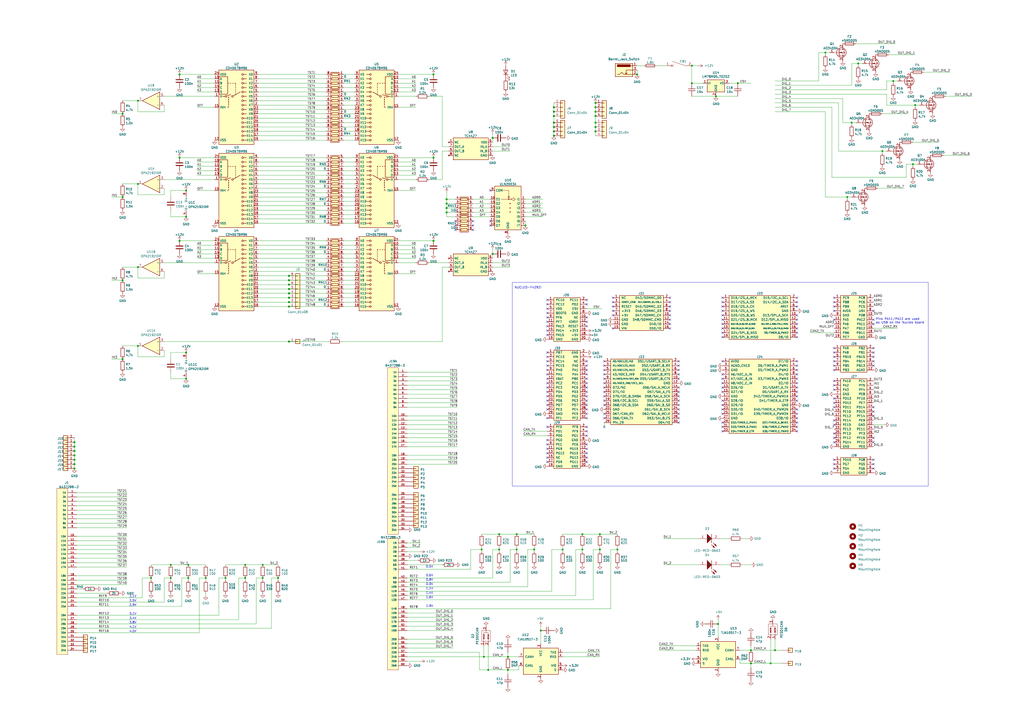
<source format=kicad_sch>
(kicad_sch (version 20231120) (generator "eeschema") (generator_version "8.0")
  (paper "A2")
  (title_block (title "stim") (date "2024-10-20") (rev "D"))
  (lib_symbols
    (symbol "Amplifier_Operational:OPA2134" (pin_names (offset 0.127))
      (property "Reference" "U" (at 0 5.08 0))
      (property "Value" "OPA2134" (at 0 -5.08 0))
      (symbol "OPA2134_1_1"
        (pin output line (at 7.62 0 180) (length 2.54) (name "~") (number "1"))
        (pin input line (at -7.62 -2.54 0) (length 2.54) (name "-") (number "2"))
        (pin input line (at -7.62 2.54 0) (length 2.54) (name "+") (number "3"))
      )
      (symbol "OPA2134_2_1"
        (pin input line (at -7.62 2.54 0) (length 2.54) (name "+") (number "5"))
        (pin input line (at -7.62 -2.54 0) (length 2.54) (name "-") (number "6"))
        (pin output line (at 7.62 0 180) (length 2.54) (name "~") (number "7"))
      )
      (symbol "OPA2134_3_1"
        (pin power_in line (at -2.54 -7.62 90) (length 3.81) (name "V-") (number "4"))
        (pin power_in line (at -2.54 7.62 270) (length 3.81) (name "V+") (number "8"))
      )
    )
    (symbol "Conn_02x10_Odd_Even_1" (pin_names (offset 1.016))
      (property "Reference" "J23" (at 1.27 12.7 0))
      (symbol "Conn_02x10_Odd_Even_1_1_1"
        (pin passive line (at -20.32 10.16 0) (length 3.81) (name "D16/I2S_A_MCK") (number "1"))
        (pin passive line (at 22.86 0 180) (length 3.81) (name "D13/SPI_A_SCK") (number "10"))
        (pin passive line (at -20.32 -2.54 0) (length 3.81) (name "D21/I2S_B_MCK") (number "11"))
        (pin passive line (at 22.86 -2.54 180) (length 3.81) (name "D12/SPI_A_MISO") (number "12"))
        (pin passive line (at -20.32 -5.08 0) (length 3.81) (name "D22/I2S_B_SD/SPI_B_MOSI") (number "13"))
        (pin passive line (at 22.86 -5.08 180) (length 3.81) (name "D11/SPI_A_MOSI/TIM_E_PWM1") (number "14"))
        (pin passive line (at -20.32 -7.62 0) (length 3.81) (name "D23/I2S_B_CK/SPI_B_SCK") (number "15"))
        (pin passive line (at 22.86 -7.62 180) (length 3.81) (name "D10/SPI_A_CS/TIM_B_PWM3") (number "16"))
        (pin passive line (at -20.32 -10.16 0) (length 3.81) (name "D24/SPI_B_NSS") (number "17"))
        (pin passive line (at 22.86 -10.16 180) (length 3.81) (name "D9/TIMER_B_PWM2") (number "18"))
        (pin passive line (at -20.32 -12.7 0) (length 3.81) (name "D25/SPI_B_MISO") (number "19"))
        (pin passive line (at 22.86 10.16 180) (length 3.81) (name "D15/I2C_A_SCL") (number "2"))
        (pin passive line (at 22.86 -12.7 180) (length 3.81) (name "D8/IO") (number "20"))
        (pin passive line (at -20.32 7.62 0) (length 3.81) (name "D17/I2S_A_SD") (number "3"))
        (pin passive line (at 22.86 7.62 180) (length 3.81) (name "D14/I2C_A_SDA") (number "4"))
        (pin passive line (at -20.32 5.08 0) (length 3.81) (name "D18/I2S_A_CK") (number "5"))
        (pin passive line (at 22.86 5.08 180) (length 3.81) (name "AREF") (number "6"))
        (pin passive line (at -20.32 2.54 0) (length 3.81) (name "D19/I2S_A_WS") (number "7"))
        (pin passive line (at 22.86 2.54 180) (length 3.81) (name "GND") (number "8"))
        (pin passive line (at -20.32 0 0) (length 3.81) (name "D20/I2S_B_WS") (number "9"))
      )
    )
    (symbol "Conn_02x10_Odd_Even_2" (pin_names (offset 1.016))
      (property "Reference" "J29" (at 1.27 12.7 0))
      (symbol "Conn_02x10_Odd_Even_2_1_1"
        (pin passive line (at -10.16 10.16 0) (length 3.81) (name "PF0") (number "1"))
        (pin passive line (at 12.7 0 180) (length 3.81) (name "PE6") (number "10"))
        (pin passive line (at -10.16 -2.54 0) (length 3.81) (name "PG9") (number "11"))
        (pin passive line (at 12.7 -2.54 180) (length 3.81) (name "PG15") (number "12"))
        (pin passive line (at -10.16 -5.08 0) (length 3.81) (name "PG12") (number "13"))
        (pin passive line (at 12.7 -5.08 180) (length 3.81) (name "PG10") (number "14"))
        (pin passive line (at -10.16 -7.62 0) (length 3.81) (name "NC") (number "15"))
        (pin passive line (at 12.7 -7.62 180) (length 3.81) (name "PG13") (number "16"))
        (pin passive line (at -10.16 -10.16 0) (length 3.81) (name "PD9") (number "17"))
        (pin passive line (at 12.7 -10.16 180) (length 3.81) (name "PG11") (number "18"))
        (pin passive line (at -10.16 -12.7 0) (length 3.81) (name "GND") (number "19"))
        (pin passive line (at 12.7 10.16 180) (length 3.81) (name "PF8") (number "2"))
        (pin passive line (at 12.7 -12.7 180) (length 3.81) (name "GND") (number "20"))
        (pin passive line (at -10.16 7.62 0) (length 3.81) (name "PD1") (number "3"))
        (pin passive line (at 12.7 7.62 180) (length 3.81) (name "PF9") (number "4"))
        (pin passive line (at -10.16 5.08 0) (length 3.81) (name "PD0") (number "5"))
        (pin passive line (at 12.7 5.08 180) (length 3.81) (name "PG1") (number "6"))
        (pin passive line (at -10.16 2.54 0) (length 3.81) (name "PG0") (number "7"))
        (pin passive line (at 12.7 2.54 180) (length 3.81) (name "GND") (number "8"))
        (pin passive line (at -10.16 0 0) (length 3.81) (name "PE1") (number "9"))
      )
    )
    (symbol "Conn_02x10_Odd_Even_3" (pin_names (offset 1.016))
      (property "Reference" "J20" (at -4.826 -15.494 0))
      (symbol "Conn_02x10_Odd_Even_3_1_1"
        (pin passive line (at -10.16 10.16 0) (length 3.81) (name "PC10") (number "1"))
        (pin passive line (at 12.7 0 180) (length 3.81) (name "NC") (number "10"))
        (pin passive line (at -10.16 -2.54 0) (length 3.81) (name "PF7") (number "11"))
        (pin passive line (at 12.7 -2.54 180) (length 3.81) (name "IOREF") (number "12"))
        (pin passive line (at -10.16 -5.08 0) (length 3.81) (name "PA13") (number "13"))
        (pin passive line (at 12.7 -5.08 180) (length 3.81) (name "RESET") (number "14"))
        (pin passive line (at -10.16 -7.62 0) (length 3.81) (name "PA14") (number "15"))
        (pin passive line (at 12.7 -7.62 180) (length 3.81) (name "+3V3") (number "16"))
        (pin passive line (at -10.16 -10.16 0) (length 3.81) (name "PA15") (number "17"))
        (pin passive line (at 12.7 -10.16 180) (length 3.81) (name "+5V") (number "18"))
        (pin passive line (at -10.16 -12.7 0) (length 3.81) (name "GND") (number "19"))
        (pin passive line (at 12.7 10.16 180) (length 3.81) (name "PC11") (number "2"))
        (pin passive line (at 12.7 -12.7 180) (length 3.81) (name "GND") (number "20"))
        (pin passive line (at -10.16 7.62 0) (length 3.81) (name "PC12") (number "3"))
        (pin passive line (at 12.7 7.62 180) (length 3.81) (name "PD2") (number "4"))
        (pin passive line (at -10.16 5.08 0) (length 3.81) (name "VDD") (number "5"))
        (pin passive line (at 12.7 5.08 180) (length 3.81) (name "E5V") (number "6"))
        (pin passive line (at -10.16 2.54 0) (length 3.81) (name "BOOT0") (number "7"))
        (pin passive line (at 12.7 2.54 180) (length 3.81) (name "GND") (number "8"))
        (pin passive line (at -10.16 0 0) (length 3.81) (name "PF6") (number "9"))
      )
    )
    (symbol "Connector:Barrel_Jack_Switch" (pin_names hide)
      (property "Reference" "J" (at 0 5.334 0))
      (property "Value" "Barrel_Jack_Switch" (at 0 -5.08 0))
      (symbol "Barrel_Jack_Switch_1_1"
        (pin passive line (at 7.62 2.54 180) (length 2.54) (name "~") (number "1"))
        (pin passive line (at 7.62 -2.54 180) (length 2.54) (name "~") (number "2"))
        (pin passive line (at 7.62 0 180) (length 2.54) (name "~") (number "3"))
      )
    )
    (symbol "Connector_Generic:Conn_01x01" (pin_names (offset 1.016) hide)
      (property "Reference" "J" (at 0 2.54 0))
      (property "Value" "Conn_01x01" (at 0 -2.54 0))
      (symbol "Conn_01x01_1_1"
        (pin passive line (at -5.08 0 0) (length 3.81) (name "Pin_1") (number "1"))
      )
    )
    (symbol "Connector_Generic:Conn_01x04" (pin_names (offset 1.016) hide)
      (property "Reference" "J" (at 0 5.08 0))
      (property "Value" "Conn_01x04" (at 0 -7.62 0))
      (symbol "Conn_01x04_1_1"
        (pin passive line (at -5.08 2.54 0) (length 3.81) (name "Pin_1") (number "1"))
        (pin passive line (at -5.08 0 0) (length 3.81) (name "Pin_2") (number "2"))
        (pin passive line (at -5.08 -2.54 0) (length 3.81) (name "Pin_3") (number "3"))
        (pin passive line (at -5.08 -5.08 0) (length 3.81) (name "Pin_4") (number "4"))
      )
    )
    (symbol "Connector_Generic:Conn_01x08" (pin_names (offset 1.016) hide)
      (property "Reference" "J" (at 0 10.16 0))
      (property "Value" "Conn_01x08" (at 0 -12.7 0))
      (symbol "Conn_01x08_1_1"
        (pin passive line (at -5.08 7.62 0) (length 3.81) (name "Pin_1") (number "1"))
        (pin passive line (at -5.08 5.08 0) (length 3.81) (name "Pin_2") (number "2"))
        (pin passive line (at -5.08 2.54 0) (length 3.81) (name "Pin_3") (number "3"))
        (pin passive line (at -5.08 0 0) (length 3.81) (name "Pin_4") (number "4"))
        (pin passive line (at -5.08 -2.54 0) (length 3.81) (name "Pin_5") (number "5"))
        (pin passive line (at -5.08 -5.08 0) (length 3.81) (name "Pin_6") (number "6"))
        (pin passive line (at -5.08 -7.62 0) (length 3.81) (name "Pin_7") (number "7"))
        (pin passive line (at -5.08 -10.16 0) (length 3.81) (name "Pin_8") (number "8"))
      )
    )
    (symbol "Connector_Generic:Conn_02x04_Odd_Even" (pin_names (offset 1.016))
      (property "Reference" "J28" (at 1.27 5.08 0))
      (symbol "Conn_02x04_Odd_Even_1_1"
        (pin passive line (at -10.16 2.54 0) (length 3.81) (name "PD10") (number "1"))
        (pin passive line (at 12.7 2.54 180) (length 3.81) (name "PG8") (number "2"))
        (pin passive line (at -10.16 0 0) (length 3.81) (name "PG7") (number "3"))
        (pin passive line (at 12.7 0 180) (length 3.81) (name "PG5") (number "4"))
        (pin passive line (at -10.16 -2.54 0) (length 3.81) (name "PG4") (number "5"))
        (pin passive line (at 12.7 -2.54 180) (length 3.81) (name "PG6") (number "6"))
        (pin passive line (at -10.16 -5.08 0) (length 3.81) (name "GND") (number "7"))
        (pin passive line (at 12.7 -5.08 180) (length 3.81) (name "GND") (number "8"))
      )
    )
    (symbol "Connector_Generic:Conn_02x06_Odd_Even" (pin_names (offset 1.016))
      (property "Reference" "J26" (at 1.27 7.62 0))
      (symbol "Conn_02x06_Odd_Even_1_1"
        (pin passive line (at -10.16 5.08 0) (length 3.81) (name "PA9") (number "1"))
        (pin passive line (at 12.7 -5.08 180) (length 3.81) (name "PB13") (number "10"))
        (pin passive line (at -10.16 -7.62 0) (length 3.81) (name "PB3") (number "11"))
        (pin passive line (at 12.7 -7.62 180) (length 3.81) (name "AGND") (number "12"))
        (pin passive line (at 12.7 5.08 180) (length 3.81) (name "PB2") (number "2"))
        (pin passive line (at -10.16 2.54 0) (length 3.81) (name "PA8") (number "3"))
        (pin passive line (at 12.7 2.54 180) (length 3.81) (name "PB1") (number "4"))
        (pin passive line (at -10.16 0 0) (length 3.81) (name "PB10") (number "5"))
        (pin passive line (at 12.7 0 180) (length 3.81) (name "PB15") (number "6"))
        (pin passive line (at -10.16 -2.54 0) (length 3.81) (name "PB4") (number "7"))
        (pin passive line (at 12.7 -2.54 180) (length 3.81) (name "PB14") (number "8"))
        (pin passive line (at -10.16 -5.08 0) (length 3.81) (name "PB5") (number "9"))
      )
    )
    (symbol "Connector_Generic:Conn_02x08_Odd_Even" (pin_names (offset 1.016))
      (property "Reference" "J21" (at 1.27 10.16 0))
      (symbol "Conn_02x08_Odd_Even_1_1"
        (pin passive line (at -15.24 7.62 0) (length 3.81) (name "NC") (number "1"))
        (pin passive line (at 17.78 -2.54 180) (length 3.81) (name "D47/SDMMC_CK") (number "10"))
        (pin passive line (at -15.24 -5.08 0) (length 3.81) (name "GND") (number "11"))
        (pin passive line (at 17.78 -5.08 180) (length 3.81) (name "D48/SDMMC_CMD") (number "12"))
        (pin passive line (at -15.24 -7.62 0) (length 3.81) (name "GND") (number "13"))
        (pin passive line (at 17.78 -7.62 180) (length 3.81) (name "D49/IO") (number "14"))
        (pin passive line (at -15.24 -10.16 0) (length 3.81) (name "VIN") (number "15"))
        (pin passive line (at 17.78 -10.16 180) (length 3.81) (name "D50/IO") (number "16"))
        (pin passive line (at 17.78 7.62 180) (length 3.81) (name "D43/SDMMC_D0") (number "2"))
        (pin passive line (at -15.24 5.08 0) (length 3.81) (name "IOREF_CN8") (number "3"))
        (pin passive line (at 17.78 5.08 180) (length 3.81) (name "D44/SDMMC_D1/I2S_A") (number "4"))
        (pin passive line (at -15.24 2.54 0) (length 3.81) (name "RESET") (number "5"))
        (pin passive line (at 17.78 2.54 180) (length 3.81) (name "D45/SDMMC_D2") (number "6"))
        (pin passive line (at -15.24 0 0) (length 3.81) (name "+3V3") (number "7"))
        (pin passive line (at 17.78 0 180) (length 3.81) (name "D46/SDMMC_D3") (number "8"))
        (pin passive line (at -15.24 -2.54 0) (length 3.81) (name "+5V") (number "9"))
      )
    )
    (symbol "Connector_Generic:Conn_02x10_Odd_Even" (pin_names (offset 1.016))
      (property "Reference" "J25" (at 1.27 12.7 0))
      (symbol "Conn_02x10_Odd_Even_1_1"
        (pin passive line (at -10.16 10.16 0) (length 3.81) (name "PC9") (number "1"))
        (pin passive line (at 12.7 0 180) (length 3.81) (name "PD8") (number "10"))
        (pin passive line (at -10.16 -2.54 0) (length 3.81) (name "PA5") (number "11"))
        (pin passive line (at 12.7 -2.54 180) (length 3.81) (name "PA12") (number "12"))
        (pin passive line (at -10.16 -5.08 0) (length 3.81) (name "PA6") (number "13"))
        (pin passive line (at 12.7 -5.08 180) (length 3.81) (name "PA11") (number "14"))
        (pin passive line (at -10.16 -7.62 0) (length 3.81) (name "PA7") (number "15"))
        (pin passive line (at 12.7 -7.62 180) (length 3.81) (name "PB12") (number "16"))
        (pin passive line (at -10.16 -10.16 0) (length 3.81) (name "PB6") (number "17"))
        (pin passive line (at 12.7 -10.16 180) (length 3.81) (name "PB11") (number "18"))
        (pin passive line (at -10.16 -12.7 0) (length 3.81) (name "PC7") (number "19"))
        (pin passive line (at 12.7 10.16 180) (length 3.81) (name "PC8") (number "2"))
        (pin passive line (at 12.7 -12.7 180) (length 3.81) (name "GND") (number "20"))
        (pin passive line (at -10.16 7.62 0) (length 3.81) (name "PB8") (number "3"))
        (pin passive line (at 12.7 7.62 180) (length 3.81) (name "PC6") (number "4"))
        (pin passive line (at -10.16 5.08 0) (length 3.81) (name "PB9") (number "5"))
        (pin passive line (at 12.7 5.08 180) (length 3.81) (name "PC5") (number "6"))
        (pin passive line (at -10.16 2.54 0) (length 3.81) (name "AVDD") (number "7"))
        (pin passive line (at 12.7 2.54 180) (length 3.81) (name "U5V") (number "8"))
        (pin passive line (at -10.16 0 0) (length 3.81) (name "GND") (number "9"))
      )
    )
    (symbol "Connector_Generic:Conn_02x14_Odd_Even" (pin_names (offset 1.016))
      (property "Reference" "J30" (at 0.508 17.526 0))
      (symbol "Conn_02x14_Odd_Even_1_1"
        (pin passive line (at -5.08 15.24 0) (length 3.81) (name "PB7") (number "1"))
        (pin passive line (at 17.78 5.08 180) (length 3.81) (name "PA1") (number "10"))
        (pin passive line (at -5.08 2.54 0) (length 3.81) (name "PH1") (number "11"))
        (pin passive line (at 17.78 2.54 180) (length 3.81) (name "PA4") (number "12"))
        (pin passive line (at -5.08 0 0) (length 3.81) (name "VBAT") (number "13"))
        (pin passive line (at 17.78 0 180) (length 3.81) (name "PB0") (number "14"))
        (pin passive line (at -5.08 -2.54 0) (length 3.81) (name "PC2") (number "15"))
        (pin passive line (at 17.78 -2.54 180) (length 3.81) (name "PC1") (number "16"))
        (pin passive line (at -5.08 -5.08 0) (length 3.81) (name "PC3") (number "17"))
        (pin passive line (at 17.78 -5.08 180) (length 3.81) (name "PC0") (number "18"))
        (pin passive line (at -5.08 -7.62 0) (length 3.81) (name "PD4") (number "19"))
        (pin passive line (at 17.78 15.24 180) (length 3.81) (name "GND") (number "2"))
        (pin passive line (at 17.78 -7.62 180) (length 3.81) (name "PD3") (number "20"))
        (pin passive line (at -5.08 -10.16 0) (length 3.81) (name "PD5") (number "21"))
        (pin passive line (at 17.78 -10.16 180) (length 3.81) (name "PG2") (number "22"))
        (pin passive line (at -5.08 -12.7 0) (length 3.81) (name "PD6") (number "23"))
        (pin passive line (at 17.78 -12.7 180) (length 3.81) (name "PG3") (number "24"))
        (pin passive line (at -5.08 -15.24 0) (length 3.81) (name "PD7") (number "25"))
        (pin passive line (at 17.78 -15.24 180) (length 3.81) (name "PD7") (number "26"))
        (pin passive line (at -5.08 -17.78 0) (length 3.81) (name "PE3") (number "27"))
        (pin passive line (at 17.78 -17.78 180) (length 3.81) (name "PE4") (number "28"))
        (pin passive line (at -5.08 -20.32 0) (length 3.81) (name "GND") (number "29"))
        (pin passive line (at -5.08 12.7 0) (length 3.81) (name "PC13") (number "3"))
        (pin passive line (at 17.78 -20.32 180) (length 3.81) (name "PE5") (number "30"))
        (pin passive line (at -5.08 -22.86 0) (length 3.81) (name "PF1") (number "31"))
        (pin passive line (at 17.78 -22.86 180) (length 3.81) (name "PF2") (number "32"))
        (pin passive line (at 17.78 12.7 180) (length 3.81) (name "VIN") (number "4"))
        (pin passive line (at -5.08 10.16 0) (length 3.81) (name "PC14") (number "5"))
        (pin passive line (at 17.78 10.16 180) (length 3.81) (name "NC") (number "6"))
        (pin passive line (at -5.08 7.62 0) (length 3.81) (name "PC15") (number "7"))
        (pin passive line (at 17.78 7.62 180) (length 3.81) (name "PA0") (number "8"))
        (pin passive line (at -5.08 5.08 0) (length 3.81) (name "PH0") (number "9"))
      )
    )
    (symbol "Connector_Generic:Conn_02x15_Odd_Even" (pin_names (offset 1.016))
      (property "Reference" "J22" (at 1.27 20.32 0))
      (symbol "Conn_02x15_Odd_Even_1_1"
        (pin passive line (at -20.32 17.78 0) (length 3.81) (name "A0/ADC123_IN3") (number "1"))
        (pin passive line (at 22.86 7.62 180) (length 3.81) (name "D55/USART_B_CTS") (number "10"))
        (pin passive line (at -20.32 5.08 0) (length 3.81) (name "A5/ADC3_IN8/I2C1_SCL") (number "11"))
        (pin passive line (at 22.86 5.08 180) (length 3.81) (name "GND") (number "12"))
        (pin passive line (at -20.32 2.54 0) (length 3.81) (name "D72/NC") (number "13"))
        (pin passive line (at 22.86 2.54 180) (length 3.81) (name "D56/SAI_A_MCLK") (number "14"))
        (pin passive line (at -20.32 0 0) (length 3.81) (name "D71/IO") (number "15"))
        (pin passive line (at 22.86 0 180) (length 3.81) (name "D57/SAI_A_FS") (number "16"))
        (pin passive line (at -20.32 -2.54 0) (length 3.81) (name "D70/I2C_B_SMBA") (number "17"))
        (pin passive line (at 22.86 -2.54 180) (length 3.81) (name "D58/SAI_A_SCK") (number "18"))
        (pin passive line (at -20.32 -5.08 0) (length 3.81) (name "D69/I2C_B_SCL") (number "19"))
        (pin passive line (at 22.86 17.78 180) (length 3.81) (name "D51/USART_B_SCLK") (number "2"))
        (pin passive line (at 22.86 -5.08 180) (length 3.81) (name "D59/SAI_A_SD") (number "20"))
        (pin passive line (at -20.32 -7.62 0) (length 3.81) (name "D68/I2C_B_SDA") (number "21"))
        (pin passive line (at 22.86 -7.62 180) (length 3.81) (name "D60/SAI_B_SD") (number "22"))
        (pin passive line (at -20.32 -10.16 0) (length 3.81) (name "GND") (number "23"))
        (pin passive line (at 22.86 -10.16 180) (length 3.81) (name "D61/SAI_B_SCK") (number "24"))
        (pin passive line (at -20.32 -12.7 0) (length 3.81) (name "D67/CAN_RX") (number "25"))
        (pin passive line (at 22.86 -12.7 180) (length 3.81) (name "D62/SAI_B_MCLK") (number "26"))
        (pin passive line (at -20.32 -15.24 0) (length 3.81) (name "D66/CAN_TX") (number "27"))
        (pin passive line (at 22.86 -15.24 180) (length 3.81) (name "D63/SAI_B_FS") (number "28"))
        (pin passive line (at -20.32 -17.78 0) (length 3.81) (name "Pin_29") (number "29"))
        (pin passive line (at -20.32 15.24 0) (length 3.81) (name "A1/ADC123_IN10") (number "3"))
        (pin passive line (at 22.86 -17.78 180) (length 3.81) (name "D64/IO") (number "30"))
        (pin passive line (at 22.86 15.24 180) (length 3.81) (name "D52/USART_B_RX") (number "4"))
        (pin passive line (at -20.32 12.7 0) (length 3.81) (name "A2/ADC123_IN13") (number "5"))
        (pin passive line (at 22.86 12.7 180) (length 3.81) (name "D53/USART_B_TX") (number "6"))
        (pin passive line (at -20.32 10.16 0) (length 3.81) (name "A3/ADC3_IN9") (number "7"))
        (pin passive line (at 22.86 10.16 180) (length 3.81) (name "D54/USART_B_RTS") (number "8"))
        (pin passive line (at -20.32 7.62 0) (length 3.81) (name "A4/ADC3_IN15/I2C1_SDA") (number "9"))
      )
    )
    (symbol "Connector_Generic:Conn_02x16_Odd_Even" (pin_names (offset 1.016))
      (property "Reference" "J27" (at 1.27 20.32 0))
      (symbol "Conn_02x16_Odd_Even_1_1"
        (pin passive line (at -10.16 17.78 0) (length 3.81) (name "PA10") (number "1"))
        (pin passive line (at 12.7 7.62 180) (length 3.81) (name "PF10") (number "10"))
        (pin passive line (at -10.16 5.08 0) (length 3.81) (name "PD12") (number "11"))
        (pin passive line (at 12.7 5.08 180) (length 3.81) (name "PE7") (number "12"))
        (pin passive line (at -10.16 2.54 0) (length 3.81) (name "PD11") (number "13"))
        (pin passive line (at 12.7 2.54 180) (length 3.81) (name "PD14") (number "14"))
        (pin passive line (at -10.16 0 0) (length 3.81) (name "PE10") (number "15"))
        (pin passive line (at 12.7 0 180) (length 3.81) (name "PD15") (number "16"))
        (pin passive line (at -10.16 -2.54 0) (length 3.81) (name "PE12") (number "17"))
        (pin passive line (at 12.7 -2.54 180) (length 3.81) (name "PF14") (number "18"))
        (pin passive line (at -10.16 -5.08 0) (length 3.81) (name "PE14") (number "19"))
        (pin passive line (at 12.7 17.78 180) (length 3.81) (name "PC4") (number "2"))
        (pin passive line (at 12.7 -5.08 180) (length 3.81) (name "PE9") (number "20"))
        (pin passive line (at -10.16 -7.62 0) (length 3.81) (name "PE15") (number "21"))
        (pin passive line (at 12.7 -7.62 180) (length 3.81) (name "GND") (number "22"))
        (pin passive line (at -10.16 -10.16 0) (length 3.81) (name "PE13") (number "23"))
        (pin passive line (at 12.7 -10.16 180) (length 3.81) (name "PE11") (number "24"))
        (pin passive line (at -10.16 -12.7 0) (length 3.81) (name "PF13") (number "25"))
        (pin passive line (at 12.7 -12.7 180) (length 3.81) (name "PF3") (number "26"))
        (pin passive line (at -10.16 -15.24 0) (length 3.81) (name "PF12") (number "27"))
        (pin passive line (at 12.7 -15.24 180) (length 3.81) (name "PF15") (number "28"))
        (pin passive line (at -10.16 -17.78 0) (length 3.81) (name "PG14") (number "29"))
        (pin passive line (at -10.16 15.24 0) (length 3.81) (name "PA2") (number "3"))
        (pin passive line (at 12.7 -17.78 180) (length 3.81) (name "PF11") (number "30"))
        (pin passive line (at -10.16 -20.32 0) (length 3.81) (name "GND") (number "31"))
        (pin passive line (at 12.7 -20.32 180) (length 3.81) (name "PE0") (number "32"))
        (pin passive line (at 12.7 15.24 180) (length 3.81) (name "PF5") (number "4"))
        (pin passive line (at -10.16 12.7 0) (length 3.81) (name "PA3") (number "5"))
        (pin passive line (at 12.7 12.7 180) (length 3.81) (name "PF4") (number "6"))
        (pin passive line (at -10.16 10.16 0) (length 3.81) (name "GND") (number "7"))
        (pin passive line (at 12.7 10.16 180) (length 3.81) (name "PE8") (number "8"))
        (pin passive line (at -10.16 7.62 0) (length 3.81) (name "PD13") (number "9"))
      )
    )
    (symbol "Connector_Generic:Conn_02x17_Odd_Even" (pin_names (offset 1.016))
      (property "Reference" "J24" (at 1.27 22.86 0))
      (symbol "Conn_02x17_Odd_Even_1_1"
        (pin passive line (at -20.32 20.32 0) (length 3.81) (name "AVDD") (number "1"))
        (pin passive line (at 22.86 10.16 180) (length 3.81) (name "D3/TIMER_A_PWM3") (number "10"))
        (pin passive line (at -20.32 7.62 0) (length 3.81) (name "A8/ADC_C_IN") (number "11"))
        (pin passive line (at 22.86 7.62 180) (length 3.81) (name "D2/IO") (number "12"))
        (pin passive line (at -20.32 5.08 0) (length 3.81) (name "D26/IO") (number "13"))
        (pin passive line (at 22.86 5.08 180) (length 3.81) (name "D1/USART_A_TX") (number "14"))
        (pin passive line (at -20.32 2.54 0) (length 3.81) (name "D27/IO") (number "15"))
        (pin passive line (at 22.86 2.54 180) (length 3.81) (name "D0/USART_A_RX") (number "16"))
        (pin passive line (at -20.32 0 0) (length 3.81) (name "GND") (number "17"))
        (pin passive line (at 22.86 0 180) (length 3.81) (name "D42/TIMER_A_PWM1N") (number "18"))
        (pin passive line (at -20.32 -2.54 0) (length 3.81) (name "D28/IO") (number "19"))
        (pin passive line (at 22.86 20.32 180) (length 3.81) (name "D7/IO") (number "2"))
        (pin passive line (at 22.86 -2.54 180) (length 3.81) (name "D41/TIMER_A_ETR") (number "20"))
        (pin passive line (at -20.32 -5.08 0) (length 3.81) (name "D29/IO") (number "21"))
        (pin passive line (at 22.86 -5.08 180) (length 3.81) (name "GND") (number "22"))
        (pin passive line (at -20.32 -7.62 0) (length 3.81) (name "D30/IO") (number "23"))
        (pin passive line (at 22.86 -7.62 180) (length 3.81) (name "D40/TIMER_A_PWM2N") (number "24"))
        (pin passive line (at -20.32 -10.16 0) (length 3.81) (name "D31/IO") (number "25"))
        (pin passive line (at 22.86 -10.16 180) (length 3.81) (name "D39/TIMER_A_PWM3N") (number "26"))
        (pin passive line (at -20.32 -12.7 0) (length 3.81) (name "GND") (number "27"))
        (pin passive line (at 22.86 -12.7 180) (length 3.81) (name "D38/IO") (number "28"))
        (pin passive line (at -20.32 -15.24 0) (length 3.81) (name "D32/TIMER_C_PWM1") (number "29"))
        (pin passive line (at -20.32 17.78 0) (length 3.81) (name "AGND_CN10") (number "3"))
        (pin passive line (at 22.86 -15.24 180) (length 3.81) (name "D37/TIMER_A_BKIN1") (number "30"))
        (pin passive line (at -20.32 -17.78 0) (length 3.81) (name "D33/TIMER_D_PWM1") (number "31"))
        (pin passive line (at 22.86 -17.78 180) (length 3.81) (name "D36/TIMER_C_PWM2") (number "32"))
        (pin passive line (at -20.32 -20.32 0) (length 3.81) (name "D34/TIMER_B_ETR") (number "33"))
        (pin passive line (at 22.86 -20.32 180) (length 3.81) (name "D35/TIMER_C_PWM3") (number "34"))
        (pin passive line (at 22.86 17.78 180) (length 3.81) (name "D6/TIMER_A_PWM1") (number "4"))
        (pin passive line (at -20.32 15.24 0) (length 3.81) (name "GND") (number "5"))
        (pin passive line (at 22.86 15.24 180) (length 3.81) (name "D5/TIMER_A_PWM2") (number "6"))
        (pin passive line (at -20.32 12.7 0) (length 3.81) (name "A6/ADC_A_IN") (number "7"))
        (pin passive line (at 22.86 12.7 180) (length 3.81) (name "D4/IO") (number "8"))
        (pin passive line (at -20.32 10.16 0) (length 3.81) (name "A7/ADC_B_IN") (number "9"))
      )
    )
    (symbol "Device:C" (pin_numbers hide) (pin_names (offset 0.254))
      (property "Reference" "C" (at 0.635 2.54 0))
      (property "Value" "C" (at 0.635 -2.54 0))
      (symbol "C_1_1"
        (pin passive line (at 0 3.81 270) (length 2.794) (name "~") (number "1"))
        (pin passive line (at 0 -3.81 90) (length 2.794) (name "~") (number "2"))
      )
    )
    (symbol "Device:CircuitBreaker_1P"
      (property "Reference" "CB" (at 1.905 0 0))
      (property "Value" "CircuitBreaker_1P" (at 1.905 1.905 0))
      (symbol "CircuitBreaker_1P_1_1"
        (pin passive line (at 0 7.62 270) (length 2.54) (name "~") (number "1"))
        (pin passive line (at 0 -7.62 90) (length 2.54) (name "~") (number "2"))
      )
    )
    (symbol "Device:Fuse" (pin_numbers hide) (pin_names (offset 0))
      (property "Reference" "F" (at 2.032 0 90))
      (property "Value" "Fuse" (at -1.905 0 90))
      (symbol "Fuse_1_1"
        (pin passive line (at 0 3.81 270) (length 1.27) (name "~") (number "1"))
        (pin passive line (at 0 -3.81 90) (length 1.27) (name "~") (number "2"))
      )
    )
    (symbol "Device:LED" (pin_numbers hide) (pin_names (offset 1.016) hide)
      (property "Reference" "D" (at 0 2.54 0))
      (property "Value" "LED" (at 0 -2.54 0))
      (symbol "LED_1_1"
        (pin passive line (at -3.81 0 0) (length 2.54) (name "K") (number "1"))
        (pin passive line (at 3.81 0 180) (length 2.54) (name "A") (number "2"))
      )
    )
    (symbol "Device:R" (pin_numbers hide) (pin_names (offset 0))
      (property "Reference" "R" (at 2.032 0 90))
      (property "Value" "R" (at 0 0 90))
      (symbol "R_1_1"
        (pin passive line (at 0 3.81 270) (length 1.27) (name "~") (number "1"))
        (pin passive line (at 0 -3.81 90) (length 1.27) (name "~") (number "2"))
      )
    )
    (symbol "Device:R_Pack04" (pin_names (offset 0) hide)
      (property "Reference" "RN" (at -7.62 0 90))
      (property "Value" "R_Pack04" (at 5.08 0 90))
      (symbol "R_Pack04_1_1"
        (pin passive line (at -5.08 -5.08 90) (length 2.54) (name "R1.1") (number "1"))
        (pin passive line (at -2.54 -5.08 90) (length 2.54) (name "R2.1") (number "2"))
        (pin passive line (at 0 -5.08 90) (length 2.54) (name "R3.1") (number "3"))
        (pin passive line (at 2.54 -5.08 90) (length 2.54) (name "R4.1") (number "4"))
        (pin passive line (at 2.54 5.08 270) (length 2.54) (name "R4.2") (number "5"))
        (pin passive line (at 0 5.08 270) (length 2.54) (name "R3.2") (number "6"))
        (pin passive line (at -2.54 5.08 270) (length 2.54) (name "R2.2") (number "7"))
        (pin passive line (at -5.08 5.08 270) (length 2.54) (name "R1.2") (number "8"))
      )
    )
    (symbol "Interface_CAN_LIN:TJA1051T-3" (pin_names (offset 1.016))
      (property "Reference" "U" (at -10.16 8.89 0))
      (property "Value" "TJA1051T-3" (at 1.27 8.89 0))
      (symbol "TJA1051T-3_1_1"
        (pin input line (at -12.7 5.08 0) (length 2.54) (name "TXD") (number "1"))
        (pin power_in line (at 0 -10.16 90) (length 2.54) (name "GND") (number "2"))
        (pin power_in line (at 0 10.16 270) (length 2.54) (name "VCC") (number "3"))
        (pin output line (at -12.7 2.54 0) (length 2.54) (name "RXD") (number "4"))
        (pin power_in line (at -12.7 -2.54 0) (length 2.54) (name "VIO") (number "5"))
        (pin bidirectional line (at 12.7 -2.54 180) (length 2.54) (name "CANL") (number "6"))
        (pin bidirectional line (at 12.7 2.54 180) (length 2.54) (name "CANH") (number "7"))
        (pin input line (at -12.7 -5.08 0) (length 2.54) (name "S") (number "8"))
      )
    )
    (symbol "Mechanical:MountingHole" (pin_names (offset 1.016))
      (property "Reference" "H" (at 0 5.08 0))
      (property "Value" "MountingHole" (at 0 3.175 0))
    )
    (symbol "Regulator_Linear:LM78M05_TO252" (pin_names (offset 0.254))
      (property "Reference" "U" (at -3.81 3.175 0))
      (property "Value" "LM78M05_TO252" (at 0 3.175 0))
      (symbol "LM78M05_TO252_1_1"
        (pin power_in line (at -7.62 0 0) (length 2.54) (name "VI") (number "1"))
        (pin power_in line (at 0 -7.62 90) (length 2.54) (name "GND") (number "2"))
        (pin power_out line (at 7.62 0 180) (length 2.54) (name "VO") (number "3"))
      )
    )
    (symbol "TE_6437288-2:6437288-2" (pin_names (offset 1.016))
      (property "Reference" "J" (at 2.54 3.81 0))
      (property "Value" "6437288-2" (at 6.35 3.81 0))
      (symbol "6437288-2_1_0"
        (pin passive line (at 0 0 0) (length 5.08) (name "1A") (number "1"))
        (pin passive line (at 0 -25.4 0) (length 5.08) (name "10A") (number "10"))
        (pin passive line (at 0 -27.94 0) (length 5.08) (name "11A") (number "11"))
        (pin passive line (at 0 -30.48 0) (length 5.08) (name "12A") (number "12"))
        (pin passive line (at 0 -33.02 0) (length 5.08) (name "13A") (number "13"))
        (pin passive line (at 0 -35.56 0) (length 5.08) (name "14A") (number "14"))
        (pin passive line (at 0 -38.1 0) (length 5.08) (name "15A") (number "15"))
        (pin passive line (at 0 -40.64 0) (length 5.08) (name "16A") (number "16"))
        (pin passive line (at 0 -43.18 0) (length 5.08) (name "17A") (number "17"))
        (pin passive line (at 0 -48.26 0) (length 5.08) (name "18A") (number "18"))
        (pin passive line (at 0 -50.8 0) (length 5.08) (name "19A") (number "19"))
        (pin passive line (at 0 -2.54 0) (length 5.08) (name "2A") (number "2"))
        (pin passive line (at 0 -53.34 0) (length 5.08) (name "20A") (number "20"))
        (pin passive line (at 0 -55.88 0) (length 5.08) (name "21A") (number "21"))
        (pin passive line (at 0 -58.42 0) (length 5.08) (name "22A") (number "22"))
        (pin passive line (at 0 -60.96 0) (length 5.08) (name "23A") (number "23"))
        (pin passive line (at 0 -63.5 0) (length 5.08) (name "24A") (number "24"))
        (pin passive line (at 0 -66.04 0) (length 5.08) (name "25A") (number "25"))
        (pin passive line (at 0 -71.12 0) (length 5.08) (name "26A") (number "26"))
        (pin passive line (at 0 -73.66 0) (length 5.08) (name "27A") (number "27"))
        (pin passive line (at 0 -76.2 0) (length 5.08) (name "28A") (number "28"))
        (pin passive line (at 0 -78.74 0) (length 5.08) (name "29A") (number "29"))
        (pin passive line (at 0 -5.08 0) (length 5.08) (name "3A") (number "3"))
        (pin passive line (at 0 -81.28 0) (length 5.08) (name "30A") (number "30"))
        (pin passive line (at 0 -83.82 0) (length 5.08) (name "31A") (number "31"))
        (pin passive line (at 0 -86.36 0) (length 5.08) (name "32A") (number "32"))
        (pin passive line (at 0 -88.9 0) (length 5.08) (name "33A") (number "33"))
        (pin passive line (at 0 -91.44 0) (length 5.08) (name "34A") (number "34"))
        (pin passive line (at 0 -7.62 0) (length 5.08) (name "4A") (number "4"))
        (pin passive line (at 0 -10.16 0) (length 5.08) (name "5A") (number "5"))
        (pin passive line (at 0 -12.7 0) (length 5.08) (name "6A") (number "6"))
        (pin passive line (at 0 -15.24 0) (length 5.08) (name "7A") (number "7"))
        (pin passive line (at 0 -17.78 0) (length 5.08) (name "8A") (number "8"))
        (pin passive line (at 0 -20.32 0) (length 5.08) (name "9A") (number "9"))
      )
    )
    (symbol "TE_6437288-3:6437288-3" (pin_names (offset 1.016))
      (property "Reference" "J" (at 2.54 3.81 0))
      (property "Value" "6437288-3" (at 6.35 3.81 0))
      (symbol "6437288-3_1_0"
        (pin passive line (at 0 0 0) (length 5.08) (name "1A") (number "1"))
        (pin passive line (at 0 -25.4 0) (length 5.08) (name "10A") (number "10"))
        (pin passive line (at 0 -27.94 0) (length 5.08) (name "11A") (number "11"))
        (pin passive line (at 0 -30.48 0) (length 5.08) (name "12A") (number "12"))
        (pin passive line (at 0 -33.02 0) (length 5.08) (name "13A") (number "13"))
        (pin passive line (at 0 -35.56 0) (length 5.08) (name "14A") (number "14"))
        (pin passive line (at 0 -38.1 0) (length 5.08) (name "15A") (number "15"))
        (pin passive line (at 0 -40.64 0) (length 5.08) (name "16A") (number "16"))
        (pin passive line (at 0 -43.18 0) (length 5.08) (name "17A") (number "17"))
        (pin passive line (at 0 -48.26 0) (length 5.08) (name "18A") (number "18"))
        (pin passive line (at 0 -50.8 0) (length 5.08) (name "19A") (number "19"))
        (pin passive line (at 0 -2.54 0) (length 5.08) (name "2A") (number "2"))
        (pin passive line (at 0 -53.34 0) (length 5.08) (name "20A") (number "20"))
        (pin passive line (at 0 -55.88 0) (length 5.08) (name "21A") (number "21"))
        (pin passive line (at 0 -58.42 0) (length 5.08) (name "22A") (number "22"))
        (pin passive line (at 0 -60.96 0) (length 5.08) (name "23A") (number "23"))
        (pin passive line (at 0 -63.5 0) (length 5.08) (name "24A") (number "24"))
        (pin passive line (at 0 -66.04 0) (length 5.08) (name "25A") (number "25"))
        (pin passive line (at 0 -71.12 0) (length 5.08) (name "26A") (number "26"))
        (pin passive line (at 0 -73.66 0) (length 5.08) (name "27A") (number "27"))
        (pin passive line (at 0 -76.2 0) (length 5.08) (name "28A") (number "28"))
        (pin passive line (at 0 -78.74 0) (length 5.08) (name "29A") (number "29"))
        (pin passive line (at 0 -5.08 0) (length 5.08) (name "3A") (number "3"))
        (pin passive line (at 0 -81.28 0) (length 5.08) (name "30A") (number "30"))
        (pin passive line (at 0 -83.82 0) (length 5.08) (name "31A") (number "31"))
        (pin passive line (at 0 -86.36 0) (length 5.08) (name "32A") (number "32"))
        (pin passive line (at 0 -88.9 0) (length 5.08) (name "33A") (number "33"))
        (pin passive line (at 0 -91.44 0) (length 5.08) (name "34A") (number "34"))
        (pin passive line (at 0 -7.62 0) (length 5.08) (name "4A") (number "4"))
        (pin passive line (at 0 -10.16 0) (length 5.08) (name "5A") (number "5"))
        (pin passive line (at 0 -12.7 0) (length 5.08) (name "6A") (number "6"))
        (pin passive line (at 0 -15.24 0) (length 5.08) (name "7A") (number "7"))
        (pin passive line (at 0 -17.78 0) (length 5.08) (name "8A") (number "8"))
        (pin passive line (at 0 -20.32 0) (length 5.08) (name "9A") (number "9"))
      )
      (symbol "6437288-3_2_0"
        (pin passive line (at 0 0 0) (length 5.08) (name "1B") (number "35"))
        (pin passive line (at 0 -2.54 0) (length 5.08) (name "2B") (number "36"))
        (pin passive line (at 0 -5.08 0) (length 5.08) (name "3B") (number "37"))
        (pin passive line (at 0 -7.62 0) (length 5.08) (name "4B") (number "38"))
        (pin passive line (at 0 -10.16 0) (length 5.08) (name "5B") (number "39"))
        (pin passive line (at 0 -12.7 0) (length 5.08) (name "6B") (number "40"))
        (pin passive line (at 0 -15.24 0) (length 5.08) (name "7B") (number "41"))
        (pin passive line (at 0 -20.32 0) (length 5.08) (name "8B") (number "42"))
        (pin passive line (at 0 -22.86 0) (length 5.08) (name "9B") (number "43"))
        (pin passive line (at 0 -25.4 0) (length 5.08) (name "10B") (number "44"))
        (pin passive line (at 0 -27.94 0) (length 5.08) (name "11B") (number "45"))
        (pin passive line (at 0 -30.48 0) (length 5.08) (name "12B") (number "46"))
        (pin passive line (at 0 -33.02 0) (length 5.08) (name "13B") (number "47"))
        (pin passive line (at 0 -38.1 0) (length 5.08) (name "14B") (number "48"))
        (pin passive line (at 0 -40.64 0) (length 5.08) (name "15B") (number "49"))
        (pin passive line (at 0 -43.18 0) (length 5.08) (name "16B") (number "50"))
        (pin passive line (at 0 -45.72 0) (length 5.08) (name "17B") (number "51"))
        (pin passive line (at 0 -48.26 0) (length 5.08) (name "18B") (number "52"))
        (pin passive line (at 0 -50.8 0) (length 5.08) (name "19B") (number "53"))
        (pin passive line (at 0 -55.88 0) (length 5.08) (name "20B") (number "54"))
        (pin passive line (at 0 -58.42 0) (length 5.08) (name "21B") (number "55"))
        (pin passive line (at 0 -60.96 0) (length 5.08) (name "22B") (number "56"))
        (pin passive line (at 0 -63.5 0) (length 5.08) (name "23B") (number "57"))
        (pin passive line (at 0 -66.04 0) (length 5.08) (name "24B") (number "58"))
        (pin passive line (at 0 -68.58 0) (length 5.08) (name "25B") (number "59"))
        (pin passive line (at 0 -71.12 0) (length 5.08) (name "26B") (number "60"))
      )
    )
    (symbol "Transistor_Array:ULN2003A"
      (property "Reference" "U" (at 0 15.875 0))
      (property "Value" "ULN2003A" (at 0 13.97 0))
      (symbol "ULN2003A_1_1"
        (pin input line (at -10.16 5.08 0) (length 2.54) (name "I1") (number "1"))
        (pin open_collector line (at 10.16 -10.16 180) (length 2.54) (name "O7") (number "10"))
        (pin open_collector line (at 10.16 -7.62 180) (length 2.54) (name "O6") (number "11"))
        (pin open_collector line (at 10.16 -5.08 180) (length 2.54) (name "O5") (number "12"))
        (pin open_collector line (at 10.16 -2.54 180) (length 2.54) (name "O4") (number "13"))
        (pin open_collector line (at 10.16 0 180) (length 2.54) (name "O3") (number "14"))
        (pin open_collector line (at 10.16 2.54 180) (length 2.54) (name "O2") (number "15"))
        (pin open_collector line (at 10.16 5.08 180) (length 2.54) (name "O1") (number "16"))
        (pin input line (at -10.16 2.54 0) (length 2.54) (name "I2") (number "2"))
        (pin input line (at -10.16 0 0) (length 2.54) (name "I3") (number "3"))
        (pin input line (at -10.16 -2.54 0) (length 2.54) (name "I4") (number "4"))
        (pin input line (at -10.16 -5.08 0) (length 2.54) (name "I5") (number "5"))
        (pin input line (at -10.16 -7.62 0) (length 2.54) (name "I6") (number "6"))
        (pin input line (at -10.16 -10.16 0) (length 2.54) (name "I7") (number "7"))
        (pin power_in line (at 0 -15.24 90) (length 2.54) (name "GND") (number "8"))
        (pin passive line (at 10.16 10.16 180) (length 2.54) (name "COM") (number "9"))
      )
    )
    (symbol "hellen-one-common:Cap" (pin_numbers hide)
      (property "Reference" "C" (at -3.81 2.54 0))
      (property "Value" "Cap" (at -2.54 -1.27 0))
      (symbol "Cap_1_0"
        (pin passive line (at -3.81 0 0) (length 2.54) (name "") (number "1"))
        (pin passive line (at 3.81 0 180) (length 2.54) (name "") (number "2"))
      )
    )
    (symbol "hellen-one-common:LED_0603"
      (property "Reference" "D" (at 0 2.54 0))
      (property "Value" "LED_0603" (at 0 -3.81 0))
      (symbol "LED_0603_1_0"
        (pin passive line (at -5.08 0 0) (length 5.08) (name "A") (number "1"))
        (pin passive line (at 7.62 0 180) (length 5.08) (name "K") (number "2"))
      )
    )
    (symbol "hellen-one-common:MOSFET-N" (pin_names hide)
      (property "Reference" "Q" (at 5.08 6.35 0))
      (property "Value" "MOSFET-N" (at 2.54 3.81 0))
      (symbol "MOSFET-N_1_1"
        (pin input line (at -5.08 0 0) (length 2.54) (name "G") (number "1"))
        (pin passive line (at 2.54 5.08 270) (length 2.54) (name "D") (number "2"))
        (pin passive line (at 2.54 -5.08 90) (length 2.54) (name "S") (number "3"))
      )
    )
    (symbol "hellen-one-common:Pad" (pin_numbers hide) (pin_names (offset 1.016) hide)
      (property "Reference" "P" (at 2.54 0 0))
      (symbol "Pad_1_1"
        (pin passive line (at -5.08 0 0) (length 3.81) (name "Pin_1") (number "1"))
      )
    )
    (symbol "power:+12V" (power) (pin_names (offset 0))
      (property "Value" "+12V" (at 0 3.556 0))
      (symbol "+12V_1_1"
        (pin power_in line (at 0 0 90) (length 0) hide (name "+12V") (number "1"))
      )
    )
    (symbol "power:+3.3V" (power) (pin_names (offset 0))
      (property "Value" "+3.3V" (at 0 3.556 0))
      (symbol "+3.3V_1_1"
        (pin power_in line (at 0 0 90) (length 0) hide (name "+3.3V") (number "1"))
      )
    )
    (symbol "power:+5V" (power) (pin_names (offset 0))
      (property "Value" "+5V" (at 0 3.556 0))
      (symbol "+5V_1_1"
        (pin power_in line (at 0 0 90) (length 0) hide (name "+5V") (number "1"))
      )
    )
    (symbol "power:GND" (power) (pin_names (offset 0))
      (property "Value" "GND" (at 0 -3.81 0))
      (symbol "GND_1_1"
        (pin power_in line (at 0 0 270) (length 0) hide (name "GND") (number "1"))
      )
    )
    (symbol "semiconductors:PESD1CAN" (pin_names hide)
      (property "Reference" "D" (at -1.27 6.35 0))
      (property "Value" "PESD1CAN" (at -2.54 3.81 0))
      (symbol "PESD1CAN_1_1"
        (pin input line (at -5.08 0 0) (length 2.54) (name "G") (number "1"))
        (pin input line (at -5.08 -2.54 0) (length 2.54) (name "D") (number "2"))
        (pin power_in line (at 6.35 -1.27 180) (length 2.54) (name "S") (number "3"))
      )
    )
    (symbol "stim_lib:CD4067BM96"
      (property "Reference" "U" (at -10.16 29.21 0))
      (property "Value" "CD4067BM96" (at 3.81 29.21 0))
      (symbol "CD4067BM96_1_1"
        (pin bidirectional line (at -12.7 12.7 0) (length 2.54) (name "X") (number "1"))
        (pin input line (at -12.7 22.86 0) (length 2.54) (name "A") (number "10"))
        (pin input line (at -12.7 20.32 0) (length 2.54) (name "B") (number "11"))
        (pin power_in line (at -12.7 -12.7 0) (length 2.54) (name "VSS") (number "12"))
        (pin input line (at -12.7 15.24 0) (length 2.54) (name "D") (number "13"))
        (pin input line (at -12.7 17.78 0) (length 2.54) (name "C") (number "14"))
        (pin input line (at -12.7 6.35 0) (length 2.54) (name "INH") (number "15"))
        (pin bidirectional line (at 12.7 -12.7 180) (length 2.54) (name "X15") (number "16"))
        (pin bidirectional line (at 12.7 -10.16 180) (length 2.54) (name "X14") (number "17"))
        (pin bidirectional line (at 12.7 -7.62 180) (length 2.54) (name "X13") (number "18"))
        (pin bidirectional line (at 12.7 -5.08 180) (length 2.54) (name "X12") (number "19"))
        (pin bidirectional line (at 12.7 7.62 180) (length 2.54) (name "X7") (number "2"))
        (pin bidirectional line (at 12.7 -2.54 180) (length 2.54) (name "X11") (number "20"))
        (pin bidirectional line (at 12.7 0 180) (length 2.54) (name "X10") (number "21"))
        (pin bidirectional line (at 12.7 2.54 180) (length 2.54) (name "X9") (number "22"))
        (pin bidirectional line (at 12.7 5.08 180) (length 2.54) (name "X8") (number "23"))
        (pin power_in line (at -12.7 25.4 0) (length 2.54) (name "VDD") (number "24"))
        (pin bidirectional line (at 12.7 10.16 180) (length 2.54) (name "X6") (number "3"))
        (pin bidirectional line (at 12.7 12.7 180) (length 2.54) (name "X5") (number "4"))
        (pin bidirectional line (at 12.7 15.24 180) (length 2.54) (name "X4") (number "5"))
        (pin bidirectional line (at 12.7 17.78 180) (length 2.54) (name "X3") (number "6"))
        (pin bidirectional line (at 12.7 20.32 180) (length 2.54) (name "X2") (number "7"))
        (pin bidirectional line (at 12.7 22.86 180) (length 2.54) (name "X1") (number "8"))
        (pin bidirectional line (at 12.7 25.4 180) (length 2.54) (name "X0") (number "9"))
      )
    )
    (symbol "stim_lib:TC4427"
      (property "Reference" "U" (at -10.16 29.21 0))
      (property "Value" "TC4427" (at 3.81 29.21 0))
      (symbol "TC4427_1_1"
        (pin no_connect line (at 12.7 25.4 180) (length 2.54) (name "NC") (number "1"))
        (pin input line (at -12.7 22.86 0) (length 2.54) (name "IN_A") (number "2"))
        (pin power_in line (at -12.7 17.78 0) (length 2.54) (name "GND") (number "3"))
        (pin input line (at -12.7 20.32 0) (length 2.54) (name "IN_B") (number "4"))
        (pin output line (at 12.7 20.32 180) (length 2.54) (name "OUT_B") (number "5"))
        (pin power_in line (at -12.7 25.4 0) (length 2.54) (name "VDD") (number "6"))
        (pin output line (at 12.7 22.86 180) (length 2.54) (name "OUT_A") (number "7"))
        (pin no_connect line (at 12.7 17.78 180) (length 2.54) (name "NC") (number "8"))
      )
    )
  )
  (junction (at 347.98 318.77))
  (junction (at 43.18 259.08) (diameter 1.016))
  (junction (at 107.95 110.49))
  (junction (at 167.64 160.02) (diameter 1.016))
  (junction (at 167.64 175.26) (diameter 1.016))
  (junction (at 104.14 91.44) (diameter 1.016))
  (junction (at 71.12 162.56) (diameter 1.016))
  (junction (at 321.31 76.2) (diameter 1.016))
  (junction (at 345.44 62.23) (diameter 1.016))
  (junction (at 401.32 38.1))
  (junction (at 511.81 87.63))
  (junction (at 345.44 76.2) (diameter 1.016))
  (junction (at 478.79 30.48))
  (junction (at 107.95 219.71))
  (junction (at 289.56 309.88))
  (junction (at 161.29 335.28))
  (junction (at 43.18 261.62) (diameter 1.016))
  (junction (at 130.81 335.28))
  (junction (at 369.57 43.18))
  (junction (at 345.44 73.66) (diameter 1.016))
  (junction (at 529.59 95.25))
  (junction (at 321.31 73.66) (diameter 1.016))
  (junction (at 285.75 80.01) (diameter 1.016))
  (junction (at 321.31 78.74) (diameter 1.016))
  (junction (at 259.08 118.11) (diameter 1.016))
  (junction (at 337.82 309.88))
  (junction (at 167.64 198.12) (diameter 1.016))
  (junction (at 337.82 318.77))
  (junction (at 259.08 115.57) (diameter 1.016))
  (junction (at 107.95 204.47))
  (junction (at 309.88 318.77))
  (junction (at 71.12 114.3) (diameter 1.016))
  (junction (at 294.64 381))
  (junction (at 80.01 154.94))
  (junction (at 80.01 58.42))
  (junction (at 104.14 43.18) (diameter 1.016))
  (junction (at 447.04 384.81))
  (junction (at 416.56 361.95))
  (junction (at 251.46 91.44) (diameter 1.016))
  (junction (at 326.39 318.77))
  (junction (at 43.18 269.24) (diameter 1.016))
  (junction (at 304.8 130.81) (diameter 1.016))
  (junction (at 43.18 266.7) (diameter 1.016))
  (junction (at 289.56 318.77))
  (junction (at 251.46 139.7) (diameter 1.016))
  (junction (at 167.64 177.8) (diameter 1.016))
  (junction (at 43.18 271.78) (diameter 1.016))
  (junction (at 87.63 335.28))
  (junction (at 345.44 59.69) (diameter 1.016))
  (junction (at 299.72 309.88))
  (junction (at 80.01 106.68))
  (junction (at 71.12 208.28) (diameter 1.016))
  (junction (at 109.22 327.66))
  (junction (at 321.31 71.12) (diameter 1.016))
  (junction (at 494.03 71.12))
  (junction (at 435.61 377.19))
  (junction (at 345.44 64.77) (diameter 1.016))
  (junction (at 321.31 62.23) (diameter 1.016))
  (junction (at 152.4 327.66))
  (junction (at 80.01 200.66))
  (junction (at 321.31 64.77) (diameter 1.016))
  (junction (at 427.99 48.26))
  (junction (at 285.75 147.32) (diameter 1.016))
  (junction (at 497.84 36.83))
  (junction (at 347.98 309.88))
  (junction (at 283.21 388.62))
  (junction (at 299.72 318.77))
  (junction (at 259.08 120.65) (diameter 1.016))
  (junction (at 345.44 71.12) (diameter 1.016))
  (junction (at 142.24 327.66))
  (junction (at 119.38 335.28))
  (junction (at 449.58 377.19))
  (junction (at 167.64 167.64) (diameter 1.016))
  (junction (at 280.67 381))
  (junction (at 345.44 67.31) (diameter 1.016))
  (junction (at 109.22 335.28))
  (junction (at 43.18 256.54) (diameter 1.016))
  (junction (at 491.49 114.3))
  (junction (at 518.16 46.99))
  (junction (at 415.29 55.88))
  (junction (at 71.12 66.04) (diameter 1.016))
  (junction (at 251.46 43.18) (diameter 1.016))
  (junction (at 358.14 318.77))
  (junction (at 107.95 125.73))
  (junction (at 321.31 67.31) (diameter 1.016))
  (junction (at 99.06 335.28))
  (junction (at 294.64 388.62))
  (junction (at 259.08 123.19) (diameter 1.016))
  (junction (at 142.24 335.28))
  (junction (at 313.69 365.76))
  (junction (at 43.18 264.16) (diameter 1.016))
  (junction (at 99.06 327.66))
  (junction (at 167.64 165.1) (diameter 1.016))
  (junction (at 167.64 172.72) (diameter 1.016))
  (junction (at 279.4 318.77))
  (junction (at 167.64 170.18) (diameter 1.016))
  (junction (at 167.64 162.56) (diameter 1.016))
  (junction (at 435.61 384.81))
  (junction (at 530.86 60.96))
  (junction (at 152.4 335.28))
  (junction (at 401.32 48.26))
  (junction (at 104.14 139.7) (diameter 1.016))
  (no_connect (at 264.16 133.35))
  (no_connect (at 483.87 204.47))
  (no_connect (at 340.36 186.69))
  (no_connect (at 462.28 190.5))
  (no_connect (at 350.52 247.65))
  (no_connect (at 462.28 222.25))
  (no_connect (at 350.52 229.87))
  (no_connect (at 340.36 240.03))
  (no_connect (at 462.28 227.33))
  (no_connect (at 462.28 193.04))
  (no_connect (at 340.36 189.23))
  (no_connect (at 340.36 234.95))
  (no_connect (at 483.87 231.14))
  (no_connect (at 483.87 201.93))
  (no_connect (at 462.28 195.58))
  (no_connect (at 317.5 212.09))
  (no_connect (at 506.73 236.22))
  (no_connect (at 419.1 190.5))
  (no_connect (at 483.87 214.63))
  (no_connect (at 340.36 232.41))
  (no_connect (at 350.52 232.41))
  (no_connect (at 393.7 214.63))
  (no_connect (at 506.73 241.3))
  (no_connect (at 317.5 217.17))
  (no_connect (at 462.28 224.79))
  (no_connect (at 317.5 257.81))
  (no_connect (at 340.36 173.99))
  (no_connect (at 419.1 177.8))
  (no_connect (at 317.5 219.71))
  (no_connect (at 340.36 212.09))
  (no_connect (at 462.28 247.65))
  (no_connect (at 340.36 265.43))
  (no_connect (at 317.5 207.01))
  (no_connect (at 317.5 247.65))
  (no_connect (at 419.1 185.42))
  (no_connect (at 317.5 189.23))
  (no_connect (at 419.1 245.11))
  (no_connect (at 317.5 227.33))
  (no_connect (at 317.5 262.89))
  (no_connect (at 483.87 271.78))
  (no_connect (at 355.6 172.72))
  (no_connect (at 462.28 229.87))
  (no_connect (at 317.5 176.53))
  (no_connect (at 388.62 177.8))
  (no_connect (at 284.48 128.27))
  (no_connect (at 340.36 247.65))
  (no_connect (at 317.5 186.69))
  (no_connect (at 506.73 271.78))
  (no_connect (at 483.87 243.84))
  (no_connect (at 462.28 209.55))
  (no_connect (at 462.28 182.88))
  (no_connect (at 483.87 266.7))
  (no_connect (at 506.73 187.96))
  (no_connect (at 506.73 238.76))
  (no_connect (at 317.5 229.87))
  (no_connect (at 350.52 224.79))
  (no_connect (at 355.6 180.34))
  (no_connect (at 393.7 209.55))
  (no_connect (at 350.52 240.03))
  (no_connect (at 419.1 180.34))
  (no_connect (at 483.87 226.06))
  (no_connect (at 317.5 173.99))
  (no_connect (at 393.7 212.09))
  (no_connect (at 506.73 254))
  (no_connect (at 340.36 257.81))
  (no_connect (at 340.36 237.49))
  (no_connect (at 317.5 234.95))
  (no_connect (at 274.32 133.35))
  (no_connect (at 340.36 214.63))
  (no_connect (at 483.87 223.52))
  (no_connect (at 419.1 219.71))
  (no_connect (at 393.7 245.11))
  (no_connect (at 340.36 219.71))
  (no_connect (at 264.16 130.81))
  (no_connect (at 483.87 207.01))
  (no_connect (at 483.87 220.98))
  (no_connect (at 393.7 234.95))
  (no_connect (at 419.1 222.25))
  (no_connect (at 419.1 234.95))
  (no_connect (at 340.36 222.25))
  (no_connect (at 350.52 209.55))
  (no_connect (at 483.87 269.24))
  (no_connect (at 317.5 194.31))
  (no_connect (at 419.1 209.55))
  (no_connect (at 506.73 209.55))
  (no_connect (at 483.87 172.72))
  (no_connect (at 264.16 128.27))
  (no_connect (at 350.52 219.71))
  (no_connect (at 419.1 227.33))
  (no_connect (at 419.1 232.41))
  (no_connect (at 506.73 180.34))
  (no_connect (at 483.87 254))
  (no_connect (at 355.6 190.5))
  (no_connect (at 388.62 182.88))
  (no_connect (at 462.28 219.71))
  (no_connect (at 393.7 242.57))
  (no_connect (at 388.62 180.34))
  (no_connect (at 274.32 128.27))
  (no_connect (at 462.28 172.72))
  (no_connect (at 393.7 224.79))
  (no_connect (at 340.36 227.33))
  (no_connect (at 350.52 217.17))
  (no_connect (at 388.62 185.42))
  (no_connect (at 393.7 219.71))
  (no_connect (at 462.28 175.26))
  (no_connect (at 317.5 232.41))
  (no_connect (at 506.73 212.09))
  (no_connect (at 317.5 184.15))
  (no_connect (at 483.87 177.8))
  (no_connect (at 393.7 240.03))
  (no_connect (at 388.62 175.26))
  (no_connect (at 462.28 240.03))
  (no_connect (at 419.1 240.03))
  (no_connect (at 340.36 224.79))
  (no_connect (at 506.73 256.54))
  (no_connect (at 506.73 269.24))
  (no_connect (at 483.87 233.68))
  (no_connect (at 419.1 247.65))
  (no_connect (at 284.48 130.81))
  (no_connect (at 274.32 130.81))
  (no_connect (at 350.52 212.09))
  (no_connect (at 483.87 256.54))
  (no_connect (at 317.5 181.61))
  (no_connect (at 317.5 209.55))
  (no_connect (at 419.1 237.49))
  (no_connect (at 340.36 242.57))
  (no_connect (at 355.6 177.8))
  (no_connect (at 506.73 266.7))
  (no_connect (at 462.28 242.57))
  (no_connect (at 350.52 222.25))
  (no_connect (at 317.5 214.63))
  (no_connect (at 483.87 175.26))
  (no_connect (at 340.36 260.35))
  (no_connect (at 317.5 204.47))
  (no_connect (at 340.36 252.73))
  (no_connect (at 506.73 204.47))
  (no_connect (at 388.62 187.96))
  (no_connect (at 340.36 176.53))
  (no_connect (at 462.28 217.17))
  (no_connect (at 419.1 182.88))
  (no_connect (at 340.36 250.19))
  (no_connect (at 462.28 214.63))
  (no_connect (at 340.36 267.97))
  (no_connect (at 350.52 242.57))
  (no_connect (at 340.36 209.55))
  (no_connect (at 355.6 182.88))
  (no_connect (at 393.7 229.87))
  (no_connect (at 462.28 212.09))
  (no_connect (at 393.7 237.49))
  (no_connect (at 462.28 232.41))
  (no_connect (at 462.28 250.19))
  (no_connect (at 317.5 179.07))
  (no_connect (at 419.1 224.79))
  (no_connect (at 284.48 110.49))
  (no_connect (at 317.5 265.43))
  (no_connect (at 317.5 191.77))
  (no_connect (at 393.7 227.33))
  (no_connect (at 340.36 217.17))
  (no_connect (at 483.87 246.38))
  (no_connect (at 419.1 175.26))
  (no_connect (at 483.87 180.34))
  (no_connect (at 317.5 224.79))
  (no_connect (at 483.87 209.55))
  (no_connect (at 419.1 172.72))
  (no_connect (at 419.1 195.58))
  (no_connect (at 462.28 187.96))
  (no_connect (at 340.36 262.89))
  (no_connect (at 317.5 255.27))
  (no_connect (at 506.73 207.01))
  (no_connect (at 393.7 232.41))
  (no_connect (at 462.28 185.42))
  (no_connect (at 506.73 201.93))
  (no_connect (at 419.1 187.96))
  (no_connect (at 483.87 236.22))
  (no_connect (at 393.7 217.17))
  (no_connect (at 462.28 177.8))
  (no_connect (at 317.5 260.35))
  (no_connect (at 483.87 212.09))
  (no_connect (at 317.5 267.97))
  (no_connect (at 340.36 229.87))
  (no_connect (at 483.87 251.46))
  (no_connect (at 388.62 172.72))
  (no_connect (at 350.52 234.95))
  (no_connect (at 355.6 175.26))
  (no_connect (at 419.1 193.04))
  (no_connect (at 506.73 185.42))
  (no_connect (at 483.87 185.42))
  (no_connect (at 462.28 245.11))
  (no_connect (at 419.1 217.17))
  (no_connect (at 340.36 184.15))
  (no_connect (at 419.1 250.19))
  (no_connect (at 350.52 214.63))
  (no_connect (at 462.28 237.49))
  (no_connect (at 317.5 237.49))
  (no_connect (at 350.52 227.33))
  (no_connect (at 388.62 190.5))
  (no_connect (at 317.5 222.25))
  (no_connect (at 317.5 242.57))
  (wire (pts (xy 449.58 54.61) (xy 514.35 54.61)))
  (wire (pts (xy 149.86 50.8) (xy 189.23 50.8)))
  (wire (pts (xy 199.39 50.8) (xy 205.74 50.8)))
  (wire (pts (xy 149.86 114.3) (xy 189.23 114.3)))
  (wire (pts (xy 199.39 114.3) (xy 205.74 114.3)))
  (wire (pts (xy 95.25 60.96) (xy 95.25 64.77)))
  (wire (pts (xy 99.06 204.47) (xy 107.95 204.47)))
  (wire (pts (xy 99.06 208.28) (xy 99.06 204.47)))
  (wire (pts (xy 256.54 87.63) (xy 256.54 104.14)))
  (wire (pts (xy 256.54 104.14) (xy 248.92 104.14)))
  (wire (pts (xy 260.35 87.63) (xy 256.54 87.63)))
  (wire (pts (xy 273.05 318.77) (xy 273.05 330.2)))
  (wire (pts (xy 285.75 85.09) (xy 295.91 85.09)))
  (wire (pts (xy 124.46 48.26) (xy 114.3 48.26)))
  (wire (pts (xy 285.75 152.4) (xy 295.91 152.4)))
  (wire (pts (xy 152.4 335.28) (xy 152.4 336.55)))
  (wire (pts (xy 369.57 43.18) (xy 369.57 40.64)))
  (wire (pts (xy 231.14 99.06) (xy 241.3 99.06)))
  (wire (pts (xy 149.86 147.32) (xy 189.23 147.32)))
  (wire (pts (xy 199.39 147.32) (xy 205.74 147.32)))
  (wire (pts (xy 99.06 327.66) (xy 109.22 327.66)))
  (wire (pts (xy 73.66 290.83) (xy 44.45 290.83)))
  (wire (pts (xy 236.22 381) (xy 280.67 381)))
  (wire (pts (xy 138.43 335.28) (xy 138.43 359.41)))
  (wire (pts (xy 109.22 335.28) (xy 109.22 336.55)))
  (wire (pts (xy 265.43 264.16) (xy 236.22 264.16)))
  (wire (pts (xy 401.32 38.1) (xy 401.32 48.26)))
  (wire (pts (xy 514.35 46.99) (xy 518.16 46.99)))
  (wire (pts (xy 236.22 345.44) (xy 334.01 345.44)))
  (wire (pts (xy 115.57 335.28) (xy 115.57 367.03)))
  (wire (pts (xy 231.14 96.52) (xy 241.3 96.52)))
  (wire (pts (xy 273.05 330.2) (xy 236.22 330.2)))
  (wire (pts (xy 314.96 125.73) (xy 304.8 125.73)))
  (wire (pts (xy 124.46 144.78) (xy 114.3 144.78)))
  (wire (pts (xy 294.64 381) (xy 300.99 381)))
  (wire (pts (xy 44.45 359.41) (xy 138.43 359.41)))
  (wire (pts (xy 265.43 254) (xy 236.22 254)))
  (wire (pts (xy 231.14 147.32) (xy 241.3 147.32)))
  (wire (pts (xy 149.86 106.68) (xy 189.23 106.68)))
  (wire (pts (xy 199.39 106.68) (xy 205.74 106.68)))
  (wire (pts (xy 294.64 378.46) (xy 294.64 381)))
  (wire (pts (xy 532.13 95.25) (xy 529.59 95.25)))
  (wire (pts (xy 384.81 327.66) (xy 405.13 327.66)))
  (wire (pts (xy 416.56 361.95) (xy 416.56 369.57)))
  (wire (pts (xy 73.66 288.29) (xy 44.45 288.29)))
  (wire (pts (xy 280.67 381) (xy 294.64 381)))
  (wire (pts (xy 231.14 158.75) (xy 241.3 158.75)))
  (wire (pts (xy 347.98 318.77) (xy 347.98 320.04)))
  (wire (pts (xy 403.86 377.19) (xy 382.27 377.19)))
  (wire (pts (xy 198.12 198.12) (xy 256.54 198.12)))
  (wire (pts (xy 256.54 154.94) (xy 260.35 154.94)))
  (wire (pts (xy 256.54 198.12) (xy 256.54 154.94)))
  (wire (pts (xy 547.37 90.17) (xy 562.61 90.17)))
  (wire (pts (xy 285.75 87.63) (xy 295.91 87.63)))
  (wire (pts (xy 73.66 293.37) (xy 44.45 293.37)))
  (wire (pts (xy 326.39 318.77) (xy 326.39 320.04)))
  (wire (pts (xy 447.04 384.81) (xy 453.39 384.81)))
  (wire (pts (xy 243.84 314.96) (xy 236.22 314.96)))
  (wire (pts (xy 149.86 129.54) (xy 189.23 129.54)))
  (wire (pts (xy 199.39 129.54) (xy 205.74 129.54)))
  (wire (pts (xy 149.86 124.46) (xy 189.23 124.46)))
  (wire (pts (xy 199.39 124.46) (xy 205.74 124.46)))
  (wire (pts (xy 64.77 208.28) (xy 71.12 208.28)))
  (wire (pts (xy 265.43 228.6) (xy 236.22 228.6)))
  (wire (pts (xy 494.03 36.83) (xy 497.84 36.83)))
  (wire (pts (xy 231.14 50.8) (xy 241.3 50.8)))
  (wire (pts (xy 231.14 152.4) (xy 241.3 152.4)))
  (wire (pts (xy 284.48 123.19) (xy 274.32 123.19)))
  (wire (pts (xy 73.66 323.85) (xy 44.45 323.85)))
  (wire (pts (xy 251.46 91.44) (xy 231.14 91.44)))
  (wire (pts (xy 119.38 344.17) (xy 119.38 345.44)))
  (wire (pts (xy 514.35 87.63) (xy 511.81 87.63)))
  (wire (pts (xy 44.45 364.49) (xy 157.48 364.49)))
  (wire (pts (xy 415.29 55.88) (xy 427.99 55.88)))
  (wire (pts (xy 430.53 312.42) (xy 434.34 312.42)))
  (wire (pts (xy 95.25 335.28) (xy 99.06 335.28)))
  (wire (pts (xy 294.64 388.62) (xy 294.64 391.16)))
  (wire (pts (xy 124.46 149.86) (xy 114.3 149.86)))
  (wire (pts (xy 149.86 152.4) (xy 189.23 152.4)))
  (wire (pts (xy 199.39 152.4) (xy 205.74 152.4)))
  (wire (pts (xy 149.86 167.64) (xy 167.64 167.64)))
  (wire (pts (xy 167.64 167.64) (xy 189.23 167.64)))
  (wire (pts (xy 199.39 167.64) (xy 205.74 167.64)))
  (wire (pts (xy 262.89 365.76) (xy 236.22 365.76)))
  (wire (pts (xy 529.59 95.25) (xy 529.59 96.52)))
  (wire (pts (xy 509.27 109.22) (xy 524.51 109.22)))
  (wire (pts (xy 99.06 335.28) (xy 99.06 336.55)))
  (wire (pts (xy 149.86 177.8) (xy 167.64 177.8)))
  (wire (pts (xy 167.64 177.8) (xy 189.23 177.8)))
  (wire (pts (xy 199.39 177.8) (xy 205.74 177.8)))
  (wire (pts (xy 321.31 59.69) (xy 321.31 62.23)))
  (wire (pts (xy 321.31 62.23) (xy 321.31 64.77)))
  (wire (pts (xy 321.31 64.77) (xy 321.31 67.31)))
  (wire (pts (xy 321.31 67.31) (xy 321.31 71.12)))
  (wire (pts (xy 321.31 71.12) (xy 321.31 73.66)))
  (wire (pts (xy 321.31 73.66) (xy 321.31 76.2)))
  (wire (pts (xy 321.31 76.2) (xy 321.31 78.74)))
  (wire (pts (xy 285.75 318.77) (xy 289.56 318.77)))
  (wire (pts (xy 326.39 309.88) (xy 337.82 309.88)))
  (wire (pts (xy 149.86 109.22) (xy 189.23 109.22)))
  (wire (pts (xy 199.39 109.22) (xy 205.74 109.22)))
  (wire (pts (xy 384.81 312.42) (xy 405.13 312.42)))
  (wire (pts (xy 337.82 318.77) (xy 337.82 317.5)))
  (wire (pts (xy 334.01 318.77) (xy 337.82 318.77)))
  (wire (pts (xy 149.86 55.88) (xy 189.23 55.88)))
  (wire (pts (xy 199.39 55.88) (xy 205.74 55.88)))
  (wire (pts (xy 236.22 337.82) (xy 295.91 337.82)))
  (wire (pts (xy 449.58 64.77) (xy 478.79 64.77)))
  (wire (pts (xy 43.18 254) (xy 43.18 256.54)))
  (wire (pts (xy 43.18 256.54) (xy 43.18 259.08)))
  (wire (pts (xy 43.18 259.08) (xy 43.18 261.62)))
  (wire (pts (xy 43.18 261.62) (xy 43.18 264.16)))
  (wire (pts (xy 43.18 264.16) (xy 43.18 266.7)))
  (wire (pts (xy 43.18 266.7) (xy 43.18 269.24)))
  (wire (pts (xy 43.18 269.24) (xy 43.18 271.78)))
  (wire (pts (xy 236.22 327.66) (xy 256.54 327.66)))
  (wire (pts (xy 124.46 50.8) (xy 114.3 50.8)))
  (wire (pts (xy 265.43 218.44) (xy 236.22 218.44)))
  (wire (pts (xy 279.4 320.04) (xy 279.4 318.77)))
  (wire (pts (xy 149.86 43.18) (xy 189.23 43.18)))
  (wire (pts (xy 199.39 43.18) (xy 205.74 43.18)))
  (wire (pts (xy 149.86 53.34) (xy 189.23 53.34)))
  (wire (pts (xy 199.39 53.34) (xy 205.74 53.34)))
  (wire (pts (xy 44.45 346.71) (xy 82.55 346.71)))
  (wire (pts (xy 494.03 71.12) (xy 494.03 72.39)))
  (wire (pts (xy 262.89 373.38) (xy 236.22 373.38)))
  (wire (pts (xy 104.14 91.44) (xy 124.46 91.44)))
  (wire (pts (xy 285.75 77.47) (xy 285.75 80.01)))
  (wire (pts (xy 285.75 80.01) (xy 285.75 82.55)))
  (wire (pts (xy 127 335.28) (xy 130.81 335.28)))
  (wire (pts (xy 279.4 318.77) (xy 279.4 317.5)))
  (wire (pts (xy 405.13 38.1) (xy 401.32 38.1)))
  (wire (pts (xy 525.78 102.87) (xy 525.78 95.25)))
  (wire (pts (xy 284.48 118.11) (xy 274.32 118.11)))
  (wire (pts (xy 149.86 63.5) (xy 189.23 63.5)))
  (wire (pts (xy 199.39 63.5) (xy 205.74 63.5)))
  (wire (pts (xy 149.86 111.76) (xy 189.23 111.76)))
  (wire (pts (xy 199.39 111.76) (xy 205.74 111.76)))
  (wire (pts (xy 73.66 318.77) (xy 44.45 318.77)))
  (wire (pts (xy 306.07 340.36) (xy 306.07 318.77)))
  (wire (pts (xy 535.94 41.91) (xy 551.18 41.91)))
  (wire (pts (xy 283.21 374.65) (xy 283.21 388.62)))
  (wire (pts (xy 149.86 58.42) (xy 189.23 58.42)))
  (wire (pts (xy 199.39 58.42) (xy 205.74 58.42)))
  (wire (pts (xy 474.98 30.48) (xy 478.79 30.48)))
  (wire (pts (xy 44.45 351.79) (xy 105.41 351.79)))
  (wire (pts (xy 157.48 335.28) (xy 161.29 335.28)))
  (wire (pts (xy 251.46 139.7) (xy 231.14 139.7)))
  (wire (pts (xy 306.07 318.77) (xy 309.88 318.77)))
  (wire (pts (xy 231.14 149.86) (xy 241.3 149.86)))
  (wire (pts (xy 320.04 318.77) (xy 326.39 318.77)))
  (wire (pts (xy 435.61 374.65) (xy 435.61 377.19)))
  (wire (pts (xy 124.46 158.75) (xy 114.3 158.75)))
  (wire (pts (xy 354.33 318.77) (xy 358.14 318.77)))
  (wire (pts (xy 430.53 327.66) (xy 435.61 327.66)))
  (wire (pts (xy 422.91 48.26) (xy 427.99 48.26)))
  (wire (pts (xy 149.86 60.96) (xy 189.23 60.96)))
  (wire (pts (xy 199.39 60.96) (xy 205.74 60.96)))
  (wire (pts (xy 265.43 223.52) (xy 236.22 223.52)))
  (wire (pts (xy 115.57 335.28) (xy 119.38 335.28)))
  (wire (pts (xy 73.66 295.91) (xy 44.45 295.91)))
  (wire (pts (xy 256.54 55.88) (xy 248.92 55.88)))
  (wire (pts (xy 256.54 85.09) (xy 256.54 55.88)))
  (wire (pts (xy 260.35 85.09) (xy 256.54 85.09)))
  (wire (pts (xy 496.57 25.4) (xy 519.43 25.4)))
  (wire (pts (xy 511.81 66.04) (xy 527.05 66.04)))
  (wire (pts (xy 453.39 377.19) (xy 449.58 377.19)))
  (wire (pts (xy 511.81 87.63) (xy 511.81 88.9)))
  (wire (pts (xy 149.86 175.26) (xy 167.64 175.26)))
  (wire (pts (xy 167.64 175.26) (xy 189.23 175.26)))
  (wire (pts (xy 199.39 175.26) (xy 205.74 175.26)))
  (wire (pts (xy 435.61 384.81) (xy 429.26 384.81)))
  (wire (pts (xy 124.46 62.23) (xy 114.3 62.23)))
  (wire (pts (xy 284.48 120.65) (xy 274.32 120.65)))
  (wire (pts (xy 105.41 351.79) (xy 105.41 335.28)))
  (wire (pts (xy 73.66 311.15) (xy 44.45 311.15)))
  (wire (pts (xy 73.66 321.31) (xy 44.45 321.31)))
  (wire (pts (xy 488.95 71.12) (xy 494.03 71.12)))
  (wire (pts (xy 95.25 152.4) (xy 124.46 152.4)))
  (wire (pts (xy 149.86 121.92) (xy 189.23 121.92)))
  (wire (pts (xy 199.39 121.92) (xy 205.74 121.92)))
  (wire (pts (xy 285.75 154.94) (xy 295.91 154.94)))
  (wire (pts (xy 494.03 49.53) (xy 494.03 36.83)))
  (wire (pts (xy 231.14 53.34) (xy 241.3 53.34)))
  (wire (pts (xy 119.38 335.28) (xy 119.38 336.55)))
  (wire (pts (xy 314.96 120.65) (xy 304.8 120.65)))
  (wire (pts (xy 354.33 318.77) (xy 354.33 353.06)))
  (wire (pts (xy 449.58 370.84) (xy 449.58 377.19)))
  (wire (pts (xy 344.17 318.77) (xy 344.17 347.98)))
  (wire (pts (xy 73.66 298.45) (xy 44.45 298.45)))
  (wire (pts (xy 515.62 31.75) (xy 530.86 31.75)))
  (wire (pts (xy 482.6 62.23) (xy 482.6 102.87)))
  (wire (pts (xy 149.86 81.28) (xy 189.23 81.28)))
  (wire (pts (xy 199.39 81.28) (xy 205.74 81.28)))
  (wire (pts (xy 231.14 110.49) (xy 241.3 110.49)))
  (wire (pts (xy 149.86 96.52) (xy 189.23 96.52)))
  (wire (pts (xy 199.39 96.52) (xy 205.74 96.52)))
  (wire (pts (xy 149.86 78.74) (xy 189.23 78.74)))
  (wire (pts (xy 199.39 78.74) (xy 205.74 78.74)))
  (wire (pts (xy 514.35 54.61) (xy 514.35 60.96)))
  (wire (pts (xy 265.43 251.46) (xy 236.22 251.46)))
  (wire (pts (xy 124.46 142.24) (xy 114.3 142.24)))
  (wire (pts (xy 243.84 320.04) (xy 236.22 320.04)))
  (wire (pts (xy 149.86 116.84) (xy 189.23 116.84)))
  (wire (pts (xy 199.39 116.84) (xy 205.74 116.84)))
  (wire (pts (xy 95.25 55.88) (xy 124.46 55.88)))
  (wire (pts (xy 80.01 154.94) (xy 80.01 161.29)))
  (wire (pts (xy 80.01 161.29) (xy 95.25 161.29)))
  (wire (pts (xy 95.25 157.48) (xy 95.25 161.29)))
  (wire (pts (xy 149.86 149.86) (xy 189.23 149.86)))
  (wire (pts (xy 199.39 149.86) (xy 205.74 149.86)))
  (wire (pts (xy 149.86 73.66) (xy 189.23 73.66)))
  (wire (pts (xy 199.39 73.66) (xy 205.74 73.66)))
  (wire (pts (xy 262.89 370.84) (xy 236.22 370.84)))
  (wire (pts (xy 231.14 48.26) (xy 241.3 48.26)))
  (wire (pts (xy 236.22 378.46) (xy 278.13 378.46)))
  (wire (pts (xy 231.14 101.6) (xy 241.3 101.6)))
  (wire (pts (xy 265.43 215.9) (xy 236.22 215.9)))
  (wire (pts (xy 337.82 320.04) (xy 337.82 318.77)))
  (wire (pts (xy 124.46 45.72) (xy 114.3 45.72)))
  (wire (pts (xy 149.86 93.98) (xy 189.23 93.98)))
  (wire (pts (xy 199.39 93.98) (xy 205.74 93.98)))
  (wire (pts (xy 449.58 59.69) (xy 486.41 59.69)))
  (wire (pts (xy 486.41 87.63) (xy 511.81 87.63)))
  (wire (pts (xy 231.14 144.78) (xy 241.3 144.78)))
  (wire (pts (xy 284.48 115.57) (xy 274.32 115.57)))
  (wire (pts (xy 265.43 243.84) (xy 236.22 243.84)))
  (wire (pts (xy 231.14 62.23) (xy 241.3 62.23)))
  (wire (pts (xy 99.06 114.3) (xy 99.06 110.49)))
  (wire (pts (xy 124.46 53.34) (xy 114.3 53.34)))
  (wire (pts (xy 259.08 111.76) (xy 259.08 115.57)))
  (wire (pts (xy 259.08 115.57) (xy 259.08 118.11)))
  (wire (pts (xy 259.08 118.11) (xy 259.08 120.65)))
  (wire (pts (xy 259.08 120.65) (xy 259.08 123.19)))
  (wire (pts (xy 259.08 123.19) (xy 259.08 125.73)))
  (wire (pts (xy 149.86 91.44) (xy 189.23 91.44)))
  (wire (pts (xy 199.39 91.44) (xy 205.74 91.44)))
  (wire (pts (xy 243.84 317.5) (xy 236.22 317.5)))
  (wire (pts (xy 482.6 102.87) (xy 525.78 102.87)))
  (wire (pts (xy 44.45 349.25) (xy 95.25 349.25)))
  (wire (pts (xy 295.91 337.82) (xy 295.91 318.77)))
  (wire (pts (xy 303.53 252.73) (xy 317.5 252.73)))
  (wire (pts (xy 337.82 309.88) (xy 347.98 309.88)))
  (wire (pts (xy 73.66 306.07) (xy 44.45 306.07)))
  (wire (pts (xy 265.43 248.92) (xy 236.22 248.92)))
  (wire (pts (xy 469.9 193.04) (xy 483.87 193.04)))
  (wire (pts (xy 99.06 110.49) (xy 107.95 110.49)))
  (wire (pts (xy 478.79 64.77) (xy 478.79 114.3)))
  (wire (pts (xy 149.86 154.94) (xy 189.23 154.94)))
  (wire (pts (xy 199.39 154.94) (xy 205.74 154.94)))
  (wire (pts (xy 71.12 154.94) (xy 80.01 154.94)))
  (wire (pts (xy 124.46 96.52) (xy 114.3 96.52)))
  (wire (pts (xy 449.58 46.99) (xy 474.98 46.99)))
  (wire (pts (xy 71.12 58.42) (xy 80.01 58.42)))
  (wire (pts (xy 300.99 388.62) (xy 300.99 386.08)))
  (wire (pts (xy 313.69 363.22) (xy 313.69 365.76)))
  (wire (pts (xy 149.86 160.02) (xy 167.64 160.02)))
  (wire (pts (xy 167.64 160.02) (xy 189.23 160.02)))
  (wire (pts (xy 199.39 160.02) (xy 205.74 160.02)))
  (wire (pts (xy 449.58 62.23) (xy 482.6 62.23)))
  (wire (pts (xy 401.32 48.26) (xy 407.67 48.26)))
  (wire (pts (xy 295.91 318.77) (xy 299.72 318.77)))
  (wire (pts (xy 130.81 327.66) (xy 142.24 327.66)))
  (wire (pts (xy 259.08 125.73) (xy 264.16 125.73)))
  (wire (pts (xy 231.14 55.88) (xy 241.3 55.88)))
  (wire (pts (xy 130.81 335.28) (xy 130.81 336.55)))
  (wire (pts (xy 149.86 71.12) (xy 189.23 71.12)))
  (wire (pts (xy 199.39 71.12) (xy 205.74 71.12)))
  (wire (pts (xy 313.69 365.76) (xy 313.69 373.38)))
  (wire (pts (xy 243.84 383.54) (xy 236.22 383.54)))
  (wire (pts (xy 299.72 318.77) (xy 299.72 320.04)))
  (wire (pts (xy 104.14 139.7) (xy 124.46 139.7)))
  (wire (pts (xy 289.56 318.77) (xy 289.56 320.04)))
  (wire (pts (xy 262.89 375.92) (xy 236.22 375.92)))
  (wire (pts (xy 149.86 99.06) (xy 189.23 99.06)))
  (wire (pts (xy 199.39 99.06) (xy 205.74 99.06)))
  (wire (pts (xy 344.17 318.77) (xy 347.98 318.77)))
  (wire (pts (xy 369.57 38.1) (xy 373.38 38.1)))
  (wire (pts (xy 82.55 335.28) (xy 82.55 346.71)))
  (wire (pts (xy 278.13 388.62) (xy 283.21 388.62)))
  (wire (pts (xy 149.86 76.2) (xy 189.23 76.2)))
  (wire (pts (xy 199.39 76.2) (xy 205.74 76.2)))
  (wire (pts (xy 314.96 118.11) (xy 304.8 118.11)))
  (wire (pts (xy 149.86 68.58) (xy 189.23 68.58)))
  (wire (pts (xy 199.39 68.58) (xy 205.74 68.58)))
  (wire (pts (xy 347.98 309.88) (xy 358.14 309.88)))
  (wire (pts (xy 149.86 104.14) (xy 189.23 104.14)))
  (wire (pts (xy 199.39 104.14) (xy 205.74 104.14)))
  (wire (pts (xy 358.14 317.5) (xy 358.14 318.77)))
  (wire (pts (xy 73.66 300.99) (xy 44.45 300.99)))
  (wire (pts (xy 149.86 48.26) (xy 189.23 48.26)))
  (wire (pts (xy 199.39 48.26) (xy 205.74 48.26)))
  (wire (pts (xy 124.46 147.32) (xy 114.3 147.32)))
  (wire (pts (xy 416.56 359.41) (xy 416.56 361.95)))
  (wire (pts (xy 73.66 336.55) (xy 44.45 336.55)))
  (wire (pts (xy 99.06 121.92) (xy 99.06 125.73)))
  (wire (pts (xy 231.14 45.72) (xy 241.3 45.72)))
  (wire (pts (xy 500.38 36.83) (xy 497.84 36.83)))
  (wire (pts (xy 149.86 45.72) (xy 189.23 45.72)))
  (wire (pts (xy 199.39 45.72) (xy 205.74 45.72)))
  (wire (pts (xy 259.08 118.11) (xy 264.16 118.11)))
  (wire (pts (xy 265.43 246.38) (xy 236.22 246.38)))
  (wire (pts (xy 326.39 378.46) (xy 347.98 378.46)))
  (wire (pts (xy 491.49 114.3) (xy 491.49 115.57)))
  (wire (pts (xy 525.78 95.25) (xy 529.59 95.25)))
  (wire (pts (xy 265.43 231.14) (xy 236.22 231.14)))
  (wire (pts (xy 262.89 360.68) (xy 236.22 360.68)))
  (wire (pts (xy 447.04 370.84) (xy 447.04 384.81)))
  (wire (pts (xy 309.88 318.77) (xy 309.88 320.04)))
  (wire (pts (xy 285.75 335.28) (xy 285.75 318.77)))
  (wire (pts (xy 236.22 340.36) (xy 306.07 340.36)))
  (wire (pts (xy 149.86 165.1) (xy 167.64 165.1)))
  (wire (pts (xy 167.64 165.1) (xy 189.23 165.1)))
  (wire (pts (xy 199.39 165.1) (xy 205.74 165.1)))
  (wire (pts (xy 520.7 46.99) (xy 518.16 46.99)))
  (wire (pts (xy 149.86 119.38) (xy 189.23 119.38)))
  (wire (pts (xy 199.39 119.38) (xy 205.74 119.38)))
  (wire (pts (xy 71.12 200.66) (xy 80.01 200.66)))
  (wire (pts (xy 236.22 347.98) (xy 344.17 347.98)))
  (wire (pts (xy 236.22 353.06) (xy 354.33 353.06)))
  (wire (pts (xy 99.06 215.9) (xy 99.06 219.71)))
  (wire (pts (xy 99.06 219.71) (xy 107.95 219.71)))
  (wire (pts (xy 284.48 125.73) (xy 274.32 125.73)))
  (wire (pts (xy 157.48 335.28) (xy 157.48 364.49)))
  (wire (pts (xy 231.14 142.24) (xy 241.3 142.24)))
  (wire (pts (xy 248.92 152.4) (xy 260.35 152.4)))
  (wire (pts (xy 149.86 170.18) (xy 167.64 170.18)))
  (wire (pts (xy 167.64 170.18) (xy 189.23 170.18)))
  (wire (pts (xy 199.39 170.18) (xy 205.74 170.18)))
  (wire (pts (xy 99.06 125.73) (xy 107.95 125.73)))
  (wire (pts (xy 73.66 316.23) (xy 44.45 316.23)))
  (wire (pts (xy 265.43 256.54) (xy 236.22 256.54)))
  (wire (pts (xy 259.08 115.57) (xy 264.16 115.57)))
  (wire (pts (xy 265.43 241.3) (xy 236.22 241.3)))
  (wire (pts (xy 236.22 342.9) (xy 320.04 342.9)))
  (wire (pts (xy 340.36 179.07) (xy 349.25 179.07)))
  (wire (pts (xy 124.46 101.6) (xy 114.3 101.6)))
  (wire (pts (xy 496.57 71.12) (xy 494.03 71.12)))
  (wire (pts (xy 289.56 309.88) (xy 299.72 309.88)))
  (wire (pts (xy 320.04 318.77) (xy 320.04 342.9)))
  (wire (pts (xy 278.13 378.46) (xy 278.13 388.62)))
  (wire (pts (xy 105.41 335.28) (xy 109.22 335.28)))
  (wire (pts (xy 73.66 334.01) (xy 44.45 334.01)))
  (wire (pts (xy 422.91 327.66) (xy 417.83 327.66)))
  (wire (pts (xy 386.08 38.1) (xy 381 38.1)))
  (wire (pts (xy 119.38 327.66) (xy 109.22 327.66)))
  (wire (pts (xy 149.86 157.48) (xy 189.23 157.48)))
  (wire (pts (xy 199.39 157.48) (xy 205.74 157.48)))
  (wire (pts (xy 280.67 374.65) (xy 280.67 381)))
  (wire (pts (xy 294.64 388.62) (xy 300.99 388.62)))
  (wire (pts (xy 529.59 82.55) (xy 544.83 82.55)))
  (wire (pts (xy 148.59 335.28) (xy 152.4 335.28)))
  (wire (pts (xy 73.66 313.69) (xy 44.45 313.69)))
  (wire (pts (xy 347.98 317.5) (xy 347.98 318.77)))
  (wire (pts (xy 265.43 269.24) (xy 236.22 269.24)))
  (wire (pts (xy 262.89 355.6) (xy 236.22 355.6)))
  (wire (pts (xy 73.66 326.39) (xy 44.45 326.39)))
  (wire (pts (xy 518.16 46.99) (xy 518.16 48.26)))
  (wire (pts (xy 167.64 198.12) (xy 95.25 198.12)))
  (wire (pts (xy 190.5 198.12) (xy 167.64 198.12)))
  (wire (pts (xy 265.43 259.08) (xy 236.22 259.08)))
  (wire (pts (xy 87.63 335.28) (xy 87.63 336.55)))
  (wire (pts (xy 478.79 114.3) (xy 491.49 114.3)))
  (wire (pts (xy 449.58 52.07) (xy 514.35 52.07)))
  (wire (pts (xy 44.45 344.17) (xy 62.23 344.17)))
  (wire (pts (xy 486.41 59.69) (xy 486.41 87.63)))
  (wire (pts (xy 488.95 57.15) (xy 488.95 71.12)))
  (wire (pts (xy 161.29 335.28) (xy 161.29 336.55)))
  (wire (pts (xy 95.25 104.14) (xy 124.46 104.14)))
  (wire (pts (xy 530.86 60.96) (xy 530.86 62.23)))
  (wire (pts (xy 350.52 247.65) (xy 350.52 245.11)))
  (wire (pts (xy 236.22 335.28) (xy 285.75 335.28)))
  (wire (pts (xy 326.39 317.5) (xy 326.39 318.77)))
  (wire (pts (xy 73.66 328.93) (xy 44.45 328.93)))
  (wire (pts (xy 513.08 246.38) (xy 506.73 246.38)))
  (wire (pts (xy 142.24 335.28) (xy 142.24 336.55)))
  (wire (pts (xy 265.43 233.68) (xy 236.22 233.68)))
  (wire (pts (xy 265.43 236.22) (xy 236.22 236.22)))
  (wire (pts (xy 80.01 200.66) (xy 80.01 207.01)))
  (wire (pts (xy 80.01 207.01) (xy 95.25 207.01)))
  (wire (pts (xy 95.25 203.2) (xy 95.25 207.01)))
  (wire (pts (xy 326.39 381) (xy 347.98 381)))
  (wire (pts (xy 259.08 123.19) (xy 264.16 123.19)))
  (wire (pts (xy 447.04 384.81) (xy 435.61 384.81)))
  (wire (pts (xy 138.43 335.28) (xy 142.24 335.28)))
  (wire (pts (xy 478.79 30.48) (xy 478.79 31.75)))
  (wire (pts (xy 149.86 142.24) (xy 189.23 142.24)))
  (wire (pts (xy 199.39 142.24) (xy 205.74 142.24)))
  (wire (pts (xy 314.96 115.57) (xy 304.8 115.57)))
  (wire (pts (xy 71.12 106.68) (xy 80.01 106.68)))
  (wire (pts (xy 449.58 377.19) (xy 435.61 377.19)))
  (wire (pts (xy 44.45 367.03) (xy 115.57 367.03)))
  (wire (pts (xy 435.61 377.19) (xy 429.26 377.19)))
  (wire (pts (xy 314.96 123.19) (xy 304.8 123.19)))
  (wire (pts (xy 251.46 43.18) (xy 231.14 43.18)))
  (wire (pts (xy 304.8 128.27) (xy 304.8 130.81)))
  (wire (pts (xy 80.01 58.42) (xy 80.01 64.77)))
  (wire (pts (xy 80.01 64.77) (xy 95.25 64.77)))
  (wire (pts (xy 64.77 66.04) (xy 71.12 66.04)))
  (wire (pts (xy 142.24 327.66) (xy 152.4 327.66)))
  (wire (pts (xy 44.45 361.95) (xy 148.59 361.95)))
  (wire (pts (xy 73.66 303.53) (xy 44.45 303.53)))
  (wire (pts (xy 64.77 114.3) (xy 71.12 114.3)))
  (wire (pts (xy 149.86 144.78) (xy 189.23 144.78)))
  (wire (pts (xy 199.39 144.78) (xy 205.74 144.78)))
  (wire (pts (xy 149.86 66.04) (xy 189.23 66.04)))
  (wire (pts (xy 199.39 66.04) (xy 205.74 66.04)))
  (wire (pts (xy 548.64 55.88) (xy 563.88 55.88)))
  (wire (pts (xy 403.86 374.65) (xy 382.27 374.65)))
  (wire (pts (xy 449.58 57.15) (xy 488.95 57.15)))
  (wire (pts (xy 401.32 55.88) (xy 415.29 55.88)))
  (wire (pts (xy 533.4 60.96) (xy 530.86 60.96)))
  (wire (pts (xy 283.21 388.62) (xy 294.64 388.62)))
  (wire (pts (xy 148.59 335.28) (xy 148.59 361.95)))
  (wire (pts (xy 149.86 139.7) (xy 189.23 139.7)))
  (wire (pts (xy 199.39 139.7) (xy 205.74 139.7)))
  (wire (pts (xy 494.03 114.3) (xy 491.49 114.3)))
  (wire (pts (xy 299.72 309.88) (xy 309.88 309.88)))
  (wire (pts (xy 273.05 318.77) (xy 279.4 318.77)))
  (wire (pts (xy 478.79 30.48) (xy 481.33 30.48)))
  (wire (pts (xy 44.45 341.63) (xy 48.26 341.63)))
  (wire (pts (xy 152.4 327.66) (xy 161.29 327.66)))
  (wire (pts (xy 299.72 317.5) (xy 299.72 318.77)))
  (wire (pts (xy 289.56 317.5) (xy 289.56 318.77)))
  (wire (pts (xy 449.58 49.53) (xy 494.03 49.53)))
  (wire (pts (xy 514.35 52.07) (xy 514.35 46.99)))
  (wire (pts (xy 497.84 36.83) (xy 497.84 38.1)))
  (wire (pts (xy 422.91 312.42) (xy 417.83 312.42)))
  (wire (pts (xy 520.7 190.5) (xy 506.73 190.5)))
  (wire (pts (xy 262.89 363.22) (xy 236.22 363.22)))
  (wire (pts (xy 236.22 325.12) (xy 242.57 325.12)))
  (wire (pts (xy 95.25 349.25) (xy 95.25 335.28)))
  (wire (pts (xy 429.26 384.81) (xy 429.26 382.27)))
  (wire (pts (xy 265.43 266.7) (xy 236.22 266.7)))
  (wire (pts (xy 149.86 101.6) (xy 189.23 101.6)))
  (wire (pts (xy 199.39 101.6) (xy 205.74 101.6)))
  (wire (pts (xy 259.08 120.65) (xy 264.16 120.65)))
  (wire (pts (xy 358.14 318.77) (xy 358.14 320.04)))
  (wire (pts (xy 87.63 327.66) (xy 99.06 327.66)))
  (wire (pts (xy 149.86 162.56) (xy 167.64 162.56)))
  (wire (pts (xy 167.64 162.56) (xy 189.23 162.56)))
  (wire (pts (xy 199.39 162.56) (xy 205.74 162.56)))
  (wire (pts (xy 124.46 93.98) (xy 114.3 93.98)))
  (wire (pts (xy 149.86 172.72) (xy 167.64 172.72)))
  (wire (pts (xy 167.64 172.72) (xy 189.23 172.72)))
  (wire (pts (xy 199.39 172.72) (xy 205.74 172.72)))
  (wire (pts (xy 149.86 127) (xy 189.23 127)))
  (wire (pts (xy 199.39 127) (xy 205.74 127)))
  (wire (pts (xy 303.53 250.19) (xy 317.5 250.19)))
  (wire (pts (xy 82.55 335.28) (xy 87.63 335.28)))
  (wire (pts (xy 474.98 30.48) (xy 474.98 46.99)))
  (wire (pts (xy 279.4 309.88) (xy 289.56 309.88)))
  (wire (pts (xy 345.44 59.69) (xy 345.44 62.23)))
  (wire (pts (xy 345.44 62.23) (xy 345.44 64.77)))
  (wire (pts (xy 345.44 64.77) (xy 345.44 67.31)))
  (wire (pts (xy 345.44 67.31) (xy 345.44 71.12)))
  (wire (pts (xy 345.44 71.12) (xy 345.44 73.66)))
  (wire (pts (xy 345.44 73.66) (xy 345.44 76.2)))
  (wire (pts (xy 345.44 76.2) (xy 345.44 78.74)))
  (wire (pts (xy 262.89 358.14) (xy 236.22 358.14)))
  (wire (pts (xy 73.66 285.75) (xy 44.45 285.75)))
  (wire (pts (xy 435.61 384.81) (xy 435.61 387.35)))
  (wire (pts (xy 427.99 48.26) (xy 435.61 48.26)))
  (wire (pts (xy 124.46 110.49) (xy 114.3 110.49)))
  (wire (pts (xy 73.66 339.09) (xy 44.45 339.09)))
  (wire (pts (xy 124.46 99.06) (xy 114.3 99.06)))
  (wire (pts (xy 309.88 317.5) (xy 309.88 318.77)))
  (wire (pts (xy 127 335.28) (xy 127 356.87)))
  (wire (pts (xy 285.75 144.78) (xy 285.75 147.32)))
  (wire (pts (xy 285.75 147.32) (xy 285.75 149.86)))
  (wire (pts (xy 334.01 318.77) (xy 334.01 345.44)))
  (wire (pts (xy 44.45 356.87) (xy 127 356.87)))
  (wire (pts (xy 514.35 60.96) (xy 530.86 60.96)))
  (wire (pts (xy 265.43 226.06) (xy 236.22 226.06)))
  (wire (pts (xy 80.01 106.68) (xy 80.01 113.03)))
  (wire (pts (xy 80.01 113.03) (xy 95.25 113.03)))
  (wire (pts (xy 95.25 109.22) (xy 95.25 113.03)))
  (wire (pts (xy 231.14 104.14) (xy 241.3 104.14)))
  (wire (pts (xy 231.14 93.98) (xy 241.3 93.98)))
  (wire (pts (xy 104.14 43.18) (xy 124.46 43.18)))
  (wire (pts (xy 265.43 220.98) (xy 236.22 220.98)))
  (wire (pts (xy 64.77 162.56) (xy 71.12 162.56)))
  (rectangle (start 297.18 163.83) (end 538.48 281.94))
  (text "1.4V" (at 247.015 344.805 0) (effects (font (size 1.27 1.27)) (justify left bottom)))
  (text "3.8V" (at 74.93 361.95 0) (effects (font (size 1.27 1.27)) (justify left bottom)))
  (text "1.1V" (at 247.015 342.265 0) (effects (font (size 1.27 1.27)) (justify left bottom)))
  (text "Pins PA11/PA12 are used\nas USB on the Nucleo board" (at 508 187.96 0) (effects (font (size 1.27 1.27)) (justify left bottom)))
  (text "0.9V" (at 247.015 339.725 0) (effects (font (size 1.27 1.27)) (justify left bottom)))
  (text "1.6V" (at 247.015 347.345 0) (effects (font (size 1.27 1.27)) (justify left bottom)))
  (text "4.5V" (at 74.93 367.03 0) (effects (font (size 1.27 1.27)) (justify left bottom)))
  (text "3.4V" (at 74.93 359.41 0) (effects (font (size 1.27 1.27)) (justify left bottom)))
  (text "NUCLEO-F429ZI" (at 298.45 167.64 0) (effects (font (size 1.27 1.27)) (justify left bottom)))
  (text "0.5V" (at 247.015 329.565 0) (effects (font (size 1.27 1.27)) (justify left bottom)))
  (text "1.9V" (at 247.015 352.425 0) (effects (font (size 1.27 1.27)) (justify left bottom)))
  (text "0.8V" (at 247.015 337.185 0) (effects (font (size 1.27 1.27)) (justify left bottom)))
  (text "3.1V" (at 74.93 356.87 0) (effects (font (size 1.27 1.27)) (justify left bottom)))
  (text "2.1V" (at 74.93 346.71 0) (effects (font (size 1.27 1.27)) (justify left bottom)))
  (text "2.5V" (at 74.93 349.25 0) (effects (font (size 1.27 1.27)) (justify left bottom)))
  (text "0.6V" (at 247.015 334.645 0) (effects (font (size 1.27 1.27)) (justify left bottom)))
  (text "4.1V" (at 74.93 364.49 0) (effects (font (size 1.27 1.27)) (justify left bottom)))
  (text "2.9V" (at 74.93 351.79 0) (effects (font (size 1.27 1.27)) (justify left bottom)))
  (label "DIG_7" (at 483.87 248.92 180))
  (label "TST10" (at 182.88 66.04 180))
  (label "A1" (at 278.13 118.11 0))
  (label "TST38" (at 182.88 152.4 180))
  (label "TST22" (at 73.66 288.29 180))
  (label "TST46" (at 182.88 172.72 180))
  (label "TST19" (at 265.43 266.7 180))
  (label "DIG_6" (at 483.87 241.3 180))
  (label "TST29" (at 182.88 121.92 180))
  (label "TST21" (at 182.88 101.6 180))
  (label "TST18" (at 182.88 93.98 180))
  (label "REF3" (at 237.49 337.82 0))
  (label "TST6" (at 182.88 55.88 180))
  (label "CAN_TX" (at 347.98 378.46 180))
  (label "A0" (at 241.3 45.72 180))
  (label "TST15" (at 265.43 254 180))
  (label "TST28" (at 73.66 303.53 180))
  (label "TST9" (at 265.43 236.22 180))
  (label "TST35" (at 182.88 144.78 180))
  (label "IN3" (at 64.77 208.28 0))
  (label "CAN2_TX" (at 469.9 193.04 0))
  (label "ADR0" (at 308.61 115.57 0))
  (label "OFF" (at 114.3 62.23 0))
  (label "TST12" (at 265.43 246.38 180))
  (label "OUT_DIG_4" (at 262.89 365.76 180))
  (label "A0" (at 278.13 115.57 0))
  (label "TST39" (at 73.66 336.55 180))
  (label "TST20" (at 265.43 269.24 180))
  (label "OUT1" (at 506.73 193.04 0))
  (label "OUT_DIG_0" (at 519.43 25.4 180))
  (label "REF12" (at 57.15 356.87 0))
  (label "TST12" (at 182.88 71.12 180))
  (label "CAN_RX" (at 347.98 381 180))
  (label "TST21" (at 73.66 285.75 180))
  (label "5V_1" (at 243.84 314.96 180))
  (label "REF15" (at 57.15 364.49 0))
  (label "5V_2" (at 243.84 317.5 180))
  (label "TST31" (at 73.66 313.69 180))
  (label "OUT_DIG_4" (at 527.05 66.04 180))
  (label "TST27" (at 73.66 300.99 180))
  (label "A1" (at 114.3 96.52 0))
  (label "OUT_DIG_1" (at 262.89 358.14 180))
  (label "TST32" (at 73.66 316.23 180))
  (label "TST33" (at 182.88 139.7 180))
  (label "IN0" (at 506.73 226.06 0))
  (label "ADR1" (at 506.73 175.26 0))
  (label "DIG_3" (at 453.39 54.61 0))
  (label "IN2" (at 64.77 162.56 0))
  (label "DIG_5" (at 453.39 59.69 0))
  (label "DIG_4" (at 483.87 238.76 180))
  (label "OUT_DIG_5" (at 544.83 82.55 180))
  (label "REF14" (at 57.15 361.95 0))
  (label "TST16" (at 265.43 256.54 180))
  (label "TST7" (at 182.88 58.42 180))
  (label "OUT2" (at 483.87 195.58 180))
  (label "A2" (at 114.3 99.06 0))
  (label "ADR3" (at 483.87 187.96 180))
  (label "DIG_0" (at 453.39 46.99 0))
  (label "A3" (at 241.3 101.6 180))
  (label "TST23" (at 182.88 106.68 180))
  (label "TST36" (at 73.66 326.39 180))
  (label "A0" (at 114.3 93.98 0))
  (label "OUT2" (at 295.91 152.4 180))
  (label "CAN2_RX" (at 520.7 190.5 180))
  (label "DIG_2" (at 506.73 228.6 0))
  (label "A3" (at 114.3 53.34 0))
  (label "OFF" (at 241.3 110.49 180))
  (label "TST1" (at 182.88 43.18 180))
  (label "5V_1" (at 309.88 309.88 180))
  (label "TST38" (at 73.66 334.01 180))
  (label "ADR2" (at 506.73 177.8 0))
  (label "TST37" (at 73.66 328.93 180))
  (label "TST2" (at 182.88 45.72 180))
  (label "OFF" (at 114.3 158.75 0))
  (label "TST25" (at 182.88 111.76 180))
  (label "CAN2_TX" (at 382.27 374.65 0))
  (label "REF8" (at 237.49 353.06 0))
  (label "TST27" (at 182.88 116.84 180))
  (label "TST3" (at 265.43 220.98 180))
  (label "REF13" (at 57.15 359.41 0))
  (label "TST11" (at 182.88 68.58 180))
  (label "CAN_H" (at 285.75 381 0))
  (label "REF2" (at 237.49 335.28 0))
  (label "TST24" (at 73.66 293.37 180))
  (label "TST14" (at 182.88 76.2 180))
  (label "REF7" (at 237.49 347.98 0))
  (label "TST18" (at 265.43 264.16 180))
  (label "TST10" (at 265.43 241.3 180))
  (label "TST28" (at 182.88 119.38 180))
  (label "TST14" (at 265.43 251.46 180))
  (label "A3" (at 278.13 123.19 0))
  (label "OUT_DIG_6" (at 562.61 90.17 180))
  (label "IN1" (at 506.73 223.52 0))
  (label "A1" (at 241.3 96.52 180))
  (label "OUT1" (at 295.91 87.63 180))
  (label "OUT_DIG_7" (at 524.51 109.22 180))
  (label "OUT_DIG_6" (at 262.89 373.38 180))
  (label "TST26" (at 182.88 114.3 180))
  (label "REF10" (at 57.15 349.25 0))
  (label "TST41" (at 182.88 160.02 180))
  (label "DIG_5" (at 506.73 248.92 0))
  (label "DIG_7" (at 453.39 64.77 0))
  (label "A2" (at 241.3 99.06 180))
  (label "TST7" (at 265.43 231.14 180))
  (label "CAN2_RX" (at 382.27 377.19 0))
  (label "TST40" (at 73.66 339.09 180))
  (label "TST11" (at 265.43 243.84 180))
  (label "TST42" (at 182.88 162.56 180))
  (label "TST16" (at 182.88 81.28 180))
  (label "ADR0" (at 506.73 172.72 0))
  (label "A2" (at 278.13 120.65 0))
  (label "OUT_DIG_1" (at 530.86 31.75 180))
  (label "OFF" (at 114.3 110.49 0))
  (label "TST1" (at 265.43 215.9 180))
  (label "TST30" (at 182.88 124.46 180))
  (label "ADR1" (at 308.61 118.11 0))
  (label "CAN_TX" (at 303.53 250.19 0))
  (label "5V_2" (at 384.81 327.66 0))
  (label "CAN2_H" (at 444.5 377.19 180))
  (label "TST5" (at 265.43 226.06 180))
  (label "A3" (at 114.3 101.6 0))
  (label "TST26" (at 73.66 298.45 180))
  (label "TST31" (at 182.88 127 180))
  (label "TST9" (at 182.88 63.5 180))
  (label "TST48" (at 182.88 177.8 180))
  (label "A0" (at 241.3 142.24 180))
  (label "REF5" (at 237.49 342.9 0))
  (label "A2" (at 241.3 147.32 180))
  (label "TST30" (at 73.66 311.15 180))
  (label "A3" (at 241.3 149.86 180))
  (label "TST34" (at 182.88 142.24 180))
  (label "DIG_2" (at 453.39 52.07 0))
  (label "5V_1" (at 384.81 312.42 0))
  (label "OUT_DIG_2" (at 262.89 360.68 180))
  (label "E5V" (at 344.17 179.07 0))
  (label "TST29" (at 73.66 306.07 180))
  (label "TST24" (at 182.88 109.22 180))
  (label "ADR2" (at 308.61 120.65 0))
  (label "REF9" (at 57.15 346.71 0))
  (label "TST5" (at 182.88 53.34 180))
  (label "TST13" (at 182.88 73.66 180))
  (label "A2" (at 114.3 147.32 0))
  (label "TST44" (at 182.88 167.64 180))
  (label "OUT_DIG_0" (at 262.89 355.6 180))
  (label "TST22" (at 182.88 104.14 180))
  (label "IN2" (at 506.73 251.46 0))
  (label "OFF" (at 241.3 62.23 180))
  (label "ADR3" (at 308.61 123.19 0))
  (label "OUT0" (at 506.73 182.88 0))
  (label "OUT_DIG_2" (at 551.18 41.91 180))
  (label "TST40" (at 182.88 157.48 180))
  (label "5V_2" (at 358.14 309.88 180))
  (label "TST20" (at 182.88 99.06 180))
  (label "A3" (at 114.3 149.86 0))
  (label "A1" (at 241.3 144.78 180))
  (label "A2" (at 241.3 50.8 180))
  (label "OFF" (at 241.3 158.75 180))
  (label "TST17" (at 182.88 91.44 180))
  (label "OUT_DIG_3" (at 563.88 55.88 180))
  (label "TST4" (at 265.43 223.52 180))
  (label "OUT3" (at 295.91 154.94 180))
  (label "A1" (at 114.3 48.26 0))
  (label "A0" (at 114.3 45.72 0))
  (label "A3" (at 241.3 53.34 180))
  (label "TST32" (at 182.88 129.54 180))
  (label "TST2" (at 265.43 218.44 180))
  (label "TST45" (at 182.88 170.18 180))
  (label "TST49" (at 182.88 198.12 180))
  (label "OUT_DIG_7" (at 262.89 375.92 180))
  (label "REF11" (at 57.15 351.79 0))
  (label "CAN2_L" (at 444.5 384.81 180))
  (label "MUX_OFF" (at 483.87 190.5 180))
  (label "TST17" (at 265.43 259.08 180))
  (label "TST36" (at 182.88 147.32 180))
  (label "TST13" (at 265.43 248.92 180))
  (label "OFF" (at 278.13 125.73 0))
  (label "E5V" (at 429.26 48.26 0))
  (label "CAN_L" (at 285.75 388.62 0))
  (label "A0" (at 241.3 93.98 180))
  (label "TST15" (at 182.88 78.74 180))
  (label "REF1" (at 237.49 330.2 0))
  (label "CAN_RX" (at 303.53 252.73 0))
  (label "5V_2" (at 161.29 327.66 180))
  (label "A1" (at 114.3 144.78 0))
  (label "TST3" (at 182.88 48.26 180))
  (label "IN1" (at 64.77 114.3 0))
  (label "MUX_OFF" (at 308.61 125.73 0))
  (label "TST43" (at 182.88 165.1 180))
  (label "DIG_4" (at 453.39 57.15 0))
  (label "IN3" (at 506.73 231.14 0))
  (label "REF16" (at 57.15 367.03 0))
  (label "TST4" (at 182.88 50.8 180))
  (label "OUT_DIG_3" (at 262.89 363.22 180))
  (label "A2" (at 114.3 50.8 0))
  (label "TST6" (at 265.43 228.6 180))
  (label "REF6" (at 237.49 345.44 0))
  (label "TST33" (at 73.66 318.77 180))
  (label "TST47" (at 182.88 175.26 180))
  (label "TST8" (at 265.43 233.68 180))
  (label "OUT_DIG_5" (at 262.89 370.84 180))
  (label "DIG_1" (at 453.39 49.53 0))
  (label "TST39" (at 182.88 154.94 180))
  (label "TST23" (at 73.66 290.83 180))
  (label "TST34" (at 73.66 321.31 180))
  (label "TST35" (at 73.66 323.85 180))
  (label "5V_1" (at 109.22 327.66 180))
  (label "TST8" (at 182.88 60.96 180))
  (label "OUT0" (at 295.91 85.09 180))
  (label "TST25" (at 73.66 295.91 180))
  (label "TST37" (at 182.88 149.86 180))
  (label "DIG_0" (at 506.73 259.08 0))
  (label "A1" (at 241.3 48.26 180))
  (label "DIG_1" (at 506.73 233.68 0))
  (label "OUT3" (at 506.73 220.98 0))
  (label "A0" (at 114.3 142.24 0))
  (label "REF4" (at 237.49 340.36 0))
  (label "TST19" (at 182.88 96.52 180))
  (label "DIG_6" (at 453.39 62.23 0))
  (label "DIG_3" (at 506.73 243.84 0))
  (label "IN0" (at 64.77 66.04 0))
  (symbol (lib_id "power:GND") (at 107.95 219.71 0) (mirror y) (unit 1)
    (property "Reference" "#PWR0109" (effects (hide yes)))
    (property "Value" "GND" (at 107.95 224.0344 0))
  )
  (symbol (lib_id "Connector_Generic:Conn_02x06_Odd_Even") (at 494.03 207.01 0) (unit 1)
    (property "Reference" "J26" (at 495.3 199.39 0))
    (property "Value" "Conn_02x06_Odd_Even" (effects (hide yes)))
    (property "Footprint" "Connector_PinHeader_2.54mm:PinHeader_2x06_P2.54mm_Vertical" (effects (hide yes)))
  )
  (symbol (lib_id "Connector_Generic:Conn_01x04") (at 350.52 62.23 0) (unit 1)
    (property "Reference" "J8" (at 353.06 62.8649 0) (effects (justify left)))
    (property "Value" "Conn_01x04" (at 353.06 65.4049 0) (effects (justify left)))
    (property "Footprint" "TerminalBlock_Phoenix:TerminalBlock_Phoenix_MKDS-1,5-4-5.08_1x04_P5.08mm_Horizontal" (effects (hide yes)))
  )
  (symbol (lib_id "hellen-one-common:LED_0603") (at 410.21 327.66 0) (mirror x) (unit 1)
    (property "Reference" "D4" (at 410.21 321.945 0))
    (property "Value" "LED-RED-0603" (at 410.21 334.645 0))
    (property "Footprint" "hellen-one-common:LED-0603" (effects (hide yes)))
    (property "LCSC" "C2286" (effects (hide yes)))
  )
  (symbol (lib_id "hellen-one-common:MOSFET-N") (at 538.48 60.96 0) (unit 1)
    (property "Reference" "Q4" (at 533.4 55.88 0) (effects (justify left)))
    (property "Value" "AO3400A" (at 529.59 58.42 0) (effects (justify left)))
    (property "Footprint" "hellen-one-common:SOT-23" (effects (hide yes)))
    (property "LCSC" " C20917" (effects (hide yes)))
  )
  (symbol (lib_id "hellen-one-common:MOSFET-N") (at 499.11 114.3 0) (unit 1)
    (property "Reference" "Q8" (at 494.03 109.22 0) (effects (justify left)))
    (property "Value" "AO3400A" (at 490.22 111.76 0) (effects (justify left)))
    (property "Footprint" "hellen-one-common:SOT-23" (effects (hide yes)))
    (property "LCSC" " C20917" (effects (hide yes)))
  )
  (symbol (lib_id "Device:R") (at 530.86 66.04 180) (unit 1)
    (property "Reference" "R17" (at 532.6381 65.2791 0) (effects (justify right)))
    (property "Value" "4.7k" (at 532.6381 67.5778 0) (effects (justify right)))
    (property "Footprint" "Resistor_SMD:R_0603_1608Metric" (effects (hide yes)))
    (property "LCSC" "C23162" (effects (hide yes)))
  )
  (symbol (lib_id "Device:R") (at 293.37 49.53 180) (unit 1)
    (property "Reference" "R13" (at 295.1481 48.7691 0) (effects (justify right)))
    (property "Value" "13k" (at 295.1481 51.0678 0) (effects (justify right)))
    (property "Footprint" "Resistor_SMD:R_0603_1608Metric" (effects (hide yes)))
    (property "LCSC" "C22797" (effects (hide yes)))
  )
  (symbol (lib_id "power:GND") (at 313.69 393.7 0) (mirror y) (unit 1)
    (property "Reference" "#PWR016" (effects (hide yes)))
    (property "Value" "GND" (effects (hide yes)))
  )
  (symbol (lib_id "power:GND") (at 541.02 66.04 0) (unit 1)
    (property "Reference" "#PWR028" (effects (hide yes)))
    (property "Value" "GND" (at 541.0708 69.9834 0))
  )
  (symbol (lib_id "power:GND") (at 107.95 125.73 0) (mirror y) (unit 1)
    (property "Reference" "#PWR065" (effects (hide yes)))
    (property "Value" "GND" (at 107.95 130.0544 0))
  )
  (symbol (lib_id "power:GND") (at 55.88 341.63 90) (unit 1)
    (property "Reference" "#PWR050" (effects (hide yes)))
    (property "Value" "GND" (at 61.595 341.63 90))
  )
  (symbol (lib_id "power:GND") (at 403.86 384.81 270) (unit 1)
    (property "Reference" "#PWR0117" (effects (hide yes)))
    (property "Value" "GND" (at 400.6088 384.937 90) (effects (justify right)))
  )
  (symbol (lib_id "Transistor_Array:ULN2003A") (at 294.64 120.65 0) (mirror y) (unit 1)
    (property "Reference" "U10" (at 294.64 104.5168 0))
    (property "Value" "ULN2003A" (at 294.64 106.8155 0))
    (property "Footprint" "Package_SO:SOIC-16_3.9x9.9mm_P1.27mm" (effects (hide yes)))
    (property "Datasheet" "http://www.ti.com/lit/ds/symlink/uln2003a.pdf" (effects (hide yes)))
    (property "LCSC" "C7512" (effects (hide yes)))
  )
  (symbol (lib_id "hellen-one-common:LED_0603") (at 410.21 312.42 0) (mirror x) (unit 1)
    (property "Reference" "D3" (at 410.21 306.705 0))
    (property "Value" "LED-RED-0603" (at 410.21 319.405 0))
    (property "Footprint" "hellen-one-common:LED-0603" (effects (hide yes)))
    (property "LCSC" "C2286" (effects (hide yes)))
  )
  (symbol (lib_id "power:GND") (at 231.14 129.54 0) (unit 1)
    (property "Reference" "#PWR08" (effects (hide yes)))
    (property "Value" "GND" (at 231.14 133.8644 0))
  )
  (symbol (lib_id "Device:R") (at 161.29 331.47 0) (unit 1)
    (property "Reference" "R46" (at 165.1 330.835 0))
    (property "Value" "100" (at 165.1 332.74 0))
    (property "Footprint" "Resistor_SMD:R_0603_1608Metric" (effects (hide yes)))
    (property "LCSC" "C22775" (effects (hide yes)))
  )
  (symbol (lib_id "Amplifier_Operational:OPA2134") (at 105.41 118.11 0) (mirror y) (unit 3)
    (property "Reference" "U1" (at 109.22 117.475 0) (effects (justify right)))
    (property "Value" "OPA2192IDR" (at 109.22 120.015 0) (effects (justify right)))
    (property "Footprint" "Package_SO:SO-8_3.9x4.9mm_P1.27mm" (effects (hide yes)))
    (property "Datasheet" "http://www.ti.com/lit/ds/symlink/opa4192.pdf" (effects (hide yes)))
    (property "LCSC" "C110074" (effects (hide yes)))
  )
  (symbol (lib_id "Connector_Generic:Conn_01x01") (at 38.1 261.62 180) (unit 1)
    (property "Reference" "J13" (at 35.052 261.9968 0))
    (property "Value" "Conn_01x01" (effects (hide yes)))
    (property "Footprint" "MountingHole:MountingHole_3.2mm_M3_Pad_Via" (effects (hide yes)))
  )
  (symbol (lib_id "power:+12V") (at 345.44 59.69 0) (unit 1)
    (property "Reference" "#PWR010" (effects (hide yes)))
    (property "Value" "+12V" (at 345.44 56.1426 0))
  )
  (symbol (lib_id "hellen-one-common:Cap") (at 435.61 370.84 90) (unit 1)
    (property "Reference" "C14" (at 438.4041 369.6906 90) (effects (justify right)))
    (property "Value" "47p" (at 438.4041 371.9893 90) (effects (justify right)))
    (property "Footprint" "Capacitor_SMD:C_0603_1608Metric" (effects (hide yes)))
    (property "LCSC" "C1671" (effects (hide yes)))
  )
  (symbol (lib_id "Device:Fuse") (at 505.46 109.22 90) (unit 1)
    (property "Reference" "F9" (at 505.46 105.0248 90))
    (property "Value" "nSMD005" (at 505.46 107.3235 90))
    (property "Footprint" "Fuse:Fuse_1206_3216Metric" (effects (hide yes)))
    (property "LCSC" "C369153" (effects (hide yes)))
  )
  (symbol (lib_id "Device:C") (at 104.14 143.51 180) (unit 1)
    (property "Reference" "C4" (at 107.0611 142.7491 0) (effects (justify right)))
    (property "Value" "100n" (at 107.0611 145.0478 0) (effects (justify right)))
    (property "Footprint" "Capacitor_SMD:C_0603_1608Metric" (effects (hide yes)))
    (property "LCSC" "C14663" (effects (hide yes)))
  )
  (symbol (lib_id "power:GND") (at 358.14 327.66 0) (unit 1)
    (property "Reference" "#PWR048" (effects (hide yes)))
    (property "Value" "GND" (at 358.14 332.105 0))
  )
  (symbol (lib_id "Device:R_Pack04") (at 194.31 93.98 270) (mirror x) (unit 1)
    (property "Reference" "RN5" (at 187.2197 95.2532 90))
    (property "Value" "0" (at 188.4258 97.8709 90))
    (property "Footprint" "Resistor_SMD:R_Array_Convex_4x0603" (effects (hide yes)))
    (property "LCSC" "C327053" (effects (hide yes)))
  )
  (symbol (lib_id "power:+12V") (at 293.37 38.1 0) (unit 1)
    (property "Reference" "#PWR0135" (effects (hide yes)))
    (property "Value" "+12V" (at 293.37 34.5526 0))
  )
  (symbol (lib_id "power:GND") (at 483.87 274.32 270) (mirror x) (unit 1)
    (property "Reference" "#PWR095" (effects (hide yes)))
    (property "Value" "GND" (at 480.6949 274.7085 90) (effects (justify right)))
  )
  (symbol (lib_id "power:GND") (at 504.19 76.2 0) (unit 1)
    (property "Reference" "#PWR030" (effects (hide yes)))
    (property "Value" "GND" (at 504.2408 80.1434 0))
  )
  (symbol (lib_id "power:+12V") (at 104.14 139.7 0) (mirror y) (unit 1)
    (property "Reference" "#PWR0103" (effects (hide yes)))
    (property "Value" "+12V" (at 104.14 136.1526 0))
  )
  (symbol (lib_id "power:GND") (at 419.1 212.09 270) (mirror x) (unit 1)
    (property "Reference" "#PWR086" (effects (hide yes)))
    (property "Value" "GND" (at 415.9249 212.4785 90) (effects (justify right)))
  )
  (symbol (lib_id "Device:R") (at 358.14 313.69 0) (unit 1)
    (property "Reference" "R36" (at 361.95 313.055 0))
    (property "Value" "820" (at 361.95 314.96 0))
    (property "Footprint" "Resistor_SMD:R_0603_1608Metric" (effects (hide yes)))
    (property "LCSC" "C23253" (effects (hide yes)))
  )
  (symbol (lib_id "Device:R") (at 109.22 340.36 0) (unit 1)
    (property "Reference" "R51" (at 113.03 339.725 0))
    (property "Value" "470" (at 113.03 341.63 0))
    (property "Footprint" "Resistor_SMD:R_0603_1608Metric" (effects (hide yes)))
    (property "LCSC" "C23179" (effects (hide yes)))
  )
  (symbol (lib_id "power:GND") (at 161.29 344.17 0) (unit 1)
    (property "Reference" "#PWR055" (effects (hide yes)))
    (property "Value" "GND" (at 161.29 348.615 0))
  )
  (symbol (lib_id "power:GND") (at 294.64 370.84 0) (mirror x) (unit 1)
    (property "Reference" "#PWR012" (effects (hide yes)))
    (property "Value" "GND" (effects (hide yes)))
  )
  (symbol (lib_id "power:+12V") (at 104.14 91.44 0) (mirror y) (unit 1)
    (property "Reference" "#PWR0106" (effects (hide yes)))
    (property "Value" "+12V" (at 104.14 87.8926 0))
  )
  (symbol (lib_id "Device:Fuse") (at 492.76 25.4 90) (unit 1)
    (property "Reference" "F2" (at 492.76 21.2048 90))
    (property "Value" "nSMD005" (at 492.76 23.5035 90))
    (property "Footprint" "Fuse:Fuse_1206_3216Metric" (effects (hide yes)))
    (property "LCSC" "C369153" (effects (hide yes)))
  )
  (symbol (lib_id "hellen-one-common:Pad") (at 241.3 302.26 0) (unit 1)
    (property "Reference" "P12" (at 243.84 302.895 0) (effects (justify left)))
    (property "Value" "Pad" (effects (hide yes)))
    (property "Footprint" "hellen-one-common:PAD-TH" (effects (hide yes)))
  )
  (symbol (lib_id "Device:R") (at 152.4 340.36 0) (unit 1)
    (property "Reference" "R45" (at 156.21 339.725 0))
    (property "Value" "330" (at 156.21 341.63 0))
    (property "Footprint" "Resistor_SMD:R_0603_1608Metric" (effects (hide yes)))
    (property "LCSC" "C23138" (effects (hide yes)))
  )
  (symbol (lib_id "power:GND") (at 119.38 345.44 0) (unit 1)
    (property "Reference" "#PWR056" (effects (hide yes)))
    (property "Value" "GND" (at 119.38 349.885 0))
  )
  (symbol (lib_id "Amplifier_Operational:OPA2134") (at 105.41 212.09 0) (mirror y) (unit 3)
    (property "Reference" "U11" (at 109.22 211.455 0) (effects (justify right)))
    (property "Value" "OPA2192IDR" (at 109.22 213.995 0) (effects (justify right)))
    (property "Footprint" "Package_SO:SO-8_3.9x4.9mm_P1.27mm" (effects (hide yes)))
    (property "Datasheet" "http://www.ti.com/lit/ds/symlink/opa4192.pdf" (effects (hide yes)))
    (property "LCSC" "C110074" (effects (hide yes)))
  )
  (symbol (lib_id "hellen-one-common:MOSFET-N") (at 537.21 95.25 0) (unit 1)
    (property "Reference" "Q7" (at 532.13 90.17 0) (effects (justify left)))
    (property "Value" "AO3400A" (at 528.32 92.71 0) (effects (justify left)))
    (property "Footprint" "hellen-one-common:SOT-23" (effects (hide yes)))
    (property "LCSC" " C20917" (effects (hide yes)))
  )
  (symbol (lib_id "power:GND") (at 511.81 96.52 0) (unit 1)
    (property "Reference" "#PWR031" (effects (hide yes)))
    (property "Value" "GND" (at 511.81 100.33 0))
  )
  (symbol (lib_id "TE_6437288-2:6437288-2") (at 44.45 285.75 0) (mirror y) (unit 1)
    (property "Reference" "J1" (at 38.735 280.035 0))
    (property "Value" "6437288-2" (at 45.72 283.21 0) (effects (justify left bottom)))
    (property "Footprint" "6437288-2" (effects (hide yes)))
    (property "Comment" "6437288-2" (effects (hide yes)))
  )
  (symbol (lib_id "power:GND") (at 236.22 386.08 90) (mirror x) (unit 1)
    (property "Reference" "#PWR043" (effects (hide yes)))
    (property "Value" "GND" (at 241.935 386.08 90))
  )
  (symbol (lib_id "Device:R") (at 245.11 104.14 90) (unit 1)
    (property "Reference" "R2" (at 245.11 99.6908 90))
    (property "Value" "1.2k" (at 245.11 101.9895 90))
    (property "Footprint" "Resistor_SMD:R_1206_3216Metric" (effects (hide yes)))
    (property "LCSC" "C26035" (effects (hide yes)))
  )
  (symbol (lib_id "Device:R") (at 71.12 204.47 180) (unit 1)
    (property "Reference" "R6" (at 72.8981 203.7091 0) (effects (justify right)))
    (property "Value" "4.7k" (at 72.8981 206.0078 0) (effects (justify right)))
    (property "Footprint" "Resistor_SMD:R_0603_1608Metric" (effects (hide yes)))
    (property "LCSC" "C23162" (effects (hide yes)))
  )
  (symbol (lib_id "Device:Fuse") (at 508 66.04 90) (unit 1)
    (property "Reference" "F6" (at 508 61.8448 90))
    (property "Value" "nSMD005" (at 508 64.1435 90))
    (property "Footprint" "Fuse:Fuse_1206_3216Metric" (effects (hide yes)))
    (property "LCSC" "C369153" (effects (hide yes)))
  )
  (symbol (lib_id "Connector_Generic:Conn_01x01") (at 38.1 271.78 180) (unit 1)
    (property "Reference" "J17" (at 35.052 272.1568 0))
    (property "Value" "Conn_01x01" (effects (hide yes)))
    (property "Footprint" "MountingHole:MountingHole_3.2mm_M3_Pad_Via" (effects (hide yes)))
  )
  (symbol (lib_id "power:GND") (at 483.87 182.88 270) (mirror x) (unit 1)
    (property "Reference" "#PWR084" (effects (hide yes)))
    (property "Value" "GND" (at 480.6949 183.2685 90) (effects (justify right)))
  )
  (symbol (lib_id "power:GND") (at 506.73 214.63 90) (unit 1)
    (property "Reference" "#PWR088" (effects (hide yes)))
    (property "Value" "GND" (at 509.9051 215.0185 90) (effects (justify right)))
  )
  (symbol (lib_id "power:GND") (at 124.46 177.8 0) (mirror y) (unit 1)
    (property "Reference" "#PWR06" (effects (hide yes)))
    (property "Value" "GND" (at 124.46 182.1244 0))
  )
  (symbol (lib_id "power:GND") (at 491.49 123.19 0) (unit 1)
    (property "Reference" "#PWR035" (effects (hide yes)))
    (property "Value" "GND" (at 491.49 127 0))
  )
  (symbol (lib_id "Device:R") (at 109.22 331.47 0) (unit 1)
    (property "Reference" "R50" (at 113.03 330.835 0))
    (property "Value" "330" (at 113.03 332.74 0))
    (property "Footprint" "Resistor_SMD:R_0603_1608Metric" (effects (hide yes)))
    (property "LCSC" "C23138" (effects (hide yes)))
  )
  (symbol (lib_id "Device:R_Pack04") (at 269.24 118.11 270) (mirror x) (unit 1)
    (property "Reference" "RN13" (at 262.1497 119.3832 90))
    (property "Value" "10k" (at 263.3558 122.0009 90))
    (property "Footprint" "Resistor_SMD:R_Array_Convex_4x0603" (effects (hide yes)))
    (property "LCSC" "C29718" (effects (hide yes)))
  )
  (symbol (lib_id "Device:R") (at 87.63 331.47 0) (unit 1)
    (property "Reference" "R52" (at 91.44 330.835 0))
    (property "Value" "470" (at 91.44 332.74 0))
    (property "Footprint" "Resistor_SMD:R_0603_1608Metric" (effects (hide yes)))
    (property "LCSC" "C23179" (effects (hide yes)))
  )
  (symbol (lib_id "Device:R") (at 130.81 331.47 0) (unit 1)
    (property "Reference" "R39" (at 134.62 330.835 0))
    (property "Value" "820" (at 134.62 332.74 0))
    (property "Footprint" "Resistor_SMD:R_0603_1608Metric" (effects (hide yes)))
    (property "LCSC" "C23253" (effects (hide yes)))
  )
  (symbol (lib_id "power:GND") (at 130.81 344.17 0) (unit 1)
    (property "Reference" "#PWR049" (effects (hide yes)))
    (property "Value" "GND" (at 130.81 348.615 0))
  )
  (symbol (lib_id "power:GND") (at 152.4 344.17 0) (unit 1)
    (property "Reference" "#PWR054" (effects (hide yes)))
    (property "Value" "GND" (at 152.4 348.615 0))
  )
  (symbol (lib_id "Device:R") (at 71.12 158.75 180) (unit 1)
    (property "Reference" "R8" (at 72.8981 157.9891 0) (effects (justify right)))
    (property "Value" "4.7k" (at 72.8981 160.2878 0) (effects (justify right)))
    (property "Footprint" "Resistor_SMD:R_0603_1608Metric" (effects (hide yes)))
    (property "LCSC" "C23162" (effects (hide yes)))
  )
  (symbol (lib_id "Amplifier_Operational:OPA2134") (at 87.63 154.94 0) (mirror y) (unit 2)
    (property "Reference" "U11" (at 87.63 146.05 0))
    (property "Value" "OPA2192IDR" (at 87.63 148.59 0))
    (property "Footprint" "Package_SO:SO-8_3.9x4.9mm_P1.27mm" (effects (hide yes)))
    (property "Datasheet" "http://www.ti.com/lit/ds/symlink/opa4192.pdf" (effects (hide yes)))
    (property "LCSC" "C110074" (effects (hide yes)))
  )
  (symbol (lib_id "hellen-one-common:Pad") (at 241.3 297.18 0) (unit 1)
    (property "Reference" "P10" (at 243.84 297.815 0) (effects (justify left)))
    (property "Value" "Pad" (effects (hide yes)))
    (property "Footprint" "hellen-one-common:PAD-TH" (effects (hide yes)))
  )
  (symbol (lib_id "Device:R") (at 142.24 340.36 0) (unit 1)
    (property "Reference" "R43" (at 146.05 339.725 0))
    (property "Value" "470" (at 146.05 341.63 0))
    (property "Footprint" "Resistor_SMD:R_0603_1608Metric" (effects (hide yes)))
    (property "LCSC" "C23179" (effects (hide yes)))
  )
  (symbol (lib_id "hellen-one-common:Cap") (at 294.64 394.97 270) (mirror x) (unit 1)
    (property "Reference" "C11" (at 291.8459 393.8206 90) (effects (justify right)))
    (property "Value" "47p" (at 291.8459 396.1193 90) (effects (justify right)))
    (property "Footprint" "Capacitor_SMD:C_0603_1608Metric" (effects (hide yes)))
    (property "LCSC" "C1671" (effects (hide yes)))
  )
  (symbol (lib_id "Connector_Generic:Conn_02x04_Odd_Even") (at 494.03 269.24 0) (unit 1)
    (property "Reference" "J28" (at 495.3 264.16 0))
    (property "Value" "Conn_02x04_Odd_Even" (effects (hide yes)))
    (property "Footprint" "Connector_PinHeader_2.54mm:PinHeader_2x04_P2.54mm_Vertical" (effects (hide yes)))
  )
  (symbol (lib_id "hellen-one-common:Pad") (at 241.3 289.56 0) (unit 1)
    (property "Reference" "P7" (at 243.84 290.195 0) (effects (justify left)))
    (property "Value" "Pad" (effects (hide yes)))
    (property "Footprint" "hellen-one-common:PAD-TH" (effects (hide yes)))
  )
  (symbol (lib_id "hellen-one-common:Pad") (at 241.3 274.32 0) (unit 1)
    (property "Reference" "P2" (at 243.84 274.955 0) (effects (justify left)))
    (property "Value" "Pad" (effects (hide yes)))
    (property "Footprint" "hellen-one-common:PAD-TH" (effects (hide yes)))
  )
  (symbol (lib_id "Device:R") (at 246.38 325.12 270) (unit 1)
    (property "Reference" "R22" (at 246.38 322.58 90))
    (property "Value" "1k" (at 246.38 325.12 90))
    (property "Footprint" "Resistor_SMD:R_0603_1608Metric" (effects (hide yes)))
    (property "LCSC" "C21190" (effects (hide yes)))
  )
  (symbol (lib_id "Device:R") (at 518.16 52.07 180) (unit 1)
    (property "Reference" "R16" (at 519.9381 51.3091 0) (effects (justify right)))
    (property "Value" "4.7k" (at 519.9381 53.6078 0) (effects (justify right)))
    (property "Footprint" "Resistor_SMD:R_0603_1608Metric" (effects (hide yes)))
    (property "LCSC" "C23162" (effects (hide yes)))
  )
  (symbol (lib_id "hellen-one-common:Pad") (at 241.3 287.02 0) (unit 1)
    (property "Reference" "P6" (at 243.84 287.655 0) (effects (justify left)))
    (property "Value" "Pad" (effects (hide yes)))
    (property "Footprint" "hellen-one-common:PAD-TH" (effects (hide yes)))
  )
  (symbol (lib_id "power:GND") (at 236.22 322.58 90) (unit 1)
    (property "Reference" "#PWR069" (effects (hide yes)))
    (property "Value" "GND" (at 241.935 322.58 90))
  )
  (symbol (lib_id "Device:R") (at 478.79 35.56 180) (unit 1)
    (property "Reference" "R14" (at 480.5681 34.7991 0) (effects (justify right)))
    (property "Value" "4.7k" (at 480.5681 37.0978 0) (effects (justify right)))
    (property "Footprint" "Resistor_SMD:R_0603_1608Metric" (effects (hide yes)))
    (property "LCSC" "C23162" (effects (hide yes)))
  )
  (symbol (lib_id "Device:Fuse") (at 377.19 38.1 270) (mirror x) (unit 1)
    (property "Reference" "F1" (at 377.19 33.9048 90))
    (property "Value" "1.8A" (at 377.19 36.2035 90))
    (property "Footprint" "Fuse:Fuse_1206_3216Metric" (effects (hide yes)))
    (property "LCSC" "C369161" (effects (hide yes)))
  )
  (symbol (lib_id "Mechanical:MountingHole") (at 494.665 328.295 0) (unit 1)
    (property "Reference" "H5" (at 497.84 327.66 0) (effects (justify left)))
    (property "Value" "MountingHole" (at 497.84 330.2 0) (effects (justify left)))
    (property "Footprint" "MountingHole:MountingHole_3.2mm_M3" (effects (hide yes)))
  )
  (symbol (lib_id "power:GND") (at 251.46 147.32 0) (mirror y) (unit 1)
    (property "Reference" "#PWR0114" (effects (hide yes)))
    (property "Value" "GND" (at 251.46 151.6444 0))
  )
  (symbol (lib_id "power:GND") (at 347.98 327.66 0) (unit 1)
    (property "Reference" "#PWR047" (effects (hide yes)))
    (property "Value" "GND" (at 347.98 332.105 0))
  )
  (symbol (lib_id "Device:R") (at 245.11 152.4 90) (unit 1)
    (property "Reference" "R3" (at 245.11 147.9508 90))
    (property "Value" "1.2k" (at 245.11 150.2495 90))
    (property "Footprint" "Resistor_SMD:R_1206_3216Metric" (effects (hide yes)))
    (property "LCSC" "C26035" (effects (hide yes)))
  )
  (symbol (lib_id "power:GND") (at 355.6 185.42 270) (mirror x) (unit 1)
    (property "Reference" "#PWR081" (effects (hide yes)))
    (property "Value" "GND" (at 352.4249 185.8085 90) (effects (justify right)))
  )
  (symbol (lib_id "Device:R") (at 194.31 198.12 90) (unit 1)
    (property "Reference" "R12" (at 194.31 193.6708 90))
    (property "Value" "1.2k" (at 194.31 195.9695 90))
    (property "Footprint" "Resistor_SMD:R_1206_3216Metric" (effects (hide yes)))
    (property "LCSC" "C26035" (effects (hide yes)))
  )
  (symbol (lib_id "power:+12V") (at 251.46 139.7 0) (unit 1)
    (property "Reference" "#PWR0122" (effects (hide yes)))
    (property "Value" "+12V" (at 251.46 136.1526 0))
  )
  (symbol (lib_id "power:GND") (at 231.14 81.28 0) (unit 1)
    (property "Reference" "#PWR07" (effects (hide yes)))
    (property "Value" "GND" (at 231.14 85.6044 0))
  )
  (symbol (lib_id "Device:R") (at 130.81 340.36 180) (unit 1)
    (property "Reference" "R38" (at 134.62 340.995 0))
    (property "Value" "510" (at 134.62 339.09 0))
    (property "Footprint" "Resistor_SMD:R_0603_1608Metric" (effects (hide yes)))
    (property "LCSC" "C23193" (effects (hide yes)))
  )
  (symbol (lib_id "power:+12V") (at 104.14 43.18 0) (mirror y) (unit 1)
    (property "Reference" "#PWR0107" (effects (hide yes)))
    (property "Value" "+12V" (at 104.14 39.6326 0))
  )
  (symbol (lib_id "power:+5V") (at 313.69 363.22 0) (mirror y) (unit 1)
    (property "Reference" "#PWR015" (effects (hide yes)))
    (property "Value" "+5V" (at 313.309 358.8258 0))
  )
  (symbol (lib_id "power:GND") (at 513.08 246.38 90) (unit 1)
    (property "Reference" "#PWR093" (effects (hide yes)))
    (property "Value" "GND" (at 516.2551 246.7685 90) (effects (justify right)))
  )
  (symbol (lib_id "Device:C") (at 289.56 80.01 90) (unit 1)
    (property "Reference" "C8" (at 289.56 74.4178 90))
    (property "Value" "100n" (at 289.56 76.7165 90))
    (property "Footprint" "Capacitor_SMD:C_0603_1608Metric" (effects (hide yes)))
    (property "LCSC" "C14663" (effects (hide yes)))
  )
  (symbol (lib_id "power:+5V") (at 340.36 194.31 270) (mirror x) (unit 1)
    (property "Reference" "#PWR062" (effects (hide yes)))
    (property "Value" "+5V" (at 344.805 194.31 90))
  )
  (symbol (lib_id "Device:R") (at 347.98 313.69 0) (unit 1)
    (property "Reference" "R34" (at 351.79 313.055 0))
    (property "Value" "470" (at 351.79 314.96 0))
    (property "Footprint" "Resistor_SMD:R_0603_1608Metric" (effects (hide yes)))
    (property "LCSC" "C23179" (effects (hide yes)))
  )
  (symbol (lib_id "Connector_Generic:Conn_02x15_Odd_Even") (at 370.84 227.33 0) (unit 1)
    (property "Reference" "J22" (at 372.11 207.01 0))
    (property "Value" "Conn_02x15_Odd_Even" (effects (hide yes)))
    (property "Footprint" "Connector_PinHeader_2.54mm:PinHeader_2x15_P2.54mm_Vertical" (effects (hide yes)))
  )
  (symbol (lib_id "TE_6437288-3:6437288-3") (at 236.22 314.96 0) (mirror y) (unit 2)
    (property "Reference" "J19" (at 220.98 314.325 0))
    (property "Value" "6437288-3" (at 232.41 312.42 0) (effects (justify left bottom)))
    (property "Footprint" "TE_6437288-3" (effects (hide yes)))
    (property "Comment" "6437288-3" (effects (hide yes)))
    (property "LCSC" "C591769" (effects (hide yes)))
  )
  (symbol (lib_id "Device:R") (at 289.56 323.85 0) (unit 1)
    (property "Reference" "R27" (at 293.37 323.215 0))
    (property "Value" "120" (at 293.37 325.12 0))
    (property "Footprint" "Resistor_SMD:R_0603_1608Metric" (effects (hide yes)))
    (property "LCSC" "C22787" (effects (hide yes)))
  )
  (symbol (lib_id "power:GND") (at 355.6 187.96 270) (mirror x) (unit 1)
    (property "Reference" "#PWR082" (effects (hide yes)))
    (property "Value" "GND" (at 352.4249 188.3485 90) (effects (justify right)))
  )
  (symbol (lib_id "power:GND") (at 488.95 35.56 0) (unit 1)
    (property "Reference" "#PWR021" (effects (hide yes)))
    (property "Value" "GND" (at 489.0008 39.5034 0))
  )
  (symbol (lib_id "Device:R") (at 279.4 323.85 0) (unit 1)
    (property "Reference" "R25" (at 283.21 323.215 0))
    (property "Value" "100" (at 283.21 325.12 0))
    (property "Footprint" "Resistor_SMD:R_0603_1608Metric" (effects (hide yes)))
    (property "LCSC" "C22775" (effects (hide yes)))
  )
  (symbol (lib_id "Amplifier_Operational:OPA2134") (at 87.63 200.66 0) (mirror y) (unit 1)
    (property "Reference" "U11" (at 87.63 191.77 0))
    (property "Value" "OPA2192IDR" (at 87.63 194.31 0))
    (property "Footprint" "Package_SO:SO-8_3.9x4.9mm_P1.27mm" (effects (hide yes)))
    (property "Datasheet" "http://www.ti.com/lit/ds/symlink/opa4192.pdf" (effects (hide yes)))
    (property "LCSC" "C110074" (effects (hide yes)))
  )
  (symbol (lib_id "power:GND") (at 87.63 344.17 0) (unit 1)
    (property "Reference" "#PWR052" (effects (hide yes)))
    (property "Value" "GND" (at 87.63 348.615 0))
  )
  (symbol (lib_id "Connector_Generic:Conn_02x10_Odd_Even") (at 494.03 182.88 0) (unit 1)
    (property "Reference" "J25" (at 495.3 170.18 0))
    (property "Value" "Conn_02x10_Odd_Even" (effects (hide yes)))
    (property "Footprint" "Connector_PinHeader_2.54mm:PinHeader_2x10_P2.54mm_Vertical" (effects (hide yes)))
    (property "LCSC" "C92266" (effects (hide yes)))
  )
  (symbol (lib_id "semiconductors:PESD1CAN") (at 449.58 365.76 270) (mirror x) (unit 1)
    (property "Reference" "D6" (at 455.93 365.125 0))
    (property "Value" "PESD1CAN" (at 453.39 365.125 0))
    (property "Footprint" "Package_TO_SOT_SMD:SOT-23" (effects (hide yes)))
    (property "LCSC" "C343993" (effects (hide yes)))
  )
  (symbol (lib_id "stim_lib:CD4067BM96") (at 137.16 165.1 0) (unit 1)
    (property "Reference" "U4" (at 137.16 133.7268 0))
    (property "Value" "CD4067BM96" (at 137.16 136.0255 0))
    (property "Footprint" "Package_SO:SOIC-24W_7.5x15.4mm_P1.27mm" (effects (hide yes)))
    (property "Datasheet" "http://www.ti.com/lit/ds/symlink/cd4097b.pdf" (effects (hide yes)))
    (property "LCSC" "C6525" (effects (hide yes)))
  )
  (symbol (lib_id "TE_6437288-3:6437288-3") (at 236.22 215.9 0) (mirror y) (unit 1)
    (property "Reference" "J19" (at 227.965 209.55 0))
    (property "Value" "6437288-3" (at 234.95 212.725 0) (effects (justify left bottom)))
    (property "Footprint" "TE_6437288-3" (effects (hide yes)))
    (property "Comment" "6437288-3" (effects (hide yes)))
    (property "LCSC" "C591769" (effects (hide yes)))
  )
  (symbol (lib_id "Device:R_Pack04") (at 194.31 114.3 270) (mirror x) (unit 1)
    (property "Reference" "RN7" (at 187.2197 115.5732 90))
    (property "Value" "0" (at 188.4258 118.1909 90))
    (property "Footprint" "Resistor_SMD:R_Array_Convex_4x0603" (effects (hide yes)))
    (property "LCSC" "C327053" (effects (hide yes)))
  )
  (symbol (lib_id "Device:R_Pack04") (at 194.31 152.4 270) (mirror x) (unit 1)
    (property "Reference" "RN10" (at 187.2197 153.6732 90))
    (property "Value" "0" (at 188.4258 156.2909 90))
    (property "Footprint" "Resistor_SMD:R_Array_Convex_4x0603" (effects (hide yes)))
    (property "LCSC" "C327053" (effects (hide yes)))
  )
  (symbol (lib_id "Connector:Barrel_Jack_Switch") (at 361.95 40.64 0) (unit 1)
    (property "Reference" "J2" (at 361.95 31.75 0))
    (property "Value" "Barrel_Jack_Switch" (at 361.95 34.29 0))
    (property "Footprint" "Connector_BarrelJack:BarrelJack_GCT_DCJ200-10-A_Horizontal" (effects (hide yes)))
    (property "Description" "DC Barrel Jack with an internal switch" (effects (hide yes)))
    (property "LCSC" "C111567" (effects (hide yes)))
  )
  (symbol (lib_id "power:GND") (at 408.94 361.95 270) (unit 1)
    (property "Reference" "#PWR0115" (effects (hide yes)))
    (property "Value" "GND" (at 404.5458 362.077 0))
  )
  (symbol (lib_id "power:GND") (at 528.32 52.07 0) (unit 1)
    (property "Reference" "#PWR026" (effects (hide yes)))
    (property "Value" "GND" (at 528.3708 56.0134 0))
  )
  (symbol (lib_id "power:GND") (at 142.24 344.17 0) (unit 1)
    (property "Reference" "#PWR053" (effects (hide yes)))
    (property "Value" "GND" (at 142.24 348.615 0))
  )
  (symbol (lib_id "power:+12V") (at 251.46 43.18 0) (unit 1)
    (property "Reference" "#PWR0132" (effects (hide yes)))
    (property "Value" "+12V" (at 251.46 39.6326 0))
  )
  (symbol (lib_id "Device:R") (at 511.81 92.71 180) (unit 1)
    (property "Reference" "R19" (at 513.5881 91.9491 0) (effects (justify right)))
    (property "Value" "4.7k" (at 513.5881 94.2478 0) (effects (justify right)))
    (property "Footprint" "Resistor_SMD:R_0603_1608Metric" (effects (hide yes)))
    (property "LCSC" "C23162" (effects (hide yes)))
  )
  (symbol (lib_id "power:GND") (at 289.56 327.66 0) (unit 1)
    (property "Reference" "#PWR038" (effects (hide yes)))
    (property "Value" "GND" (at 289.56 332.105 0))
  )
  (symbol (lib_id "power:GND") (at 43.18 271.78 0) (unit 1)
    (property "Reference" "#PWR013" (effects (hide yes)))
    (property "Value" "GND" (at 43.18 276.1044 0))
  )
  (symbol (lib_id "Connector_Generic:Conn_01x01") (at 38.1 266.7 180) (unit 1)
    (property "Reference" "J15" (at 35.052 267.0768 0))
    (property "Value" "Conn_01x01" (effects (hide yes)))
    (property "Footprint" "MountingHole:MountingHole_3.2mm_M3_Pad_Via" (effects (hide yes)))
  )
  (symbol (lib_id "Device:C") (at 251.46 46.99 0) (mirror x) (unit 1)
    (property "Reference" "C5" (at 248.5389 46.2291 0) (effects (justify right)))
    (property "Value" "100n" (at 248.5389 48.5278 0) (effects (justify right)))
    (property "Footprint" "Capacitor_SMD:C_0603_1608Metric" (effects (hide yes)))
    (property "LCSC" "C14663" (effects (hide yes)))
  )
  (symbol (lib_id "power:GND") (at 71.12 215.9 0) (unit 1)
    (property "Reference" "#PWR0102" (effects (hide yes)))
    (property "Value" "GND" (at 71.12 220.2244 0))
  )
  (symbol (lib_id "hellen-one-common:MOSFET-N") (at 486.41 30.48 0) (unit 1)
    (property "Reference" "Q1" (at 481.33 25.4 0) (effects (justify left)))
    (property "Value" "AO3400A" (at 477.52 27.94 0) (effects (justify left)))
    (property "Footprint" "hellen-one-common:SOT-23" (effects (hide yes)))
    (property "LCSC" " C20917" (effects (hide yes)))
  )
  (symbol (lib_id "Device:R") (at 435.61 381 0) (mirror y) (unit 1)
    (property "Reference" "R62" (at 431.8 380.365 0))
    (property "Value" "DNP" (at 431.8 382.27 0))
    (property "Footprint" "Resistor_SMD:R_0603_1608Metric" (effects (hide yes)))
  )
  (symbol (lib_id "power:GND") (at 435.61 327.66 90) (mirror x) (unit 1)
    (property "Reference" "#PWR067" (effects (hide yes)))
    (property "Value" "GND" (at 440.69 327.66 90))
  )
  (symbol (lib_id "Device:C") (at 251.46 95.25 0) (mirror x) (unit 1)
    (property "Reference" "C6" (at 248.5389 94.4891 0) (effects (justify right)))
    (property "Value" "100n" (at 248.5389 96.7878 0) (effects (justify right)))
    (property "Footprint" "Capacitor_SMD:C_0603_1608Metric" (effects (hide yes)))
    (property "LCSC" "C14663" (effects (hide yes)))
  )
  (symbol (lib_id "Device:R") (at 152.4 331.47 0) (unit 1)
    (property "Reference" "R44" (at 156.21 330.835 0))
    (property "Value" "100" (at 156.21 332.74 0))
    (property "Footprint" "Resistor_SMD:R_0603_1608Metric" (effects (hide yes)))
    (property "LCSC" "C22775" (effects (hide yes)))
  )
  (symbol (lib_id "hellen-one-common:Pad") (at 458.47 377.19 0) (unit 1)
    (property "Reference" "P18" (at 461.01 377.825 0) (effects (justify left)))
    (property "Value" "Pad" (effects (hide yes)))
    (property "Footprint" "hellen-one-common:PAD-TH" (effects (hide yes)))
  )
  (symbol (lib_id "hellen-one-common:Pad") (at 49.53 372.11 0) (unit 1)
    (property "Reference" "P15" (at 52.07 372.745 0) (effects (justify left)))
    (property "Value" "Pad" (effects (hide yes)))
    (property "Footprint" "hellen-one-common:PAD-TH" (effects (hide yes)))
  )
  (symbol (lib_id "Device:R") (at 347.98 323.85 0) (unit 1)
    (property "Reference" "R35" (at 351.79 323.215 0))
    (property "Value" "220" (at 351.79 325.12 0))
    (property "Footprint" "Resistor_SMD:R_0603_1608Metric" (effects (hide yes)))
    (property "LCSC" "C22962" (effects (hide yes)))
  )
  (symbol (lib_id "hellen-one-common:Cap") (at 435.61 391.16 90) (unit 1)
    (property "Reference" "C15" (at 438.4041 390.0106 90) (effects (justify right)))
    (property "Value" "47p" (at 438.4041 392.3093 90) (effects (justify right)))
    (property "Footprint" "Capacitor_SMD:C_0603_1608Metric" (effects (hide yes)))
    (property "LCSC" "C1671" (effects (hide yes)))
  )
  (symbol (lib_id "power:GND") (at 321.31 365.76 90) (mirror x) (unit 1)
    (property "Reference" "#PWR017" (effects (hide yes)))
    (property "Value" "GND" (at 325.7042 365.887 0))
  )
  (symbol (lib_id "power:GND") (at 337.82 327.66 0) (unit 1)
    (property "Reference" "#PWR046" (effects (hide yes)))
    (property "Value" "GND" (at 337.82 332.105 0))
  )
  (symbol (lib_id "stim_lib:TC4427") (at 273.05 175.26 0) (mirror y) (unit 1)
    (property "Reference" "U9" (at 273.05 143.8868 0))
    (property "Value" "TC4427" (at 273.05 146.1855 0))
    (property "Footprint" "Package_SO:SOIC-8_3.9x4.9mm_P1.27mm" (effects (hide yes)))
    (property "Datasheet" "https://datasheet.lcsc.com/lcsc/1811150410_Microchip-Tech-TC4427AEOA713_C20551.pdf" (effects (hide yes)))
    (property "LCSC" "C20551" (effects (hide yes)))
  )
  (symbol (lib_id "Mechanical:MountingHole") (at 494.665 316.865 0) (unit 1)
    (property "Reference" "H3" (at 497.84 316.23 0) (effects (justify left)))
    (property "Value" "MountingHole" (at 497.84 318.77 0) (effects (justify left)))
    (property "Footprint" "MountingHole:MountingHole_3.2mm_M3" (effects (hide yes)))
  )
  (symbol (lib_id "Connector_Generic:Conn_02x14_Odd_Even") (at 322.58 219.71 0) (unit 1)
    (property "Reference" "J30" (at 323.342 201.93 0))
    (property "Value" "Conn_02x14_Odd_Even" (effects (hide yes)))
    (property "Footprint" "Connector_PinHeader_2.54mm:PinHeader_2x16_P2.54mm_Vertical" (effects (hide yes)))
    (property "Description" "Generic connector, double row, 02x14, odd/even pin numbering scheme (row 1 odd numbers, row 2 even numbers), script generated (kicad-library-utils/schlib/autogen/connector/)" (effects (hide yes)))
  )
  (symbol (lib_id "hellen-one-common:Pad") (at 458.47 384.81 0) (unit 1)
    (property "Reference" "P19" (at 461.01 385.445 0) (effects (justify left)))
    (property "Value" "Pad" (effects (hide yes)))
    (property "Footprint" "hellen-one-common:PAD-TH" (effects (hide yes)))
  )
  (symbol (lib_id "power:GND") (at 340.36 270.51 90) (unit 1)
    (property "Reference" "#PWR078" (effects (hide yes)))
    (property "Value" "GND" (at 343.5351 270.8985 90) (effects (justify right)))
  )
  (symbol (lib_id "Device:R") (at 299.72 313.69 0) (unit 1)
    (property "Reference" "R58" (at 303.53 313.055 0))
    (property "Value" "510" (at 303.53 314.96 0))
    (property "Footprint" "Resistor_SMD:R_0603_1608Metric" (effects (hide yes)))
    (property "LCSC" "C23193" (effects (hide yes)))
  )
  (symbol (lib_id "power:GND") (at 299.72 327.66 0) (unit 1)
    (property "Reference" "#PWR060" (effects (hide yes)))
    (property "Value" "GND" (at 299.72 332.105 0))
  )
  (symbol (lib_id "power:GND") (at 483.87 259.08 270) (mirror x) (unit 1)
    (property "Reference" "#PWR094" (effects (hide yes)))
    (property "Value" "GND" (at 480.6949 259.4685 90) (effects (justify right)))
  )
  (symbol (lib_id "power:GND") (at 294.64 135.89 0) (mirror y) (unit 1)
    (property "Reference" "#PWR0129" (effects (hide yes)))
    (property "Value" "GND" (at 294.64 140.2144 0))
  )
  (symbol (lib_id "Device:R_Pack04") (at 194.31 48.26 90) (mirror x) (unit 1)
    (property "Reference" "RN1" (at 201.4003 46.9868 90))
    (property "Value" "0" (at 200.1942 44.3691 90))
    (property "Footprint" "Resistor_SMD:R_Array_Convex_4x0603" (effects (hide yes)))
    (property "LCSC" "C327053" (effects (hide yes)))
  )
  (symbol (lib_id "hellen-one-common:Cap") (at 317.5 365.76 0) (mirror y) (unit 1)
    (property "Reference" "C12" (at 316.3506 368.5541 90) (effects (justify right)))
    (property "Value" "100n" (at 318.6493 368.5541 90) (effects (justify right)))
    (property "Footprint" "Capacitor_SMD:C_0603_1608Metric" (effects (hide yes)))
    (property "LCSC" "C14663" (effects (hide yes)))
  )
  (symbol (lib_name "Conn_02x10_Odd_Even_3") (lib_id "Connector_Generic:Conn_02x10_Odd_Even") (at 327.66 184.15 0) (unit 1)
    (property "Reference" "J20" (at 328.422 171.196 0))
    (property "Value" "Conn_02x10_Odd_Even" (effects (hide yes)))
    (property "Footprint" "Connector_PinHeader_2.54mm:PinHeader_2x10_P2.54mm_Vertical" (effects (hide yes)))
    (property "LCSC" "C92266" (effects (hide yes)))
  )
  (symbol (lib_id "Device:R") (at 52.07 341.63 270) (unit 1)
    (property "Reference" "R40" (at 46.355 340.36 90))
    (property "Value" "1k" (at 52.07 341.63 90))
    (property "Footprint" "Resistor_SMD:R_0603_1608Metric" (effects (hide yes)))
    (property "LCSC" "C21190" (effects (hide yes)))
  )
  (symbol (lib_id "Device:R") (at 142.24 331.47 0) (unit 1)
    (property "Reference" "R42" (at 146.05 330.835 0))
    (property "Value" "220" (at 146.05 332.74 0))
    (property "Footprint" "Resistor_SMD:R_0603_1608Metric" (effects (hide yes)))
    (property "LCSC" "C22962" (effects (hide yes)))
  )
  (symbol (lib_id "Device:R") (at 161.29 340.36 0) (unit 1)
    (property "Reference" "R49" (at 165.1 339.725 0))
    (property "Value" "820" (at 165.1 341.63 0))
    (property "Footprint" "Resistor_SMD:R_0603_1608Metric" (effects (hide yes)))
    (property "LCSC" "C23253" (effects (hide yes)))
  )
  (symbol (lib_id "Device:R") (at 326.39 323.85 0) (unit 1)
    (property "Reference" "R31" (at 330.2 323.215 0))
    (property "Value" "220" (at 330.2 325.12 0))
    (property "Footprint" "Resistor_SMD:R_0603_1608Metric" (effects (hide yes)))
    (property "LCSC" "C22962" (effects (hide yes)))
  )
  (symbol (lib_id "Interface_CAN_LIN:TJA1051T-3") (at 313.69 383.54 0) (mirror y) (unit 1)
    (property "Reference" "U12" (at 304.8 368.3 0))
    (property "Value" "TJA1051T-3" (at 306.07 370.84 0))
    (property "Footprint" "Package_SO:SOIC-8_3.9x4.9mm_P1.27mm" (effects (hide yes)))
    (property "Datasheet" "http://www.nxp.com/docs/en/data-sheet/TJA1051.pdf" (effects (hide yes)))
    (property "LCSC" "C38695" (effects (hide yes)))
  )
  (symbol (lib_id "stim_lib:CD4067BM96") (at 218.44 116.84 0) (mirror y) (unit 1)
    (property "Reference" "U6" (at 218.44 85.4668 0))
    (property "Value" "CD4067BM96" (at 218.44 87.7655 0))
    (property "Footprint" "Package_SO:SOIC-24W_7.5x15.4mm_P1.27mm" (effects (hide yes)))
    (property "Datasheet" "http://www.ti.com/lit/ds/symlink/cd4097b.pdf" (effects (hide yes)))
    (property "LCSC" "C6525" (effects (hide yes)))
  )
  (symbol (lib_id "Device:R_Pack04") (at 194.31 172.72 270) (mirror x) (unit 1)
    (property "Reference" "RN12" (at 187.2197 173.9932 90))
    (property "Value" "0" (at 188.4258 176.6109 90))
    (property "Footprint" "Resistor_SMD:R_Array_Convex_4x0603" (effects (hide yes)))
    (property "LCSC" "C327053" (effects (hide yes)))
  )
  (symbol (lib_id "power:GND") (at 285.75 157.48 0) (mirror y) (unit 1)
    (property "Reference" "#PWR0127" (effects (hide yes)))
    (property "Value" "GND" (at 285.75 161.8044 0))
  )
  (symbol (lib_id "Device:R") (at 99.06 331.47 0) (unit 1)
    (property "Reference" "R54" (at 102.87 330.835 0))
    (property "Value" "470" (at 102.87 332.74 0))
    (property "Footprint" "Resistor_SMD:R_0603_1608Metric" (effects (hide yes)))
    (property "LCSC" "C23179" (effects (hide yes)))
  )
  (symbol (lib_name "Conn_02x10_Odd_Even_2") (lib_id "Connector_Generic:Conn_02x10_Odd_Even") (at 327.66 257.81 0) (unit 1)
    (property "Reference" "J29" (at 323.088 245.11 0))
    (property "Value" "Conn_02x10_Odd_Even" (effects (hide yes)))
    (property "Footprint" "Connector_PinHeader_2.54mm:PinHeader_2x10_P2.54mm_Vertical" (effects (hide yes)))
    (property "LCSC" "C92266" (effects (hide yes)))
  )
  (symbol (lib_id "power:GND") (at 304.8 130.81 0) (mirror y) (unit 1)
    (property "Reference" "#PWR0134" (effects (hide yes)))
    (property "Value" "GND" (at 304.8 135.1344 0))
  )
  (symbol (lib_id "Connector_Generic:Conn_01x08") (at 172.72 170.18 0) (mirror x) (unit 1)
    (property "Reference" "J3" (at 172.72 156.21 0))
    (property "Value" "Conn_01x08" (at 172.72 180.975 0))
    (property "Footprint" "TerminalBlock_Phoenix:TerminalBlock_Phoenix_MKDS-1,5-8-5.08_1x08_P5.08mm_Horizontal" (effects (hide yes)))
  )
  (symbol (lib_id "power:GND") (at 71.12 170.18 0) (unit 1)
    (property "Reference" "#PWR0111" (effects (hide yes)))
    (property "Value" "GND" (at 71.12 174.5044 0))
  )
  (symbol (lib_id "Device:R") (at 71.12 212.09 180) (unit 1)
    (property "Reference" "R7" (at 72.8981 211.3291 0) (effects (justify right)))
    (property "Value" "1.5k" (at 72.8981 213.6278 0) (effects (justify right)))
    (property "Footprint" "Resistor_SMD:R_0603_1608Metric" (effects (hide yes)))
    (property "LCSC" "C22843" (effects (hide yes)))
  )
  (symbol (lib_id "power:GND") (at 264.16 327.66 90) (unit 1)
    (property "Reference" "#PWR041" (effects (hide yes)))
    (property "Value" "GND" (at 269.875 327.66 90))
  )
  (symbol (lib_id "power:GND") (at 69.85 344.17 90) (unit 1)
    (property "Reference" "#PWR051" (effects (hide yes)))
    (property "Value" "GND" (at 75.565 344.17 90))
  )
  (symbol (lib_id "power:+12V") (at 405.13 38.1 270) (mirror x) (unit 1)
    (property "Reference" "#PWR01" (effects (hide yes)))
    (property "Value" "+12V" (at 411.2174 38.1 90))
  )
  (symbol (lib_id "hellen-one-common:Cap") (at 427.99 52.07 270) (mirror x) (unit 1)
    (property "Reference" "C18" (at 425.1959 50.9206 90) (effects (justify right)))
    (property "Value" "10u" (at 425.1959 53.2193 90) (effects (justify right)))
    (property "Footprint" "Capacitor_SMD:C_0805_2012Metric" (effects (hide yes)))
    (property "LCSC" "C15850" (effects (hide yes)))
  )
  (symbol (lib_id "Device:R") (at 87.63 340.36 0) (unit 1)
    (property "Reference" "R53" (at 91.44 339.725 0))
    (property "Value" "330" (at 91.44 341.63 0))
    (property "Footprint" "Resistor_SMD:R_0603_1608Metric" (effects (hide yes)))
    (property "LCSC" "C23138" (effects (hide yes)))
  )
  (symbol (lib_id "power:GND") (at 462.28 234.95 90) (unit 1)
    (property "Reference" "#PWR090" (effects (hide yes)))
    (property "Value" "GND" (at 465.4551 235.3385 90) (effects (justify right)))
  )
  (symbol (lib_id "power:GND") (at 419.1 229.87 270) (mirror x) (unit 1)
    (property "Reference" "#PWR089" (effects (hide yes)))
    (property "Value" "GND" (at 415.9249 230.2585 90) (effects (justify right)))
  )
  (symbol (lib_id "power:GND") (at 317.5 270.51 270) (mirror x) (unit 1)
    (property "Reference" "#PWR077" (effects (hide yes)))
    (property "Value" "GND" (at 314.3249 270.8985 90) (effects (justify right)))
  )
  (symbol (lib_id "power:+3.3V") (at 326.39 386.08 270) (mirror x) (unit 1)
    (property "Reference" "#PWR018" (effects (hide yes)))
    (property "Value" "+3.3V" (at 332.74 386.08 90))
  )
  (symbol (lib_id "Device:R") (at 66.04 344.17 270) (unit 1)
    (property "Reference" "R41" (at 66.04 341.63 90))
    (property "Value" "2k" (at 66.04 344.17 90))
    (property "Footprint" "Resistor_SMD:R_0603_1608Metric" (effects (hide yes)))
    (property "LCSC" "C4190" (effects (hide yes)))
  )
  (symbol (lib_id "power:GND") (at 317.5 240.03 270) (mirror x) (unit 1)
    (property "Reference" "#PWR075" (effects (hide yes)))
    (property "Value" "GND" (at 314.3249 240.4185 90) (effects (justify right)))
  )
  (symbol (lib_id "hellen-one-common:Pad") (at 241.3 304.8 0) (unit 1)
    (property "Reference" "P13" (at 243.84 305.435 0) (effects (justify left)))
    (property "Value" "Pad" (effects (hide yes)))
    (property "Footprint" "hellen-one-common:PAD-TH" (effects (hide yes)))
  )
  (symbol (lib_id "power:GND") (at 104.14 147.32 0) (unit 1)
    (property "Reference" "#PWR0108" (effects (hide yes)))
    (property "Value" "GND" (at 104.14 151.6444 0))
  )
  (symbol (lib_id "stim_lib:CD4067BM96") (at 137.16 116.84 0) (unit 1)
    (property "Reference" "U3" (at 137.16 85.4668 0))
    (property "Value" "CD4067BM96" (at 137.16 87.7655 0))
    (property "Footprint" "Package_SO:SOIC-24W_7.5x15.4mm_P1.27mm" (effects (hide yes)))
    (property "Datasheet" "http://www.ti.com/lit/ds/symlink/cd4097b.pdf" (effects (hide yes)))
    (property "LCSC" "C6525" (effects (hide yes)))
  )
  (symbol (lib_id "power:GND") (at 369.57 43.18 0) (unit 1)
    (property "Reference" "#PWR02" (effects (hide yes)))
    (property "Value" "GND" (at 369.57 47.5044 0))
  )
  (symbol (lib_id "power:GND") (at 340.36 204.47 90) (unit 1)
    (property "Reference" "#PWR073" (effects (hide yes)))
    (property "Value" "GND" (at 343.5351 204.8585 90) (effects (justify right)))
  )
  (symbol (lib_id "power:GND") (at 393.7 222.25 90) (unit 1)
    (property "Reference" "#PWR080" (effects (hide yes)))
    (property "Value" "GND" (at 396.8751 222.6385 90) (effects (justify right)))
  )
  (symbol (lib_id "power:GND") (at 508 41.91 0) (unit 1)
    (property "Reference" "#PWR024" (effects (hide yes)))
    (property "Value" "GND" (at 508.0508 45.8534 0))
  )
  (symbol (lib_id "power:GND") (at 294.64 398.78 0) (mirror y) (unit 1)
    (property "Reference" "#PWR014" (effects (hide yes)))
    (property "Value" "GND" (effects (hide yes)))
  )
  (symbol (lib_id "hellen-one-common:Pad") (at 49.53 374.65 0) (unit 1)
    (property "Reference" "P16" (at 52.07 375.285 0) (effects (justify left)))
    (property "Value" "Pad" (effects (hide yes)))
    (property "Footprint" "hellen-one-common:PAD-TH" (effects (hide yes)))
  )
  (symbol (lib_id "Device:R") (at 309.88 313.69 0) (unit 1)
    (property "Reference" "R28" (at 313.69 313.055 0))
    (property "Value" "470" (at 313.69 314.96 0))
    (property "Footprint" "Resistor_SMD:R_0603_1608Metric" (effects (hide yes)))
    (property "LCSC" "C23179" (effects (hide yes)))
  )
  (symbol (lib_id "Connector_Generic:Conn_01x01") (at 38.1 259.08 180) (unit 1)
    (property "Reference" "J12" (at 35.052 259.4568 0))
    (property "Value" "Conn_01x01" (effects (hide yes)))
    (property "Footprint" "MountingHole:MountingHole_3.2mm_M3_Pad_Via" (effects (hide yes)))
  )
  (symbol (lib_id "Regulator_Linear:LM78M05_TO252") (at 415.29 48.26 0) (unit 1)
    (property "Reference" "U14" (at 415.29 42.1132 0))
    (property "Value" "LM78M05_TO252" (at 415.29 44.4246 0))
    (property "Footprint" "Package_TO_SOT_SMD:TO-252-2" (effects (hide yes)))
    (property "Datasheet" "http://www.fairchildsemi.com/ds/LM/LM78M05.pdf" (effects (hide yes)))
    (property "LCSC" "C58069" (effects (hide yes)))
  )
  (symbol (lib_id "Mechanical:MountingHole") (at 494.665 322.58 0) (unit 1)
    (property "Reference" "H4" (at 497.84 321.945 0) (effects (justify left)))
    (property "Value" "MountingHole" (at 497.84 324.485 0) (effects (justify left)))
    (property "Footprint" "MountingHole:MountingHole_3.2mm_M3" (effects (hide yes)))
  )
  (symbol (lib_id "Device:C") (at 99.06 212.09 180) (unit 1)
    (property "Reference" "C1" (at 101.9811 211.3291 0) (effects (justify right)))
    (property "Value" "100n" (at 101.9811 213.6278 0) (effects (justify right)))
    (property "Footprint" "Capacitor_SMD:C_0603_1608Metric" (effects (hide yes)))
    (property "LCSC" "C14663" (effects (hide yes)))
  )
  (symbol (lib_id "Device:R") (at 71.12 118.11 180) (unit 1)
    (property "Reference" "R11" (at 72.8981 117.3491 0) (effects (justify right)))
    (property "Value" "1.5k" (at 72.8981 119.6478 0) (effects (justify right)))
    (property "Footprint" "Resistor_SMD:R_0603_1608Metric" (effects (hide yes)))
    (property "LCSC" "C22843" (effects (hide yes)))
  )
  (symbol (lib_id "Device:R") (at 289.56 313.69 0) (unit 1)
    (property "Reference" "R26" (at 293.37 313.055 0))
    (property "Value" "820" (at 293.37 314.96 0))
    (property "Footprint" "Resistor_SMD:R_0603_1608Metric" (effects (hide yes)))
    (property "LCSC" "C23253" (effects (hide yes)))
  )
  (symbol (lib_id "Device:R_Pack04") (at 194.31 68.58 90) (mirror x) (unit 1)
    (property "Reference" "RN3" (at 201.4003 67.3068 90))
    (property "Value" "0" (at 200.1942 64.6891 90))
    (property "Footprint" "Resistor_SMD:R_Array_Convex_4x0603" (effects (hide yes)))
    (property "LCSC" "C327053" (effects (hide yes)))
  )
  (symbol (lib_id "power:GND") (at 419.1 214.63 270) (mirror x) (unit 1)
    (property "Reference" "#PWR087" (effects (hide yes)))
    (property "Value" "GND" (at 415.9249 215.0185 90) (effects (justify right)))
  )
  (symbol (lib_id "Connector_Generic:Conn_01x04") (at 350.52 73.66 0) (unit 1)
    (property "Reference" "J9" (at 353.06 74.2949 0) (effects (justify left)))
    (property "Value" "Conn_01x04" (at 353.06 76.8349 0) (effects (justify left)))
    (property "Footprint" "TerminalBlock_Phoenix:TerminalBlock_Phoenix_MKDS-1,5-4-5.08_1x04_P5.08mm_Horizontal" (effects (hide yes)))
  )
  (symbol (lib_id "Device:Fuse") (at 544.83 55.88 90) (unit 1)
    (property "Reference" "F5" (at 544.83 51.6848 90))
    (property "Value" "nSMD005" (at 544.83 53.9835 90))
    (property "Footprint" "Fuse:Fuse_1206_3216Metric" (effects (hide yes)))
    (property "LCSC" "C369153" (effects (hide yes)))
  )
  (symbol (lib_id "hellen-one-common:Cap") (at 294.64 374.65 270) (mirror x) (unit 1)
    (property "Reference" "C10" (at 291.8459 373.5006 90) (effects (justify right)))
    (property "Value" "47p" (at 291.8459 375.7993 90) (effects (justify right)))
    (property "Footprint" "Capacitor_SMD:C_0603_1608Metric" (effects (hide yes)))
    (property "LCSC" "C1671" (effects (hide yes)))
  )
  (symbol (lib_id "Device:R") (at 71.12 69.85 180) (unit 1)
    (property "Reference" "R5" (at 72.8981 69.0891 0) (effects (justify right)))
    (property "Value" "1.5k" (at 72.8981 71.3878 0) (effects (justify right)))
    (property "Footprint" "Resistor_SMD:R_0603_1608Metric" (effects (hide yes)))
    (property "LCSC" "C22843" (effects (hide yes)))
  )
  (symbol (lib_id "hellen-one-common:MOSFET-N") (at 519.43 87.63 0) (unit 1)
    (property "Reference" "Q6" (at 514.35 82.55 0) (effects (justify left)))
    (property "Value" "AO3400A" (at 510.54 85.09 0) (effects (justify left)))
    (property "Footprint" "hellen-one-common:SOT-23" (effects (hide yes)))
    (property "LCSC" " C20917" (effects (hide yes)))
  )
  (symbol (lib_id "power:GND") (at 250.19 325.12 90) (unit 1)
    (property "Reference" "#PWR040" (effects (hide yes)))
    (property "Value" "GND" (at 255.905 325.12 90))
  )
  (symbol (lib_id "semiconductors:PESD1CAN") (at 280.67 369.57 90) (unit 1)
    (property "Reference" "D2" (at 274.32 368.935 0))
    (property "Value" "PESD1CAN" (at 276.86 368.935 0))
    (property "Footprint" "Package_TO_SOT_SMD:SOT-23" (effects (hide yes)))
    (property "LCSC" "C343993" (effects (hide yes)))
  )
  (symbol (lib_id "Device:C") (at 104.14 46.99 180) (unit 1)
    (property "Reference" "C2" (at 107.0611 46.2291 0) (effects (justify right)))
    (property "Value" "100n" (at 107.0611 48.5278 0) (effects (justify right)))
    (property "Footprint" "Capacitor_SMD:C_0603_1608Metric" (effects (hide yes)))
    (property "LCSC" "C14663" (effects (hide yes)))
  )
  (symbol (lib_id "power:+12V") (at 251.46 91.44 0) (unit 1)
    (property "Reference" "#PWR011" (effects (hide yes)))
    (property "Value" "+12V" (at 251.46 87.8926 0))
  )
  (symbol (lib_id "power:+5V") (at 416.56 359.41 0) (unit 1)
    (property "Reference" "#PWR099" (effects (hide yes)))
    (property "Value" "+5V" (at 416.941 355.0158 0))
  )
  (symbol (lib_id "hellen-one-common:Pad") (at 241.3 294.64 0) (unit 1)
    (property "Reference" "P9" (at 243.84 295.275 0) (effects (justify left)))
    (property "Value" "Pad" (effects (hide yes)))
    (property "Footprint" "hellen-one-common:PAD-TH" (effects (hide yes)))
  )
  (symbol (lib_id "power:GND") (at 326.39 327.66 0) (unit 1)
    (property "Reference" "#PWR045" (effects (hide yes)))
    (property "Value" "GND" (at 326.39 332.105 0))
  )
  (symbol (lib_id "Device:R_Pack04") (at 194.31 104.14 270) (mirror x) (unit 1)
    (property "Reference" "RN6" (at 187.2197 105.4132 90))
    (property "Value" "0" (at 188.4258 108.0309 90))
    (property "Footprint" "Resistor_SMD:R_Array_Convex_4x0603" (effects (hide yes)))
    (property "LCSC" "C327053" (effects (hide yes)))
  )
  (symbol (lib_id "Interface_CAN_LIN:TJA1051T-3") (at 416.56 379.73 0) (unit 1)
    (property "Reference" "U13" (at 425.45 364.49 0))
    (property "Value" "TJA1051T-3" (at 424.18 367.03 0))
    (property "Footprint" "Package_SO:SOIC-8_3.9x4.9mm_P1.27mm" (effects (hide yes)))
    (property "Datasheet" "http://www.nxp.com/docs/en/data-sheet/TJA1051.pdf" (effects (hide yes)))
    (property "LCSC" "C38695" (effects (hide yes)))
  )
  (symbol (lib_id "Device:R") (at 494.03 76.2 180) (unit 1)
    (property "Reference" "R18" (at 495.8081 75.4391 0) (effects (justify right)))
    (property "Value" "4.7k" (at 495.8081 77.7378 0) (effects (justify right)))
    (property "Footprint" "Resistor_SMD:R_0603_1608Metric" (effects (hide yes)))
    (property "LCSC" "C23162" (effects (hide yes)))
  )
  (symbol (lib_id "power:GND") (at 448.31 359.41 0) (mirror x) (unit 1)
    (property "Reference" "#PWR070" (effects (hide yes)))
    (property "Value" "GND" (at 448.437 355.0158 0))
  )
  (symbol (lib_id "power:GND") (at 251.46 99.06 0) (mirror y) (unit 1)
    (property "Reference" "#PWR0113" (effects (hide yes)))
    (property "Value" "GND" (at 251.46 103.3844 0))
  )
  (symbol (lib_id "power:GND") (at 281.94 363.22 0) (mirror x) (unit 1)
    (property "Reference" "#PWR059" (effects (hide yes)))
    (property "Value" "GND" (at 282.067 358.8258 0))
  )
  (symbol (lib_id "Device:R_Pack04") (at 194.31 78.74 90) (mirror x) (unit 1)
    (property "Reference" "RN4" (at 201.4003 77.4668 90))
    (property "Value" "0" (at 200.1942 74.8491 90))
    (property "Footprint" "Resistor_SMD:R_Array_Convex_4x0603" (effects (hide yes)))
    (property "LCSC" "C327053" (effects (hide yes)))
  )
  (symbol (lib_id "Connector_Generic:Conn_01x04") (at 326.39 62.23 0) (unit 1)
    (property "Reference" "J6" (at 328.93 62.8649 0) (effects (justify left)))
    (property "Value" "Conn_01x04" (at 328.93 65.4049 0) (effects (justify left)))
    (property "Footprint" "TerminalBlock_Phoenix:TerminalBlock_Phoenix_MKDS-1,5-4-5.08_1x04_P5.08mm_Horizontal" (effects (hide yes)))
  )
  (symbol (lib_id "power:GND") (at 279.4 327.66 0) (unit 1)
    (property "Reference" "#PWR037" (effects (hide yes)))
    (property "Value" "GND" (at 279.4 332.105 0))
  )
  (symbol (lib_id "power:+12V") (at 285.75 144.78 0) (unit 1)
    (property "Reference" "#PWR0128" (effects (hide yes)))
    (property "Value" "+12V" (at 285.75 141.2326 0))
  )
  (symbol (lib_id "power:GND") (at 506.73 274.32 90) (unit 1)
    (property "Reference" "#PWR096" (effects (hide yes)))
    (property "Value" "GND" (at 509.9051 274.7085 90) (effects (justify right)))
  )
  (symbol (lib_id "Connector_Generic:Conn_02x16_Odd_Even") (at 494.03 238.76 0) (unit 1)
    (property "Reference" "J27" (at 495.3 218.44 0))
    (property "Value" "Conn_02x16_Odd_Even" (effects (hide yes)))
    (property "Footprint" "Connector_PinHeader_2.54mm:PinHeader_2x16_P2.54mm_Vertical" (effects (hide yes)))
    (property "LCSC" "C132130" (effects (hide yes)))
  )
  (symbol (lib_id "power:GND") (at 293.37 53.34 0) (mirror y) (unit 1)
    (property "Reference" "#PWR0136" (effects (hide yes)))
    (property "Value" "GND" (at 293.3192 57.2834 0))
  )
  (symbol (lib_id "Device:R_Pack04") (at 194.31 142.24 270) (mirror x) (unit 1)
    (property "Reference" "RN9" (at 187.2197 143.5132 90))
    (property "Value" "0" (at 188.4258 146.1309 90))
    (property "Footprint" "Resistor_SMD:R_Array_Convex_4x0603" (effects (hide yes)))
    (property "LCSC" "C327053" (effects (hide yes)))
  )
  (symbol (lib_id "Device:R") (at 309.88 323.85 0) (unit 1)
    (property "Reference" "R29" (at 313.69 323.215 0))
    (property "Value" "100" (at 313.69 325.12 0))
    (property "Footprint" "Resistor_SMD:R_0603_1608Metric" (effects (hide yes)))
    (property "LCSC" "C22775" (effects (hide yes)))
  )
  (symbol (lib_id "hellen-one-common:Pad") (at 49.53 369.57 0) (unit 1)
    (property "Reference" "P14" (at 52.07 370.205 0) (effects (justify left)))
    (property "Value" "Pad" (effects (hide yes)))
    (property "Footprint" "hellen-one-common:PAD-TH" (effects (hide yes)))
  )
  (symbol (lib_id "power:GND") (at 462.28 180.34 90) (unit 1)
    (property "Reference" "#PWR083" (effects (hide yes)))
    (property "Value" "GND" (at 465.4551 180.7285 90) (effects (justify right)))
  )
  (symbol (lib_id "power:GND") (at 478.79 39.37 0) (unit 1)
    (property "Reference" "#PWR022" (effects (hide yes)))
    (property "Value" "GND" (at 478.79 43.18 0))
  )
  (symbol (lib_id "power:GND") (at 326.39 388.62 90) (mirror x) (unit 1)
    (property "Reference" "#PWR019" (effects (hide yes)))
    (property "Value" "GND" (at 329.6412 388.747 90) (effects (justify right)))
  )
  (symbol (lib_id "power:+12V") (at 107.95 204.47 0) (unit 1)
    (property "Reference" "#PWR0110" (effects (hide yes)))
    (property "Value" "+12V" (at 107.95 200.9226 0))
  )
  (symbol (lib_id "power:+12V") (at 107.95 110.49 0) (unit 1)
    (property "Reference" "#PWR020" (effects (hide yes)))
    (property "Value" "+12V" (at 107.95 106.9426 0))
  )
  (symbol (lib_id "power:+12V") (at 285.75 77.47 0) (unit 1)
    (property "Reference" "#PWR0124" (effects (hide yes)))
    (property "Value" "+12V" (at 285.75 73.9226 0))
  )
  (symbol (lib_id "Device:R") (at 426.72 312.42 270) (unit 1)
    (property "Reference" "R60" (at 426.72 307.34 90))
    (property "Value" "4.7k" (at 426.72 309.88 90))
    (property "Footprint" "Resistor_SMD:R_0603_1608Metric" (effects (hide yes)))
    (property "LCSC" "C23162" (effects (hide yes)))
  )
  (symbol (lib_id "Connector_Generic:Conn_01x04") (at 326.39 73.66 0) (unit 1)
    (property "Reference" "J7" (at 328.93 74.2949 0) (effects (justify left)))
    (property "Value" "Conn_01x04" (at 328.93 76.8349 0) (effects (justify left)))
    (property "Footprint" "TerminalBlock_Phoenix:TerminalBlock_Phoenix_MKDS-1,5-4-5.08_1x04_P5.08mm_Horizontal" (effects (hide yes)))
  )
  (symbol (lib_id "Device:R") (at 245.11 55.88 90) (unit 1)
    (property "Reference" "R1" (at 245.11 51.4308 90))
    (property "Value" "1.2k" (at 245.11 53.7295 90))
    (property "Footprint" "Resistor_SMD:R_1206_3216Metric" (effects (hide yes)))
    (property "LCSC" "C26035" (effects (hide yes)))
  )
  (symbol (lib_id "power:GND") (at 317.5 196.85 270) (mirror x) (unit 1)
    (property "Reference" "#PWR074" (effects (hide yes)))
    (property "Value" "GND" (at 314.3249 197.2385 90) (effects (justify right)))
  )
  (symbol (lib_id "power:+12V") (at 340.36 207.01 270) (unit 1)
    (property "Reference" "#PWR063" (effects (hide yes)))
    (property "Value" "+12V" (at 344.17 207.0099 90) (effects (justify left)))
  )
  (symbol (lib_id "power:GND") (at 293.37 147.32 90) (unit 1)
    (property "Reference" "#PWR0130" (effects (hide yes)))
    (property "Value" "GND" (at 296.5451 147.7085 90) (effects (justify right)))
  )
  (symbol (lib_id "Device:R") (at 99.06 340.36 0) (unit 1)
    (property "Reference" "R55" (at 102.87 339.725 0))
    (property "Value" "470" (at 102.87 341.63 0))
    (property "Footprint" "Resistor_SMD:R_0603_1608Metric" (effects (hide yes)))
    (property "LCSC" "C23179" (effects (hide yes)))
  )
  (symbol (lib_id "power:GND") (at 99.06 344.17 0) (unit 1)
    (property "Reference" "#PWR057" (effects (hide yes)))
    (property "Value" "GND" (at 99.06 348.615 0))
  )
  (symbol (lib_id "power:GND") (at 435.61 394.97 0) (unit 1)
    (property "Reference" "#PWR098" (effects (hide yes)))
    (property "Value" "GND" (effects (hide yes)))
  )
  (symbol (lib_id "hellen-one-common:Pad") (at 241.3 279.4 0) (unit 1)
    (property "Reference" "P4" (at 243.84 280.035 0) (effects (justify left)))
    (property "Value" "Pad" (effects (hide yes)))
    (property "Footprint" "hellen-one-common:PAD-TH" (effects (hide yes)))
  )
  (symbol (lib_id "stim_lib:CD4067BM96") (at 137.16 68.58 0) (unit 1)
    (property "Reference" "U2" (at 137.16 37.2068 0))
    (property "Value" "CD4067BM96" (at 137.16 39.5055 0))
    (property "Footprint" "Package_SO:SOIC-24W_7.5x15.4mm_P1.27mm" (effects (hide yes)))
    (property "Datasheet" "http://www.ti.com/lit/ds/symlink/cd4097b.pdf" (effects (hide yes)))
    (property "LCSC" "C6525" (effects (hide yes)))
  )
  (symbol (lib_id "hellen-one-common:Cap") (at 401.32 52.07 90) (unit 1)
    (property "Reference" "C17" (at 404.1141 50.9206 90) (effects (justify right)))
    (property "Value" "10u" (at 404.1141 53.2193 90) (effects (justify right)))
    (property "Footprint" "Capacitor_SMD:C_0805_2012Metric" (effects (hide yes)))
    (property "LCSC" "C15850" (effects (hide yes)))
  )
  (symbol (lib_id "Connector_Generic:Conn_01x01") (at 172.72 198.12 0) (unit 1)
    (property "Reference" "J4" (at 175.26 197.4849 0) (effects (justify left)))
    (property "Value" "Conn_01x01" (at 175.26 200.0249 0) (effects (justify left)))
    (property "Footprint" "Connector_Wire:SolderWire-0.75sqmm_1x01_D1.25mm_OD2.3mm" (effects (hide yes)))
  )
  (symbol (lib_id "Connector_Generic:Conn_01x01") (at 38.1 254 180) (unit 1)
    (property "Reference" "J10" (at 35.052 254.3768 0))
    (property "Value" "Conn_01x01" (effects (hide yes)))
    (property "Footprint" "MountingHole:MountingHole_3.2mm_M3_Pad_Via" (effects (hide yes)))
  )
  (symbol (lib_id "Device:R") (at 491.49 119.38 180) (unit 1)
    (property "Reference" "R21" (at 493.2681 118.6191 0) (effects (justify right)))
    (property "Value" "4.7k" (at 493.2681 120.9178 0) (effects (justify right)))
    (property "Footprint" "Resistor_SMD:R_0603_1608Metric" (effects (hide yes)))
    (property "LCSC" "C23162" (effects (hide yes)))
  )
  (symbol (lib_id "Connector_Generic:Conn_01x01") (at 38.1 264.16 180) (unit 1)
    (property "Reference" "J14" (at 35.052 264.5368 0))
    (property "Value" "Conn_01x01" (effects (hide yes)))
    (property "Footprint" "MountingHole:MountingHole_3.2mm_M3_Pad_Via" (effects (hide yes)))
  )
  (symbol (lib_id "power:+12V") (at 243.84 383.54 270) (unit 1)
    (property "Reference" "#PWR042" (effects (hide yes)))
    (property "Value" "+12V" (at 247.015 383.54 90) (effects (justify left)))
  )
  (symbol (lib_id "hellen-one-common:Pad") (at 49.53 377.19 0) (unit 1)
    (property "Reference" "P17" (at 52.07 377.825 0) (effects (justify left)))
    (property "Value" "Pad" (effects (hide yes)))
    (property "Footprint" "hellen-one-common:PAD-TH" (effects (hide yes)))
  )
  (symbol (lib_id "Device:C") (at 99.06 118.11 180) (unit 1)
    (property "Reference" "C13" (at 101.9811 117.3491 0) (effects (justify right)))
    (property "Value" "100n" (at 101.9811 119.6478 0) (effects (justify right)))
    (property "Footprint" "Capacitor_SMD:C_0603_1608Metric" (effects (hide yes)))
    (property "LCSC" "C14663" (effects (hide yes)))
  )
  (symbol (lib_id "power:GND") (at 309.88 327.66 0) (unit 1)
    (property "Reference" "#PWR044" (effects (hide yes)))
    (property "Value" "GND" (at 309.88 332.105 0))
  )
  (symbol (lib_id "power:+12V") (at 243.84 320.04 270) (unit 1)
    (property "Reference" "#PWR039" (effects (hide yes)))
    (property "Value" "+12V" (at 247.015 320.04 90) (effects (justify left)))
  )
  (symbol (lib_id "Device:R") (at 426.72 327.66 270) (unit 1)
    (property "Reference" "R57" (at 426.72 322.58 90))
    (property "Value" "4.7k" (at 426.72 325.12 90))
    (property "Footprint" "Resistor_SMD:R_0603_1608Metric" (effects (hide yes)))
    (property "LCSC" "C23162" (effects (hide yes)))
  )
  (symbol (lib_id "Device:CircuitBreaker_1P") (at 393.7 38.1 90) (mirror x) (unit 1)
    (property "Reference" "CB1" (at 396.24 35.56 90))
    (property "Value" "CircuitBreaker_1P" (effects (hide yes)))
    (property "Footprint" "lib:RS601HL-1010011BB" (effects (hide yes)))
    (property "LCSC" "C2885782" (effects (hide yes)))
  )
  (symbol (lib_id "hellen-one-common:Cap") (at 412.75 361.95 0) (unit 1)
    (property "Reference" "C16" (at 413.8994 364.7441 90) (effects (justify right)))
    (property "Value" "100n" (at 411.6007 364.7441 90) (effects (justify right)))
    (property "Footprint" "Capacitor_SMD:C_0603_1608Metric" (effects (hide yes)))
    (property "LCSC" "C14663" (effects (hide yes)))
  )
  (symbol (lib_id "Device:C") (at 251.46 143.51 0) (mirror x) (unit 1)
    (property "Reference" "C7" (at 248.5389 142.7491 0) (effects (justify right)))
    (property "Value" "100n" (at 248.5389 145.0478 0) (effects (justify right)))
    (property "Footprint" "Capacitor_SMD:C_0603_1608Metric" (effects (hide yes)))
    (property "LCSC" "C14663" (effects (hide yes)))
  )
  (symbol (lib_id "power:GND") (at 350.52 237.49 270) (mirror x) (unit 1)
    (property "Reference" "#PWR079" (effects (hide yes)))
    (property "Value" "GND" (at 347.3449 237.8785 90) (effects (justify right)))
  )
  (symbol (lib_id "power:GND") (at 340.36 255.27 90) (unit 1)
    (property "Reference" "#PWR076" (effects (hide yes)))
    (property "Value" "GND" (at 343.5351 255.6585 90) (effects (justify right)))
  )
  (symbol (lib_id "hellen-one-common:MOSFET-N") (at 525.78 46.99 0) (unit 1)
    (property "Reference" "Q3" (at 520.7 41.91 0) (effects (justify left)))
    (property "Value" "AO3400A" (at 516.89 44.45 0) (effects (justify left)))
    (property "Footprint" "hellen-one-common:SOT-23" (effects (hide yes)))
    (property "LCSC" " C20917" (effects (hide yes)))
  )
  (symbol (lib_id "power:GND") (at 539.75 100.33 0) (unit 1)
    (property "Reference" "#PWR034" (effects (hide yes)))
    (property "Value" "GND" (at 539.8008 104.2734 0))
  )
  (symbol (lib_id "power:GND") (at 236.22 307.34 90) (unit 1)
    (property "Reference" "#PWR068" (effects (hide yes)))
    (property "Value" "GND" (at 241.935 307.34 90))
  )
  (symbol (lib_id "Device:R_Pack04") (at 269.24 128.27 270) (mirror x) (unit 1)
    (property "Reference" "RN14" (at 262.1497 129.5432 90))
    (property "Value" "10k" (at 263.3558 132.1609 90))
    (property "Footprint" "Resistor_SMD:R_Array_Convex_4x0603" (effects (hide yes)))
    (property "LCSC" "C29718" (effects (hide yes)))
  )
  (symbol (lib_id "Device:R") (at 337.82 323.85 0) (unit 1)
    (property "Reference" "R33" (at 341.63 323.215 0))
    (property "Value" "330" (at 341.63 325.12 0))
    (property "Footprint" "Resistor_SMD:R_0603_1608Metric" (effects (hide yes)))
    (property "LCSC" "C23138" (effects (hide yes)))
  )
  (symbol (lib_id "Device:R") (at 299.72 323.85 0) (unit 1)
    (property "Reference" "R59" (at 303.53 323.215 0))
    (property "Value" "100" (at 303.53 325.12 0))
    (property "Footprint" "Resistor_SMD:R_0603_1608Metric" (effects (hide yes)))
    (property "LCSC" "C22775" (effects (hide yes)))
  )
  (symbol (lib_id "power:GND") (at 293.37 80.01 90) (unit 1)
    (property "Reference" "#PWR0126" (effects (hide yes)))
    (property "Value" "GND" (at 296.5451 80.3985 90) (effects (justify right)))
  )
  (symbol (lib_id "power:GND") (at 104.14 99.06 0) (unit 1)
    (property "Reference" "#PWR0101" (effects (hide yes)))
    (property "Value" "GND" (at 104.14 103.3844 0))
  )
  (symbol (lib_id "power:GND") (at 434.34 312.42 90) (mirror x) (unit 1)
    (property "Reference" "#PWR066" (effects (hide yes)))
    (property "Value" "GND" (at 439.42 312.42 90))
  )
  (symbol (lib_id "hellen-one-common:MOSFET-N") (at 505.46 36.83 0) (unit 1)
    (property "Reference" "Q2" (at 500.38 31.75 0) (effects (justify left)))
    (property "Value" "AO3400A" (at 496.57 34.29 0) (effects (justify left)))
    (property "Footprint" "hellen-one-common:SOT-23" (effects (hide yes)))
    (property "LCSC" " C20917" (effects (hide yes)))
  )
  (symbol (lib_id "power:GND") (at 494.03 80.01 0) (unit 1)
    (property "Reference" "#PWR029" (effects (hide yes)))
    (property "Value" "GND" (at 494.03 83.82 0))
  )
  (symbol (lib_id "Device:Fuse") (at 532.13 41.91 90) (unit 1)
    (property "Reference" "F4" (at 532.13 37.7148 90))
    (property "Value" "nSMD005" (at 532.13 40.0135 90))
    (property "Footprint" "Fuse:Fuse_1206_3216Metric" (effects (hide yes)))
    (property "LCSC" "C369153" (effects (hide yes)))
  )
  (symbol (lib_id "Device:R") (at 337.82 313.69 0) (unit 1)
    (property "Reference" "R32" (at 341.63 313.055 0))
    (property "Value" "820" (at 341.63 314.96 0))
    (property "Footprint" "Resistor_SMD:R_0603_1608Metric" (effects (hide yes)))
    (property "LCSC" "C23253" (effects (hide yes)))
  )
  (symbol (lib_id "Device:R") (at 119.38 340.36 0) (unit 1)
    (property "Reference" "R48" (at 123.19 339.725 0))
    (property "Value" "910" (at 123.19 341.63 0))
    (property "Footprint" "Resistor_SMD:R_0603_1608Metric" (effects (hide yes)))
    (property "LCSC" "C23264" (effects (hide yes)))
  )
  (symbol (lib_id "power:+12V") (at 259.08 111.76 0) (unit 1)
    (property "Reference" "#PWR0123" (effects (hide yes)))
    (property "Value" "+12V" (at 259.08 108.2126 0))
  )
  (symbol (lib_id "Device:R") (at 71.12 62.23 180) (unit 1)
    (property "Reference" "R4" (at 72.8981 61.4691 0) (effects (justify right)))
    (property "Value" "4.7k" (at 72.8981 63.7678 0) (effects (justify right)))
    (property "Footprint" "Resistor_SMD:R_0603_1608Metric" (effects (hide yes)))
    (property "LCSC" "C23162" (effects (hide yes)))
  )
  (symbol (lib_id "Amplifier_Operational:OPA2134") (at 87.63 106.68 0) (mirror y) (unit 1)
    (property "Reference" "U1" (at 87.63 97.79 0))
    (property "Value" "OPA2192IDR" (at 87.63 100.33 0))
    (property "Footprint" "Package_SO:SO-8_3.9x4.9mm_P1.27mm" (effects (hide yes)))
    (property "Datasheet" "http://www.ti.com/lit/ds/symlink/opa4192.pdf" (effects (hide yes)))
    (property "LCSC" "C110074" (effects (hide yes)))
  )
  (symbol (lib_id "Device:Fuse") (at 543.56 90.17 90) (unit 1)
    (property "Reference" "F8" (at 543.56 85.9748 90))
    (property "Value" "nSMD005" (at 543.56 88.2735 90))
    (property "Footprint" "Fuse:Fuse_1206_3216Metric" (effects (hide yes)))
    (property "LCSC" "C369153" (effects (hide yes)))
  )
  (symbol (lib_id "power:GND") (at 71.12 121.92 0) (unit 1)
    (property "Reference" "#PWR0112" (effects (hide yes)))
    (property "Value" "GND" (at 71.12 126.2444 0))
  )
  (symbol (lib_id "hellen-one-common:Pad") (at 241.3 299.72 0) (unit 1)
    (property "Reference" "P11" (at 243.84 300.355 0) (effects (justify left)))
    (property "Value" "Pad" (effects (hide yes)))
    (property "Footprint" "hellen-one-common:PAD-TH" (effects (hide yes)))
  )
  (symbol (lib_id "power:GND") (at 124.46 129.54 0) (mirror y) (unit 1)
    (property "Reference" "#PWR05" (effects (hide yes)))
    (property "Value" "GND" (at 124.46 133.8644 0))
  )
  (symbol (lib_id "hellen-one-common:Pad") (at 241.3 271.78 0) (unit 1)
    (property "Reference" "P1" (at 243.84 272.415 0) (effects (justify left)))
    (property "Value" "Pad" (effects (hide yes)))
    (property "Footprint" "hellen-one-common:PAD-TH" (effects (hide yes)))
  )
  (symbol (lib_id "Device:Fuse") (at 511.81 31.75 90) (unit 1)
    (property "Reference" "F3" (at 511.81 27.5548 90))
    (property "Value" "nSMD005" (at 511.81 29.8535 90))
    (property "Footprint" "Fuse:Fuse_1206_3216Metric" (effects (hide yes)))
    (property "LCSC" "C369153" (effects (hide yes)))
  )
  (symbol (lib_id "Device:LED") (at 293.37 41.91 90) (unit 1)
    (property "Reference" "D1" (at 296.2911 41.3396 90) (effects (justify right)))
    (property "Value" "LED" (at 296.2911 43.6383 90) (effects (justify right)))
    (property "Footprint" "LED_SMD:LED_0805_2012Metric" (effects (hide yes)))
    (property "LCSC" "C2297" (effects (hide yes)))
  )
  (symbol (lib_id "stim_lib:CD4067BM96") (at 218.44 68.58 0) (mirror y) (unit 1)
    (property "Reference" "U5" (at 218.44 37.2068 0))
    (property "Value" "CD4067BM96" (at 218.44 39.5055 0))
    (property "Footprint" "Package_SO:SOIC-24W_7.5x15.4mm_P1.27mm" (effects (hide yes)))
    (property "Datasheet" "http://www.ti.com/lit/ds/symlink/cd4097b.pdf" (effects (hide yes)))
    (property "LCSC" "C6525" (effects (hide yes)))
  )
  (symbol (lib_id "Device:R") (at 279.4 313.69 0) (unit 1)
    (property "Reference" "R24" (at 283.21 313.055 0))
    (property "Value" "820" (at 283.21 314.96 0))
    (property "Footprint" "Resistor_SMD:R_0603_1608Metric" (effects (hide yes)))
    (property "LCSC" "C23253" (effects (hide yes)))
  )
  (symbol (lib_id "Amplifier_Operational:OPA2134") (at 87.63 58.42 0) (mirror y) (unit 2)
    (property "Reference" "U1" (at 87.63 49.53 0))
    (property "Value" "OPA2192IDR" (at 87.63 52.07 0))
    (property "Footprint" "Package_SO:SO-8_3.9x4.9mm_P1.27mm" (effects (hide yes)))
    (property "Datasheet" "http://www.ti.com/lit/ds/symlink/opa4192.pdf" (effects (hide yes)))
    (property "LCSC" "C110074" (effects (hide yes)))
  )
  (symbol (lib_id "power:GND") (at 340.36 196.85 90) (unit 1)
    (property "Reference" "#PWR072" (effects (hide yes)))
    (property "Value" "GND" (at 343.5351 197.2385 90) (effects (justify right)))
  )
  (symbol (lib_id "power:GND") (at 71.12 73.66 0) (unit 1)
    (property "Reference" "#PWR0105" (effects (hide yes)))
    (property "Value" "GND" (at 71.12 77.9844 0))
  )
  (symbol (lib_id "power:GND") (at 231.14 177.8 0) (unit 1)
    (property "Reference" "#PWR09" (effects (hide yes)))
    (property "Value" "GND" (at 231.14 182.1244 0))
  )
  (symbol (lib_id "power:GND") (at 321.31 78.74 0) (mirror y) (unit 1)
    (property "Reference" "#PWR03" (effects (hide yes)))
    (property "Value" "GND" (at 321.31 83.0644 0))
  )
  (symbol (lib_id "Connector_Generic:Conn_01x01") (at 38.1 269.24 180) (unit 1)
    (property "Reference" "J16" (at 35.052 269.6168 0))
    (property "Value" "Conn_01x01" (effects (hide yes)))
    (property "Footprint" "MountingHole:MountingHole_3.2mm_M3_Pad_Via" (effects (hide yes)))
  )
  (symbol (lib_id "power:GND") (at 501.65 119.38 0) (unit 1)
    (property "Reference" "#PWR036" (effects (hide yes)))
    (property "Value" "GND" (at 501.7008 123.3234 0))
  )
  (symbol (lib_id "Connector_Generic:Conn_02x08_Odd_Even") (at 370.84 180.34 0) (unit 1)
    (property "Reference" "J21" (at 372.11 170.18 0))
    (property "Value" "Conn_02x08_Odd_Even" (effects (hide yes)))
    (property "Footprint" "Connector_PinHeader_2.54mm:PinHeader_2x08_P2.54mm_Vertical" (effects (hide yes)))
  )
  (symbol (lib_id "hellen-one-common:Pad") (at 241.3 276.86 0) (unit 1)
    (property "Reference" "P3" (at 243.84 277.495 0) (effects (justify left)))
    (property "Value" "Pad" (effects (hide yes)))
    (property "Footprint" "hellen-one-common:PAD-TH" (effects (hide yes)))
  )
  (symbol (lib_id "Device:R") (at 119.38 331.47 0) (unit 1)
    (property "Reference" "R47" (at 123.19 330.835 0))
    (property "Value" "100" (at 123.19 332.74 0))
    (property "Footprint" "Resistor_SMD:R_0603_1608Metric" (effects (hide yes)))
    (property "LCSC" "C22775" (effects (hide yes)))
  )
  (symbol (lib_id "power:+3.3V") (at 340.36 191.77 270) (mirror x) (unit 1)
    (property "Reference" "#PWR061" (effects (hide yes)))
    (property "Value" "+3.3V" (at 346.075 191.77 90))
  )
  (symbol (lib_id "power:GND") (at 529.59 104.14 0) (unit 1)
    (property "Reference" "#PWR033" (effects (hide yes)))
    (property "Value" "GND" (at 529.59 107.95 0))
  )
  (symbol (lib_id "Device:R") (at 497.84 41.91 180) (unit 1)
    (property "Reference" "R15" (at 499.6181 41.1491 0) (effects (justify right)))
    (property "Value" "4.7k" (at 499.6181 43.4478 0) (effects (justify right)))
    (property "Footprint" "Resistor_SMD:R_0603_1608Metric" (effects (hide yes)))
    (property "LCSC" "C23162" (effects (hide yes)))
  )
  (symbol (lib_id "stim_lib:TC4427") (at 273.05 107.95 0) (mirror y) (unit 1)
    (property "Reference" "U8" (at 273.05 76.5768 0))
    (property "Value" "TC4427" (at 273.05 78.8755 0))
    (property "Footprint" "Package_SO:SOIC-8_3.9x4.9mm_P1.27mm" (effects (hide yes)))
    (property "Datasheet" "https://datasheet.lcsc.com/lcsc/1811150410_Microchip-Tech-TC4427AEOA713_C20551.pdf" (effects (hide yes)))
    (property "LCSC" "C20551" (effects (hide yes)))
  )
  (symbol (lib_id "power:GND") (at 435.61 367.03 180) (unit 1)
    (property "Reference" "#PWR097" (effects (hide yes)))
    (property "Value" "GND" (effects (hide yes)))
  )
  (symbol (lib_id "power:GND") (at 415.29 55.88 0) (unit 1)
    (property "Reference" "#PWR071" (effects (hide yes)))
    (property "Value" "GND" (at 415.417 60.2742 0))
  )
  (symbol (lib_id "power:GND") (at 497.84 45.72 0) (unit 1)
    (property "Reference" "#PWR023" (effects (hide yes)))
    (property "Value" "GND" (at 497.84 49.53 0))
  )
  (symbol (lib_id "power:GND") (at 285.75 90.17 0) (mirror y) (unit 1)
    (property "Reference" "#PWR0125" (effects (hide yes)))
    (property "Value" "GND" (at 285.75 94.4944 0))
  )
  (symbol (lib_id "Device:R_Pack04") (at 194.31 162.56 270) (mirror x) (unit 1)
    (property "Reference" "RN11" (at 187.2197 163.8332 90))
    (property "Value" "0" (at 188.4258 166.4509 90))
    (property "Footprint" "Resistor_SMD:R_Array_Convex_4x0603" (effects (hide yes)))
    (property "LCSC" "C327053" (effects (hide yes)))
  )
  (symbol (lib_id "Device:R") (at 260.35 327.66 270) (unit 1)
    (property "Reference" "R23" (at 260.35 325.12 90))
    (property "Value" "2k" (at 260.35 327.66 90))
    (property "Footprint" "Resistor_SMD:R_0603_1608Metric" (effects (hide yes)))
    (property "LCSC" "C4190" (effects (hide yes)))
  )
  (symbol (lib_id "power:GND") (at 518.16 55.88 0) (unit 1)
    (property "Reference" "#PWR025" (effects (hide yes)))
    (property "Value" "GND" (at 518.16 59.69 0))
  )
  (symbol (lib_name "Conn_02x10_Odd_Even_1") (lib_id "Connector_Generic:Conn_02x10_Odd_Even") (at 439.42 182.88 0) (unit 1)
    (property "Reference" "J23" (at 440.69 170.18 0))
    (property "Value" "Conn_02x10_Odd_Even" (effects (hide yes)))
    (property "Footprint" "Connector_PinHeader_2.54mm:PinHeader_2x10_P2.54mm_Vertical" (effects (hide yes)))
  )
  (symbol (lib_id "Device:R") (at 71.12 166.37 180) (unit 1)
    (property "Reference" "R9" (at 72.8981 165.6091 0) (effects (justify right)))
    (property "Value" "1.5k" (at 72.8981 167.9078 0) (effects (justify right)))
    (property "Footprint" "Resistor_SMD:R_0603_1608Metric" (effects (hide yes)))
    (property "LCSC" "C22843" (effects (hide yes)))
  )
  (symbol (lib_id "Mechanical:MountingHole") (at 494.665 311.15 0) (unit 1)
    (property "Reference" "H2" (at 497.84 310.515 0) (effects (justify left)))
    (property "Value" "MountingHole" (at 497.84 313.055 0) (effects (justify left)))
    (property "Footprint" "MountingHole:MountingHole_3.2mm_M3" (effects (hide yes)))
  )
  (symbol (lib_id "power:GND") (at 419.1 242.57 270) (mirror x) (unit 1)
    (property "Reference" "#PWR091" (effects (hide yes)))
    (property "Value" "GND" (at 415.9249 242.9585 90) (effects (justify right)))
  )
  (symbol (lib_id "Device:C") (at 289.56 147.32 90) (unit 1)
    (property "Reference" "C9" (at 289.56 141.7278 90))
    (property "Value" "100n" (at 289.56 144.0265 90))
    (property "Footprint" "Capacitor_SMD:C_0603_1608Metric" (effects (hide yes)))
    (property "LCSC" "C14663" (effects (hide yes)))
  )
  (symbol (lib_id "power:GND") (at 521.97 92.71 0) (unit 1)
    (property "Reference" "#PWR032" (effects (hide yes)))
    (property "Value" "GND" (at 522.0208 96.6534 0))
  )
  (symbol (lib_id "Connector_Generic:Conn_01x01") (at 38.1 256.54 180) (unit 1)
    (property "Reference" "J11" (at 35.052 256.9168 0))
    (property "Value" "Conn_01x01" (effects (hide yes)))
    (property "Footprint" "MountingHole:MountingHole_3.2mm_M3_Pad_Via" (effects (hide yes)))
  )
  (symbol (lib_id "Device:Fuse") (at 525.78 82.55 90) (unit 1)
    (property "Reference" "F7" (at 525.78 78.3548 90))
    (property "Value" "nSMD005" (at 525.78 80.6535 90))
    (property "Footprint" "Fuse:Fuse_1206_3216Metric" (effects (hide yes)))
    (property "LCSC" "C369153" (effects (hide yes)))
  )
  (symbol (lib_id "power:GND") (at 251.46 50.8 0) (mirror y) (unit 1)
    (property "Reference" "#PWR0133" (effects (hide yes)))
    (property "Value" "GND" (at 251.46 55.1244 0))
  )
  (symbol (lib_id "hellen-one-common:MOSFET-N") (at 501.65 71.12 0) (unit 1)
    (property "Reference" "Q5" (at 496.57 66.04 0) (effects (justify left)))
    (property "Value" "AO3400A" (at 492.76 68.58 0) (effects (justify left)))
    (property "Footprint" "hellen-one-common:SOT-23" (effects (hide yes)))
    (property "LCSC" " C20917" (effects (hide yes)))
  )
  (symbol (lib_id "Device:R") (at 294.64 384.81 0) (unit 1)
    (property "Reference" "R56" (at 298.45 384.175 0))
    (property "Value" "DNP" (at 298.45 386.08 0))
    (property "Footprint" "Resistor_SMD:R_0603_1608Metric" (effects (hide yes)))
  )
  (symbol (lib_id "Device:R_Pack04") (at 194.31 58.42 90) (mirror x) (unit 1)
    (property "Reference" "RN2" (at 201.4003 57.1468 90))
    (property "Value" "0" (at 200.1942 54.5291 90))
    (property "Footprint" "Resistor_SMD:R_Array_Convex_4x0603" (effects (hide yes)))
    (property "LCSC" "C327053" (effects (hide yes)))
  )
  (symbol (lib_id "Connector_Generic:Conn_02x17_Odd_Even") (at 439.42 229.87 0) (unit 1)
    (property "Reference" "J24" (at 440.69 207.01 0))
    (property "Value" "Conn_02x17_Odd_Even" (effects (hide yes)))
    (property "Footprint" "Connector_PinHeader_2.54mm:PinHeader_2x17_P2.54mm_Vertical" (effects (hide yes)))
  )
  (symbol (lib_id "hellen-one-common:Pad") (at 241.3 292.1 0) (unit 1)
    (property "Reference" "P8" (at 243.84 292.735 0) (effects (justify left)))
    (property "Value" "Pad" (effects (hide yes)))
    (property "Footprint" "hellen-one-common:PAD-TH" (effects (hide yes)))
  )
  (symbol (lib_id "Device:R") (at 326.39 313.69 0) (unit 1)
    (property "Reference" "R30" (at 330.2 313.055 0))
    (property "Value" "820" (at 330.2 314.96 0))
    (property "Footprint" "Resistor_SMD:R_0603_1608Metric" (effects (hide yes)))
    (property "LCSC" "C23253" (effects (hide yes)))
  )
  (symbol (lib_id "Device:C") (at 104.14 95.25 180) (unit 1)
    (property "Reference" "C3" (at 107.0611 94.4891 0) (effects (justify right)))
    (property "Value" "100n" (at 107.0611 96.7878 0) (effects (justify right)))
    (property "Footprint" "Capacitor_SMD:C_0603_1608Metric" (effects (hide yes)))
    (property "LCSC" "C14663" (effects (hide yes)))
  )
  (symbol (lib_id "power:+3.3V") (at 403.86 382.27 90) (unit 1)
    (property "Reference" "#PWR0116" (effects (hide yes)))
    (property "Value" "+3.3V" (at 397.51 382.27 90))
  )
  (symbol (lib_id "power:GND") (at 109.22 344.17 0) (unit 1)
    (property "Reference" "#PWR058" (effects (hide yes)))
    (property "Value" "GND" (at 109.22 348.615 0))
  )
  (symbol (lib_id "Mechanical:MountingHole") (at 494.665 305.435 0) (unit 1)
    (property "Reference" "H1" (at 497.84 304.8 0) (effects (justify left)))
    (property "Value" "MountingHole" (at 497.84 307.34 0) (effects (justify left)))
    (property "Footprint" "MountingHole:MountingHole_3.2mm_M3" (effects (hide yes)))
  )
  (symbol (lib_id "Device:R") (at 529.59 100.33 180) (unit 1)
    (property "Reference" "R20" (at 531.3681 99.5691 0) (effects (justify right)))
    (property "Value" "4.7k" (at 531.3681 101.8678 0) (effects (justify right)))
    (property "Footprint" "Resistor_SMD:R_0603_1608Metric" (effects (hide yes)))
    (property "LCSC" "C23162" (effects (hide yes)))
  )
  (symbol (lib_id "Device:R") (at 358.14 323.85 0) (unit 1)
    (property "Reference" "R37" (at 361.95 323.215 0))
    (property "Value" "510" (at 361.95 325.12 0))
    (property "Footprint" "Resistor_SMD:R_0603_1608Metric" (effects (hide yes)))
    (property "LCSC" "C23193" (effects (hide yes)))
  )
  (symbol (lib_id "Device:R_Pack04") (at 194.31 124.46 270) (mirror x) (unit 1)
    (property "Reference" "RN8" (at 187.2197 125.7332 90))
    (property "Value" "0" (at 188.4258 128.3509 90))
    (property "Footprint" "Resistor_SMD:R_Array_Convex_4x0603" (effects (hide yes)))
    (property "LCSC" "C327053" (effects (hide yes)))
  )
  (symbol (lib_id "power:GND") (at 506.73 195.58 90) (unit 1)
    (property "Reference" "#PWR085" (effects (hide yes)))
    (property "Value" "GND" (at 509.9051 195.9685 90) (effects (justify right)))
  )
  (symbol (lib_id "hellen-one-common:Pad") (at 241.3 281.94 0) (unit 1)
    (property "Reference" "P5" (at 243.84 282.575 0) (effects (justify left)))
    (property "Value" "Pad" (effects (hide yes)))
    (property "Footprint" "hellen-one-common:PAD-TH" (effects (hide yes)))
  )
  (symbol (lib_id "power:GND") (at 530.86 69.85 0) (unit 1)
    (property "Reference" "#PWR027" (effects (hide yes)))
    (property "Value" "GND" (at 530.86 73.66 0))
  )
  (symbol (lib_id "power:GND") (at 124.46 81.28 0) (mirror y) (unit 1)
    (property "Reference" "#PWR04" (effects (hide yes)))
    (property "Value" "GND" (at 124.46 85.6044 0))
  )
  (symbol (lib_id "power:GND") (at 340.36 181.61 90) (unit 1)
    (property "Reference" "#PWR064" (effects (hide yes)))
    (property "Value" "GND" (at 343.5351 181.9985 90) (effects (justify right)))
  )
  (symbol (lib_id "Device:R") (at 71.12 110.49 180) (unit 1)
    (property "Reference" "R10" (at 72.8981 109.7291 0) (effects (justify right)))
    (property "Value" "4.7k" (at 72.8981 112.0278 0) (effects (justify right)))
    (property "Footprint" "Resistor_SMD:R_0603_1608Metric" (effects (hide yes)))
    (property "LCSC" "C23162" (effects (hide yes)))
  )
  (symbol (lib_id "power:GND") (at 483.87 228.6 270) (mirror x) (unit 1)
    (property "Reference" "#PWR092" (effects (hide yes)))
    (property "Value" "GND" (at 480.6949 228.9885 90) (effects (justify right)))
  )
  (symbol (lib_id "power:GND") (at 416.56 389.89 0) (unit 1)
    (property "Reference" "#PWR0100" (effects (hide yes)))
    (property "Value" "GND" (effects (hide yes)))
  )
  (symbol (lib_id "stim_lib:CD4067BM96") (at 218.44 165.1 0) (mirror y) (unit 1)
    (property "Reference" "U7" (at 218.44 133.7268 0))
    (property "Value" "CD4067BM96" (at 218.44 136.0255 0))
    (property "Footprint" "Package_SO:SOIC-24W_7.5x15.4mm_P1.27mm" (effects (hide yes)))
    (property "Datasheet" "http://www.ti.com/lit/ds/symlink/cd4097b.pdf" (effects (hide yes)))
    (property "LCSC" "C6525" (effects (hide yes)))
  )
  (symbol (lib_id "power:GND") (at 104.14 50.8 0) (unit 1)
    (property "Reference" "#PWR0104" (effects (hide yes)))
    (property "Value" "GND" (at 104.14 55.1244 0))
  )
)
</source>
